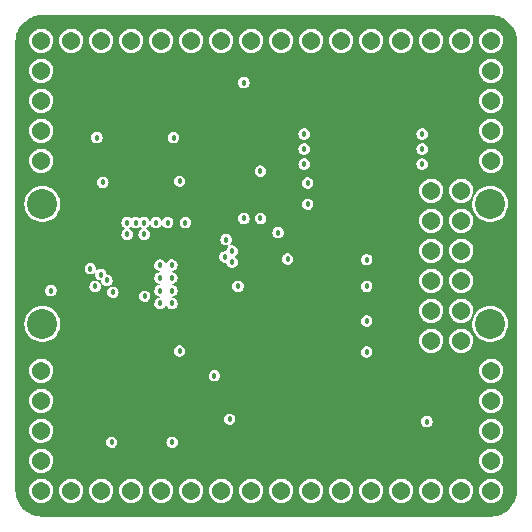
<source format=gbr>
%TF.GenerationSoftware,KiCad,Pcbnew,(6.0.5)*%
%TF.CreationDate,2022-05-30T19:54:15-04:00*%
%TF.ProjectId,pq-cdh,70712d63-6468-42e6-9b69-6361645f7063,V1.0.1*%
%TF.SameCoordinates,Original*%
%TF.FileFunction,Copper,L3,Inr*%
%TF.FilePolarity,Positive*%
%FSLAX46Y46*%
G04 Gerber Fmt 4.6, Leading zero omitted, Abs format (unit mm)*
G04 Created by KiCad (PCBNEW (6.0.5)) date 2022-05-30 19:54:15*
%MOMM*%
%LPD*%
G01*
G04 APERTURE LIST*
%TA.AperFunction,ComponentPad*%
%ADD10C,1.540000*%
%TD*%
%TA.AperFunction,ComponentPad*%
%ADD11C,2.540000*%
%TD*%
%TA.AperFunction,ViaPad*%
%ADD12C,0.457200*%
%TD*%
G04 APERTURE END LIST*
D10*
%TO.N,/DCMI_VSYNC*%
%TO.C,J7*%
X168970000Y-101650000D03*
%TO.N,/DCMI_HSYNC*%
X171510000Y-101650000D03*
%TO.N,/DCMI_PIXCLK*%
X168970000Y-104190000D03*
%TO.N,unconnected-(J7-Pad9)*%
X171510000Y-104190000D03*
%TO.N,/DCMI_D7*%
X168970000Y-106730000D03*
%TO.N,/DCMI_D6*%
X171510000Y-106730000D03*
%TO.N,/DCMI_D5*%
X168970000Y-109270000D03*
%TO.N,/DCMI_D4*%
X171510000Y-109270000D03*
%TO.N,/DCMI_D3*%
X168970000Y-111810000D03*
%TO.N,/DCMI_D2*%
X171510000Y-111810000D03*
%TO.N,/DCMI_D1*%
X168970000Y-114350000D03*
%TO.N,/DCMI_D0*%
X171510000Y-114350000D03*
%TD*%
D11*
%TO.N,GND*%
%TO.C,J6*%
X173960000Y-112930000D03*
X136040000Y-112930000D03*
X173960000Y-102770000D03*
X136040000Y-102770000D03*
%TD*%
D10*
%TO.N,unconnected-(J2-Pad16)*%
%TO.C,J2*%
X174050000Y-127050000D03*
%TO.N,unconnected-(J2-Pad15)*%
X171510000Y-127050000D03*
%TO.N,unconnected-(J2-Pad14)*%
X168970000Y-127050000D03*
%TO.N,unconnected-(J2-Pad13)*%
X166430000Y-127050000D03*
%TO.N,/LPUART_RTS*%
X163890000Y-127050000D03*
%TO.N,/LPUART_RX*%
X161350000Y-127050000D03*
%TO.N,/LPUART_TX*%
X158810000Y-127050000D03*
%TO.N,/LPUART_CTS*%
X156270000Y-127050000D03*
%TO.N,/BOOT0*%
X153730000Y-127050000D03*
%TO.N,unconnected-(J2-Pad7)*%
X151190000Y-127050000D03*
%TO.N,unconnected-(J2-Pad6)*%
X148650000Y-127050000D03*
%TO.N,unconnected-(J2-Pad5)*%
X146110000Y-127050000D03*
%TO.N,unconnected-(J2-Pad4)*%
X143570000Y-127050000D03*
%TO.N,unconnected-(J2-Pad3)*%
X141030000Y-127050000D03*
%TO.N,unconnected-(J2-Pad2)*%
X138490000Y-127050000D03*
%TO.N,unconnected-(J2-Pad1)*%
X135950000Y-127050000D03*
%TD*%
%TO.N,unconnected-(J5-Pad16)*%
%TO.C,J5*%
X174050000Y-88950000D03*
%TO.N,unconnected-(J5-Pad15)*%
X171510000Y-88950000D03*
%TO.N,unconnected-(J5-Pad14)*%
X168970000Y-88950000D03*
%TO.N,unconnected-(J5-Pad13)*%
X166430000Y-88950000D03*
%TO.N,/USART1_RTS*%
X163890000Y-88950000D03*
%TO.N,/USART1_RX*%
X161350000Y-88950000D03*
%TO.N,/USART1_TX*%
X158810000Y-88950000D03*
%TO.N,/USART1_CTS*%
X156270000Y-88950000D03*
%TO.N,/USART1_CK*%
X153730000Y-88950000D03*
%TO.N,/NRST*%
X151190000Y-88950000D03*
%TO.N,unconnected-(J5-Pad6)*%
X148650000Y-88950000D03*
%TO.N,unconnected-(J5-Pad5)*%
X146110000Y-88950000D03*
%TO.N,unconnected-(J5-Pad4)*%
X143570000Y-88950000D03*
%TO.N,GND*%
X141030000Y-88950000D03*
%TO.N,unconnected-(J5-Pad2)*%
X138490000Y-88950000D03*
%TO.N,unconnected-(J5-Pad1)*%
X135950000Y-88950000D03*
%TD*%
%TO.N,unconnected-(J8-Pad1)*%
%TO.C,J8*%
X174050000Y-116890000D03*
%TO.N,GND*%
X174050000Y-119430000D03*
%TO.N,unconnected-(J8-Pad3)*%
X174050000Y-121970000D03*
%TO.N,unconnected-(J8-Pad4)*%
X174050000Y-124510000D03*
%TD*%
%TO.N,/SWCLK*%
%TO.C,J1*%
X135950000Y-124510000D03*
%TO.N,/SWDIO*%
X135950000Y-121970000D03*
%TO.N,GND*%
X135950000Y-119430000D03*
%TO.N,VDD*%
X135950000Y-116890000D03*
%TD*%
%TO.N,unconnected-(J3-Pad4)*%
%TO.C,J3*%
X174050000Y-91490000D03*
%TO.N,unconnected-(J3-Pad3)*%
X174050000Y-94030000D03*
%TO.N,unconnected-(J3-Pad2)*%
X174050000Y-96570000D03*
%TO.N,unconnected-(J3-Pad1)*%
X174050000Y-99110000D03*
%TD*%
%TO.N,unconnected-(J4-Pad4)*%
%TO.C,J4*%
X135950000Y-99110000D03*
%TO.N,GND*%
X135950000Y-96570000D03*
%TO.N,unconnected-(J4-Pad2)*%
X135950000Y-94030000D03*
%TO.N,unconnected-(J4-Pad1)*%
X135950000Y-91490000D03*
%TD*%
D12*
%TO.N,GND*%
X158200000Y-99400000D03*
X158500000Y-102800000D03*
X147650000Y-100850000D03*
X151600000Y-105800000D03*
X147150000Y-97150000D03*
X136770000Y-110120000D03*
X154500000Y-104000000D03*
X163500000Y-115300000D03*
X152600000Y-109750000D03*
X168600000Y-121200000D03*
X156800000Y-107450000D03*
X163500000Y-107500000D03*
X141150000Y-100950000D03*
X147650000Y-115220000D03*
X163500000Y-109750000D03*
X156000000Y-105200000D03*
X147020000Y-122950000D03*
X158500000Y-101000000D03*
X151900000Y-121000000D03*
X150600000Y-117310000D03*
X141900000Y-122950000D03*
X154500000Y-100000000D03*
X163500000Y-112700000D03*
X140650000Y-97150000D03*
%TO.N,/USART1_RTS*%
X142000000Y-110250000D03*
%TO.N,/USART1_RX*%
X141500000Y-109250000D03*
%TO.N,/USART1_TX*%
X141000000Y-108750000D03*
%TO.N,/USART1_CTS*%
X140500000Y-109750000D03*
%TO.N,/USART1_CK*%
X140100000Y-108250000D03*
%TO.N,/NRST*%
X153100000Y-92500000D03*
X153100000Y-104000000D03*
%TO.N,/LPUART_RTS*%
X144650000Y-105350000D03*
%TO.N,/LPUART_RX*%
X143930000Y-104350000D03*
%TO.N,/LPUART_TX*%
X143210000Y-104350000D03*
%TO.N,/LPUART_CTS*%
X143210000Y-105350000D03*
%TO.N,/QUADSPI_BK2_IO1*%
X151500000Y-107250000D03*
X158200000Y-96865000D03*
%TO.N,/QUADSPI_BK2_IO2*%
X152100000Y-106750000D03*
X158200000Y-98135000D03*
%TO.N,/QUADSPI_BK2_IO0*%
X152100000Y-107700000D03*
X168200000Y-99405000D03*
%TO.N,/QUADSPI_CLK*%
X168200000Y-98135000D03*
X148150000Y-104350000D03*
%TO.N,/QUADSPI_BK2_IO3*%
X144650000Y-104350000D03*
X168200000Y-96865000D03*
%TO.N,/VDD_FILT*%
X145840000Y-99900000D03*
X168200000Y-95600000D03*
X149200000Y-117310000D03*
X140000000Y-118140000D03*
X139190000Y-99900000D03*
X136770000Y-110930000D03*
X156100000Y-104000000D03*
%TO.N,/DCMI_HSYNC*%
X146650000Y-104350000D03*
%TO.N,/DCMI_PIXCLK*%
X145650000Y-104350000D03*
%TO.N,/DCMI_D0*%
X147000000Y-111190000D03*
%TO.N,/DCMI_D1*%
X146000000Y-111190000D03*
%TO.N,/DCMI_D2*%
X147000000Y-110110000D03*
%TO.N,/DCMI_D3*%
X146000000Y-110110000D03*
%TO.N,/DCMI_D4*%
X147000000Y-109030000D03*
%TO.N,/DCMI_D5*%
X146000000Y-109030000D03*
%TO.N,/DCMI_VSYNC*%
X144700000Y-110590000D03*
%TO.N,/DCMI_D6*%
X147000000Y-107950000D03*
%TO.N,/DCMI_D7*%
X146000000Y-107950000D03*
%TD*%
%TA.AperFunction,Conductor*%
%TO.N,/VDD_FILT*%
G36*
X173940971Y-86755701D02*
G01*
X173960000Y-86759486D01*
X173971308Y-86757237D01*
X173987273Y-86756150D01*
X174042424Y-86759486D01*
X174231716Y-86770936D01*
X174239208Y-86771846D01*
X174310886Y-86784981D01*
X174503241Y-86820231D01*
X174510559Y-86822035D01*
X174766844Y-86901897D01*
X174773887Y-86904568D01*
X175010456Y-87011038D01*
X175018681Y-87014740D01*
X175025364Y-87018248D01*
X175255076Y-87157114D01*
X175261287Y-87161401D01*
X175472593Y-87326949D01*
X175478242Y-87331954D01*
X175668046Y-87521758D01*
X175673051Y-87527407D01*
X175838599Y-87738713D01*
X175842886Y-87744924D01*
X175981752Y-87974636D01*
X175985260Y-87981319D01*
X176045687Y-88115581D01*
X176095430Y-88226106D01*
X176098103Y-88233156D01*
X176177964Y-88489436D01*
X176179769Y-88496759D01*
X176190937Y-88557704D01*
X176228154Y-88760792D01*
X176229064Y-88768284D01*
X176241689Y-88976993D01*
X176243850Y-89012727D01*
X176242763Y-89028692D01*
X176240514Y-89040000D01*
X176241715Y-89046038D01*
X176244299Y-89059029D01*
X176245500Y-89071222D01*
X176245500Y-126928778D01*
X176244299Y-126940971D01*
X176240514Y-126960000D01*
X176241715Y-126966037D01*
X176242763Y-126971306D01*
X176243850Y-126987273D01*
X176229064Y-127231716D01*
X176228154Y-127239208D01*
X176220500Y-127280974D01*
X176185608Y-127471380D01*
X176179770Y-127503236D01*
X176177965Y-127510559D01*
X176098641Y-127765121D01*
X176098106Y-127766837D01*
X176095432Y-127773887D01*
X176030033Y-127919199D01*
X175985260Y-128018681D01*
X175981752Y-128025364D01*
X175842886Y-128255076D01*
X175838599Y-128261287D01*
X175673051Y-128472593D01*
X175668046Y-128478242D01*
X175478242Y-128668046D01*
X175472593Y-128673051D01*
X175261287Y-128838599D01*
X175255076Y-128842886D01*
X175025364Y-128981752D01*
X175018681Y-128985260D01*
X174773887Y-129095432D01*
X174766844Y-129098103D01*
X174510559Y-129177965D01*
X174503241Y-129179769D01*
X174310886Y-129215019D01*
X174239208Y-129228154D01*
X174231716Y-129229064D01*
X174067466Y-129238999D01*
X173987273Y-129243850D01*
X173971308Y-129242763D01*
X173960000Y-129240514D01*
X173953962Y-129241715D01*
X173940971Y-129244299D01*
X173928778Y-129245500D01*
X136071222Y-129245500D01*
X136059029Y-129244299D01*
X136046038Y-129241715D01*
X136040000Y-129240514D01*
X136028692Y-129242763D01*
X136012727Y-129243850D01*
X135932534Y-129238999D01*
X135768284Y-129229064D01*
X135760792Y-129228154D01*
X135689114Y-129215019D01*
X135496759Y-129179769D01*
X135489441Y-129177965D01*
X135233156Y-129098103D01*
X135226113Y-129095432D01*
X134981319Y-128985260D01*
X134974636Y-128981752D01*
X134744924Y-128842886D01*
X134738713Y-128838599D01*
X134527407Y-128673051D01*
X134521758Y-128668046D01*
X134331954Y-128478242D01*
X134326949Y-128472593D01*
X134161401Y-128261287D01*
X134157114Y-128255076D01*
X134018248Y-128025364D01*
X134014740Y-128018681D01*
X133969967Y-127919199D01*
X133904568Y-127773887D01*
X133901894Y-127766837D01*
X133901360Y-127765121D01*
X133822035Y-127510559D01*
X133820230Y-127503236D01*
X133814393Y-127471380D01*
X133779500Y-127280974D01*
X133771846Y-127239208D01*
X133770936Y-127231716D01*
X133759075Y-127035627D01*
X134920643Y-127035627D01*
X134937455Y-127235837D01*
X134992835Y-127428968D01*
X134994234Y-127431690D01*
X135083273Y-127604942D01*
X135083276Y-127604946D01*
X135084673Y-127607665D01*
X135209471Y-127765121D01*
X135211795Y-127767099D01*
X135211797Y-127767101D01*
X135349645Y-127884419D01*
X135362475Y-127895338D01*
X135537858Y-127993356D01*
X135540762Y-127994300D01*
X135540763Y-127994300D01*
X135726026Y-128054496D01*
X135726031Y-128054497D01*
X135728939Y-128055442D01*
X135928441Y-128079231D01*
X135931483Y-128078997D01*
X135931486Y-128078997D01*
X136125712Y-128064052D01*
X136125714Y-128064052D01*
X136128763Y-128063817D01*
X136322277Y-128009787D01*
X136325000Y-128008412D01*
X136325004Y-128008410D01*
X136498891Y-127920573D01*
X136501611Y-127919199D01*
X136504009Y-127917326D01*
X136504013Y-127917323D01*
X136586817Y-127852629D01*
X136659934Y-127795504D01*
X136678588Y-127773894D01*
X136711374Y-127735910D01*
X136791216Y-127643412D01*
X136890456Y-127468718D01*
X136953874Y-127278075D01*
X136979056Y-127078744D01*
X136979457Y-127050000D01*
X136978048Y-127035627D01*
X137460643Y-127035627D01*
X137477455Y-127235837D01*
X137532835Y-127428968D01*
X137534234Y-127431690D01*
X137623273Y-127604942D01*
X137623276Y-127604946D01*
X137624673Y-127607665D01*
X137749471Y-127765121D01*
X137751795Y-127767099D01*
X137751797Y-127767101D01*
X137889645Y-127884419D01*
X137902475Y-127895338D01*
X138077858Y-127993356D01*
X138080762Y-127994300D01*
X138080763Y-127994300D01*
X138266026Y-128054496D01*
X138266031Y-128054497D01*
X138268939Y-128055442D01*
X138468441Y-128079231D01*
X138471483Y-128078997D01*
X138471486Y-128078997D01*
X138665712Y-128064052D01*
X138665714Y-128064052D01*
X138668763Y-128063817D01*
X138862277Y-128009787D01*
X138865000Y-128008412D01*
X138865004Y-128008410D01*
X139038891Y-127920573D01*
X139041611Y-127919199D01*
X139044009Y-127917326D01*
X139044013Y-127917323D01*
X139126817Y-127852629D01*
X139199934Y-127795504D01*
X139218588Y-127773894D01*
X139251374Y-127735910D01*
X139331216Y-127643412D01*
X139430456Y-127468718D01*
X139493874Y-127278075D01*
X139519056Y-127078744D01*
X139519457Y-127050000D01*
X139518048Y-127035627D01*
X140000643Y-127035627D01*
X140017455Y-127235837D01*
X140072835Y-127428968D01*
X140074234Y-127431690D01*
X140163273Y-127604942D01*
X140163276Y-127604946D01*
X140164673Y-127607665D01*
X140289471Y-127765121D01*
X140291795Y-127767099D01*
X140291797Y-127767101D01*
X140429645Y-127884419D01*
X140442475Y-127895338D01*
X140617858Y-127993356D01*
X140620762Y-127994300D01*
X140620763Y-127994300D01*
X140806026Y-128054496D01*
X140806031Y-128054497D01*
X140808939Y-128055442D01*
X141008441Y-128079231D01*
X141011483Y-128078997D01*
X141011486Y-128078997D01*
X141205712Y-128064052D01*
X141205714Y-128064052D01*
X141208763Y-128063817D01*
X141402277Y-128009787D01*
X141405000Y-128008412D01*
X141405004Y-128008410D01*
X141578891Y-127920573D01*
X141581611Y-127919199D01*
X141584009Y-127917326D01*
X141584013Y-127917323D01*
X141666817Y-127852629D01*
X141739934Y-127795504D01*
X141758588Y-127773894D01*
X141791374Y-127735910D01*
X141871216Y-127643412D01*
X141970456Y-127468718D01*
X142033874Y-127278075D01*
X142059056Y-127078744D01*
X142059457Y-127050000D01*
X142058048Y-127035627D01*
X142540643Y-127035627D01*
X142557455Y-127235837D01*
X142612835Y-127428968D01*
X142614234Y-127431690D01*
X142703273Y-127604942D01*
X142703276Y-127604946D01*
X142704673Y-127607665D01*
X142829471Y-127765121D01*
X142831795Y-127767099D01*
X142831797Y-127767101D01*
X142969645Y-127884419D01*
X142982475Y-127895338D01*
X143157858Y-127993356D01*
X143160762Y-127994300D01*
X143160763Y-127994300D01*
X143346026Y-128054496D01*
X143346031Y-128054497D01*
X143348939Y-128055442D01*
X143548441Y-128079231D01*
X143551483Y-128078997D01*
X143551486Y-128078997D01*
X143745712Y-128064052D01*
X143745714Y-128064052D01*
X143748763Y-128063817D01*
X143942277Y-128009787D01*
X143945000Y-128008412D01*
X143945004Y-128008410D01*
X144118891Y-127920573D01*
X144121611Y-127919199D01*
X144124009Y-127917326D01*
X144124013Y-127917323D01*
X144206817Y-127852629D01*
X144279934Y-127795504D01*
X144298588Y-127773894D01*
X144331374Y-127735910D01*
X144411216Y-127643412D01*
X144510456Y-127468718D01*
X144573874Y-127278075D01*
X144599056Y-127078744D01*
X144599457Y-127050000D01*
X144598048Y-127035627D01*
X145080643Y-127035627D01*
X145097455Y-127235837D01*
X145152835Y-127428968D01*
X145154234Y-127431690D01*
X145243273Y-127604942D01*
X145243276Y-127604946D01*
X145244673Y-127607665D01*
X145369471Y-127765121D01*
X145371795Y-127767099D01*
X145371797Y-127767101D01*
X145509645Y-127884419D01*
X145522475Y-127895338D01*
X145697858Y-127993356D01*
X145700762Y-127994300D01*
X145700763Y-127994300D01*
X145886026Y-128054496D01*
X145886031Y-128054497D01*
X145888939Y-128055442D01*
X146088441Y-128079231D01*
X146091483Y-128078997D01*
X146091486Y-128078997D01*
X146285712Y-128064052D01*
X146285714Y-128064052D01*
X146288763Y-128063817D01*
X146482277Y-128009787D01*
X146485000Y-128008412D01*
X146485004Y-128008410D01*
X146658891Y-127920573D01*
X146661611Y-127919199D01*
X146664009Y-127917326D01*
X146664013Y-127917323D01*
X146746817Y-127852629D01*
X146819934Y-127795504D01*
X146838588Y-127773894D01*
X146871374Y-127735910D01*
X146951216Y-127643412D01*
X147050456Y-127468718D01*
X147113874Y-127278075D01*
X147139056Y-127078744D01*
X147139457Y-127050000D01*
X147138048Y-127035627D01*
X147620643Y-127035627D01*
X147637455Y-127235837D01*
X147692835Y-127428968D01*
X147694234Y-127431690D01*
X147783273Y-127604942D01*
X147783276Y-127604946D01*
X147784673Y-127607665D01*
X147909471Y-127765121D01*
X147911795Y-127767099D01*
X147911797Y-127767101D01*
X148049645Y-127884419D01*
X148062475Y-127895338D01*
X148237858Y-127993356D01*
X148240762Y-127994300D01*
X148240763Y-127994300D01*
X148426026Y-128054496D01*
X148426031Y-128054497D01*
X148428939Y-128055442D01*
X148628441Y-128079231D01*
X148631483Y-128078997D01*
X148631486Y-128078997D01*
X148825712Y-128064052D01*
X148825714Y-128064052D01*
X148828763Y-128063817D01*
X149022277Y-128009787D01*
X149025000Y-128008412D01*
X149025004Y-128008410D01*
X149198891Y-127920573D01*
X149201611Y-127919199D01*
X149204009Y-127917326D01*
X149204013Y-127917323D01*
X149286817Y-127852629D01*
X149359934Y-127795504D01*
X149378588Y-127773894D01*
X149411374Y-127735910D01*
X149491216Y-127643412D01*
X149590456Y-127468718D01*
X149653874Y-127278075D01*
X149679056Y-127078744D01*
X149679457Y-127050000D01*
X149678048Y-127035627D01*
X150160643Y-127035627D01*
X150177455Y-127235837D01*
X150232835Y-127428968D01*
X150234234Y-127431690D01*
X150323273Y-127604942D01*
X150323276Y-127604946D01*
X150324673Y-127607665D01*
X150449471Y-127765121D01*
X150451795Y-127767099D01*
X150451797Y-127767101D01*
X150589645Y-127884419D01*
X150602475Y-127895338D01*
X150777858Y-127993356D01*
X150780762Y-127994300D01*
X150780763Y-127994300D01*
X150966026Y-128054496D01*
X150966031Y-128054497D01*
X150968939Y-128055442D01*
X151168441Y-128079231D01*
X151171483Y-128078997D01*
X151171486Y-128078997D01*
X151365712Y-128064052D01*
X151365714Y-128064052D01*
X151368763Y-128063817D01*
X151562277Y-128009787D01*
X151565000Y-128008412D01*
X151565004Y-128008410D01*
X151738891Y-127920573D01*
X151741611Y-127919199D01*
X151744009Y-127917326D01*
X151744013Y-127917323D01*
X151826817Y-127852629D01*
X151899934Y-127795504D01*
X151918588Y-127773894D01*
X151951374Y-127735910D01*
X152031216Y-127643412D01*
X152130456Y-127468718D01*
X152193874Y-127278075D01*
X152219056Y-127078744D01*
X152219457Y-127050000D01*
X152218048Y-127035627D01*
X152700643Y-127035627D01*
X152717455Y-127235837D01*
X152772835Y-127428968D01*
X152774234Y-127431690D01*
X152863273Y-127604942D01*
X152863276Y-127604946D01*
X152864673Y-127607665D01*
X152989471Y-127765121D01*
X152991795Y-127767099D01*
X152991797Y-127767101D01*
X153129645Y-127884419D01*
X153142475Y-127895338D01*
X153317858Y-127993356D01*
X153320762Y-127994300D01*
X153320763Y-127994300D01*
X153506026Y-128054496D01*
X153506031Y-128054497D01*
X153508939Y-128055442D01*
X153708441Y-128079231D01*
X153711483Y-128078997D01*
X153711486Y-128078997D01*
X153905712Y-128064052D01*
X153905714Y-128064052D01*
X153908763Y-128063817D01*
X154102277Y-128009787D01*
X154105000Y-128008412D01*
X154105004Y-128008410D01*
X154278891Y-127920573D01*
X154281611Y-127919199D01*
X154284009Y-127917326D01*
X154284013Y-127917323D01*
X154366817Y-127852629D01*
X154439934Y-127795504D01*
X154458588Y-127773894D01*
X154491374Y-127735910D01*
X154571216Y-127643412D01*
X154670456Y-127468718D01*
X154733874Y-127278075D01*
X154759056Y-127078744D01*
X154759457Y-127050000D01*
X154758048Y-127035627D01*
X155240643Y-127035627D01*
X155257455Y-127235837D01*
X155312835Y-127428968D01*
X155314234Y-127431690D01*
X155403273Y-127604942D01*
X155403276Y-127604946D01*
X155404673Y-127607665D01*
X155529471Y-127765121D01*
X155531795Y-127767099D01*
X155531797Y-127767101D01*
X155669645Y-127884419D01*
X155682475Y-127895338D01*
X155857858Y-127993356D01*
X155860762Y-127994300D01*
X155860763Y-127994300D01*
X156046026Y-128054496D01*
X156046031Y-128054497D01*
X156048939Y-128055442D01*
X156248441Y-128079231D01*
X156251483Y-128078997D01*
X156251486Y-128078997D01*
X156445712Y-128064052D01*
X156445714Y-128064052D01*
X156448763Y-128063817D01*
X156642277Y-128009787D01*
X156645000Y-128008412D01*
X156645004Y-128008410D01*
X156818891Y-127920573D01*
X156821611Y-127919199D01*
X156824009Y-127917326D01*
X156824013Y-127917323D01*
X156906817Y-127852629D01*
X156979934Y-127795504D01*
X156998588Y-127773894D01*
X157031374Y-127735910D01*
X157111216Y-127643412D01*
X157210456Y-127468718D01*
X157273874Y-127278075D01*
X157299056Y-127078744D01*
X157299457Y-127050000D01*
X157298048Y-127035627D01*
X157780643Y-127035627D01*
X157797455Y-127235837D01*
X157852835Y-127428968D01*
X157854234Y-127431690D01*
X157943273Y-127604942D01*
X157943276Y-127604946D01*
X157944673Y-127607665D01*
X158069471Y-127765121D01*
X158071795Y-127767099D01*
X158071797Y-127767101D01*
X158209645Y-127884419D01*
X158222475Y-127895338D01*
X158397858Y-127993356D01*
X158400762Y-127994300D01*
X158400763Y-127994300D01*
X158586026Y-128054496D01*
X158586031Y-128054497D01*
X158588939Y-128055442D01*
X158788441Y-128079231D01*
X158791483Y-128078997D01*
X158791486Y-128078997D01*
X158985712Y-128064052D01*
X158985714Y-128064052D01*
X158988763Y-128063817D01*
X159182277Y-128009787D01*
X159185000Y-128008412D01*
X159185004Y-128008410D01*
X159358891Y-127920573D01*
X159361611Y-127919199D01*
X159364009Y-127917326D01*
X159364013Y-127917323D01*
X159446817Y-127852629D01*
X159519934Y-127795504D01*
X159538588Y-127773894D01*
X159571374Y-127735910D01*
X159651216Y-127643412D01*
X159750456Y-127468718D01*
X159813874Y-127278075D01*
X159839056Y-127078744D01*
X159839457Y-127050000D01*
X159838048Y-127035627D01*
X160320643Y-127035627D01*
X160337455Y-127235837D01*
X160392835Y-127428968D01*
X160394234Y-127431690D01*
X160483273Y-127604942D01*
X160483276Y-127604946D01*
X160484673Y-127607665D01*
X160609471Y-127765121D01*
X160611795Y-127767099D01*
X160611797Y-127767101D01*
X160749645Y-127884419D01*
X160762475Y-127895338D01*
X160937858Y-127993356D01*
X160940762Y-127994300D01*
X160940763Y-127994300D01*
X161126026Y-128054496D01*
X161126031Y-128054497D01*
X161128939Y-128055442D01*
X161328441Y-128079231D01*
X161331483Y-128078997D01*
X161331486Y-128078997D01*
X161525712Y-128064052D01*
X161525714Y-128064052D01*
X161528763Y-128063817D01*
X161722277Y-128009787D01*
X161725000Y-128008412D01*
X161725004Y-128008410D01*
X161898891Y-127920573D01*
X161901611Y-127919199D01*
X161904009Y-127917326D01*
X161904013Y-127917323D01*
X161986817Y-127852629D01*
X162059934Y-127795504D01*
X162078588Y-127773894D01*
X162111374Y-127735910D01*
X162191216Y-127643412D01*
X162290456Y-127468718D01*
X162353874Y-127278075D01*
X162379056Y-127078744D01*
X162379457Y-127050000D01*
X162378048Y-127035627D01*
X162860643Y-127035627D01*
X162877455Y-127235837D01*
X162932835Y-127428968D01*
X162934234Y-127431690D01*
X163023273Y-127604942D01*
X163023276Y-127604946D01*
X163024673Y-127607665D01*
X163149471Y-127765121D01*
X163151795Y-127767099D01*
X163151797Y-127767101D01*
X163289645Y-127884419D01*
X163302475Y-127895338D01*
X163477858Y-127993356D01*
X163480762Y-127994300D01*
X163480763Y-127994300D01*
X163666026Y-128054496D01*
X163666031Y-128054497D01*
X163668939Y-128055442D01*
X163868441Y-128079231D01*
X163871483Y-128078997D01*
X163871486Y-128078997D01*
X164065712Y-128064052D01*
X164065714Y-128064052D01*
X164068763Y-128063817D01*
X164262277Y-128009787D01*
X164265000Y-128008412D01*
X164265004Y-128008410D01*
X164438891Y-127920573D01*
X164441611Y-127919199D01*
X164444009Y-127917326D01*
X164444013Y-127917323D01*
X164526817Y-127852629D01*
X164599934Y-127795504D01*
X164618588Y-127773894D01*
X164651374Y-127735910D01*
X164731216Y-127643412D01*
X164830456Y-127468718D01*
X164893874Y-127278075D01*
X164919056Y-127078744D01*
X164919457Y-127050000D01*
X164918048Y-127035627D01*
X165400643Y-127035627D01*
X165417455Y-127235837D01*
X165472835Y-127428968D01*
X165474234Y-127431690D01*
X165563273Y-127604942D01*
X165563276Y-127604946D01*
X165564673Y-127607665D01*
X165689471Y-127765121D01*
X165691795Y-127767099D01*
X165691797Y-127767101D01*
X165829645Y-127884419D01*
X165842475Y-127895338D01*
X166017858Y-127993356D01*
X166020762Y-127994300D01*
X166020763Y-127994300D01*
X166206026Y-128054496D01*
X166206031Y-128054497D01*
X166208939Y-128055442D01*
X166408441Y-128079231D01*
X166411483Y-128078997D01*
X166411486Y-128078997D01*
X166605712Y-128064052D01*
X166605714Y-128064052D01*
X166608763Y-128063817D01*
X166802277Y-128009787D01*
X166805000Y-128008412D01*
X166805004Y-128008410D01*
X166978891Y-127920573D01*
X166981611Y-127919199D01*
X166984009Y-127917326D01*
X166984013Y-127917323D01*
X167066817Y-127852629D01*
X167139934Y-127795504D01*
X167158588Y-127773894D01*
X167191374Y-127735910D01*
X167271216Y-127643412D01*
X167370456Y-127468718D01*
X167433874Y-127278075D01*
X167459056Y-127078744D01*
X167459457Y-127050000D01*
X167458048Y-127035627D01*
X167940643Y-127035627D01*
X167957455Y-127235837D01*
X168012835Y-127428968D01*
X168014234Y-127431690D01*
X168103273Y-127604942D01*
X168103276Y-127604946D01*
X168104673Y-127607665D01*
X168229471Y-127765121D01*
X168231795Y-127767099D01*
X168231797Y-127767101D01*
X168369645Y-127884419D01*
X168382475Y-127895338D01*
X168557858Y-127993356D01*
X168560762Y-127994300D01*
X168560763Y-127994300D01*
X168746026Y-128054496D01*
X168746031Y-128054497D01*
X168748939Y-128055442D01*
X168948441Y-128079231D01*
X168951483Y-128078997D01*
X168951486Y-128078997D01*
X169145712Y-128064052D01*
X169145714Y-128064052D01*
X169148763Y-128063817D01*
X169342277Y-128009787D01*
X169345000Y-128008412D01*
X169345004Y-128008410D01*
X169518891Y-127920573D01*
X169521611Y-127919199D01*
X169524009Y-127917326D01*
X169524013Y-127917323D01*
X169606817Y-127852629D01*
X169679934Y-127795504D01*
X169698588Y-127773894D01*
X169731374Y-127735910D01*
X169811216Y-127643412D01*
X169910456Y-127468718D01*
X169973874Y-127278075D01*
X169999056Y-127078744D01*
X169999457Y-127050000D01*
X169998048Y-127035627D01*
X170480643Y-127035627D01*
X170497455Y-127235837D01*
X170552835Y-127428968D01*
X170554234Y-127431690D01*
X170643273Y-127604942D01*
X170643276Y-127604946D01*
X170644673Y-127607665D01*
X170769471Y-127765121D01*
X170771795Y-127767099D01*
X170771797Y-127767101D01*
X170909645Y-127884419D01*
X170922475Y-127895338D01*
X171097858Y-127993356D01*
X171100762Y-127994300D01*
X171100763Y-127994300D01*
X171286026Y-128054496D01*
X171286031Y-128054497D01*
X171288939Y-128055442D01*
X171488441Y-128079231D01*
X171491483Y-128078997D01*
X171491486Y-128078997D01*
X171685712Y-128064052D01*
X171685714Y-128064052D01*
X171688763Y-128063817D01*
X171882277Y-128009787D01*
X171885000Y-128008412D01*
X171885004Y-128008410D01*
X172058891Y-127920573D01*
X172061611Y-127919199D01*
X172064009Y-127917326D01*
X172064013Y-127917323D01*
X172146817Y-127852629D01*
X172219934Y-127795504D01*
X172238588Y-127773894D01*
X172271374Y-127735910D01*
X172351216Y-127643412D01*
X172450456Y-127468718D01*
X172513874Y-127278075D01*
X172539056Y-127078744D01*
X172539457Y-127050000D01*
X172538048Y-127035627D01*
X173020643Y-127035627D01*
X173037455Y-127235837D01*
X173092835Y-127428968D01*
X173094234Y-127431690D01*
X173183273Y-127604942D01*
X173183276Y-127604946D01*
X173184673Y-127607665D01*
X173309471Y-127765121D01*
X173311795Y-127767099D01*
X173311797Y-127767101D01*
X173449645Y-127884419D01*
X173462475Y-127895338D01*
X173637858Y-127993356D01*
X173640762Y-127994300D01*
X173640763Y-127994300D01*
X173826026Y-128054496D01*
X173826031Y-128054497D01*
X173828939Y-128055442D01*
X174028441Y-128079231D01*
X174031483Y-128078997D01*
X174031486Y-128078997D01*
X174225712Y-128064052D01*
X174225714Y-128064052D01*
X174228763Y-128063817D01*
X174422277Y-128009787D01*
X174425000Y-128008412D01*
X174425004Y-128008410D01*
X174598891Y-127920573D01*
X174601611Y-127919199D01*
X174604009Y-127917326D01*
X174604013Y-127917323D01*
X174686817Y-127852629D01*
X174759934Y-127795504D01*
X174778588Y-127773894D01*
X174811374Y-127735910D01*
X174891216Y-127643412D01*
X174990456Y-127468718D01*
X175053874Y-127278075D01*
X175079056Y-127078744D01*
X175079457Y-127050000D01*
X175059851Y-126850044D01*
X175001780Y-126657704D01*
X174907457Y-126480307D01*
X174780473Y-126324609D01*
X174625665Y-126196541D01*
X174448931Y-126100982D01*
X174393191Y-126083727D01*
X174259916Y-126042471D01*
X174259913Y-126042470D01*
X174257001Y-126041569D01*
X174253968Y-126041250D01*
X174253967Y-126041250D01*
X174202675Y-126035859D01*
X174057187Y-126020568D01*
X174054154Y-126020844D01*
X174054150Y-126020844D01*
X173967114Y-126028766D01*
X173857099Y-126038778D01*
X173664359Y-126095504D01*
X173486307Y-126188587D01*
X173329727Y-126314481D01*
X173200581Y-126468391D01*
X173103790Y-126644454D01*
X173043039Y-126835964D01*
X173042698Y-126839002D01*
X173042698Y-126839003D01*
X173041119Y-126853085D01*
X173020643Y-127035627D01*
X172538048Y-127035627D01*
X172519851Y-126850044D01*
X172461780Y-126657704D01*
X172367457Y-126480307D01*
X172240473Y-126324609D01*
X172085665Y-126196541D01*
X171908931Y-126100982D01*
X171853191Y-126083727D01*
X171719916Y-126042471D01*
X171719913Y-126042470D01*
X171717001Y-126041569D01*
X171713968Y-126041250D01*
X171713967Y-126041250D01*
X171662675Y-126035859D01*
X171517187Y-126020568D01*
X171514154Y-126020844D01*
X171514150Y-126020844D01*
X171427114Y-126028766D01*
X171317099Y-126038778D01*
X171124359Y-126095504D01*
X170946307Y-126188587D01*
X170789727Y-126314481D01*
X170660581Y-126468391D01*
X170563790Y-126644454D01*
X170503039Y-126835964D01*
X170502698Y-126839002D01*
X170502698Y-126839003D01*
X170501119Y-126853085D01*
X170480643Y-127035627D01*
X169998048Y-127035627D01*
X169979851Y-126850044D01*
X169921780Y-126657704D01*
X169827457Y-126480307D01*
X169700473Y-126324609D01*
X169545665Y-126196541D01*
X169368931Y-126100982D01*
X169313191Y-126083727D01*
X169179916Y-126042471D01*
X169179913Y-126042470D01*
X169177001Y-126041569D01*
X169173968Y-126041250D01*
X169173967Y-126041250D01*
X169122675Y-126035859D01*
X168977187Y-126020568D01*
X168974154Y-126020844D01*
X168974150Y-126020844D01*
X168887114Y-126028766D01*
X168777099Y-126038778D01*
X168584359Y-126095504D01*
X168406307Y-126188587D01*
X168249727Y-126314481D01*
X168120581Y-126468391D01*
X168023790Y-126644454D01*
X167963039Y-126835964D01*
X167962698Y-126839002D01*
X167962698Y-126839003D01*
X167961119Y-126853085D01*
X167940643Y-127035627D01*
X167458048Y-127035627D01*
X167439851Y-126850044D01*
X167381780Y-126657704D01*
X167287457Y-126480307D01*
X167160473Y-126324609D01*
X167005665Y-126196541D01*
X166828931Y-126100982D01*
X166773191Y-126083727D01*
X166639916Y-126042471D01*
X166639913Y-126042470D01*
X166637001Y-126041569D01*
X166633968Y-126041250D01*
X166633967Y-126041250D01*
X166582675Y-126035859D01*
X166437187Y-126020568D01*
X166434154Y-126020844D01*
X166434150Y-126020844D01*
X166347114Y-126028766D01*
X166237099Y-126038778D01*
X166044359Y-126095504D01*
X165866307Y-126188587D01*
X165709727Y-126314481D01*
X165580581Y-126468391D01*
X165483790Y-126644454D01*
X165423039Y-126835964D01*
X165422698Y-126839002D01*
X165422698Y-126839003D01*
X165421119Y-126853085D01*
X165400643Y-127035627D01*
X164918048Y-127035627D01*
X164899851Y-126850044D01*
X164841780Y-126657704D01*
X164747457Y-126480307D01*
X164620473Y-126324609D01*
X164465665Y-126196541D01*
X164288931Y-126100982D01*
X164233191Y-126083727D01*
X164099916Y-126042471D01*
X164099913Y-126042470D01*
X164097001Y-126041569D01*
X164093968Y-126041250D01*
X164093967Y-126041250D01*
X164042675Y-126035859D01*
X163897187Y-126020568D01*
X163894154Y-126020844D01*
X163894150Y-126020844D01*
X163807114Y-126028766D01*
X163697099Y-126038778D01*
X163504359Y-126095504D01*
X163326307Y-126188587D01*
X163169727Y-126314481D01*
X163040581Y-126468391D01*
X162943790Y-126644454D01*
X162883039Y-126835964D01*
X162882698Y-126839002D01*
X162882698Y-126839003D01*
X162881119Y-126853085D01*
X162860643Y-127035627D01*
X162378048Y-127035627D01*
X162359851Y-126850044D01*
X162301780Y-126657704D01*
X162207457Y-126480307D01*
X162080473Y-126324609D01*
X161925665Y-126196541D01*
X161748931Y-126100982D01*
X161693191Y-126083727D01*
X161559916Y-126042471D01*
X161559913Y-126042470D01*
X161557001Y-126041569D01*
X161553968Y-126041250D01*
X161553967Y-126041250D01*
X161502675Y-126035859D01*
X161357187Y-126020568D01*
X161354154Y-126020844D01*
X161354150Y-126020844D01*
X161267114Y-126028766D01*
X161157099Y-126038778D01*
X160964359Y-126095504D01*
X160786307Y-126188587D01*
X160629727Y-126314481D01*
X160500581Y-126468391D01*
X160403790Y-126644454D01*
X160343039Y-126835964D01*
X160342698Y-126839002D01*
X160342698Y-126839003D01*
X160341119Y-126853085D01*
X160320643Y-127035627D01*
X159838048Y-127035627D01*
X159819851Y-126850044D01*
X159761780Y-126657704D01*
X159667457Y-126480307D01*
X159540473Y-126324609D01*
X159385665Y-126196541D01*
X159208931Y-126100982D01*
X159153191Y-126083727D01*
X159019916Y-126042471D01*
X159019913Y-126042470D01*
X159017001Y-126041569D01*
X159013968Y-126041250D01*
X159013967Y-126041250D01*
X158962675Y-126035859D01*
X158817187Y-126020568D01*
X158814154Y-126020844D01*
X158814150Y-126020844D01*
X158727114Y-126028766D01*
X158617099Y-126038778D01*
X158424359Y-126095504D01*
X158246307Y-126188587D01*
X158089727Y-126314481D01*
X157960581Y-126468391D01*
X157863790Y-126644454D01*
X157803039Y-126835964D01*
X157802698Y-126839002D01*
X157802698Y-126839003D01*
X157801119Y-126853085D01*
X157780643Y-127035627D01*
X157298048Y-127035627D01*
X157279851Y-126850044D01*
X157221780Y-126657704D01*
X157127457Y-126480307D01*
X157000473Y-126324609D01*
X156845665Y-126196541D01*
X156668931Y-126100982D01*
X156613191Y-126083727D01*
X156479916Y-126042471D01*
X156479913Y-126042470D01*
X156477001Y-126041569D01*
X156473968Y-126041250D01*
X156473967Y-126041250D01*
X156422675Y-126035859D01*
X156277187Y-126020568D01*
X156274154Y-126020844D01*
X156274150Y-126020844D01*
X156187114Y-126028766D01*
X156077099Y-126038778D01*
X155884359Y-126095504D01*
X155706307Y-126188587D01*
X155549727Y-126314481D01*
X155420581Y-126468391D01*
X155323790Y-126644454D01*
X155263039Y-126835964D01*
X155262698Y-126839002D01*
X155262698Y-126839003D01*
X155261119Y-126853085D01*
X155240643Y-127035627D01*
X154758048Y-127035627D01*
X154739851Y-126850044D01*
X154681780Y-126657704D01*
X154587457Y-126480307D01*
X154460473Y-126324609D01*
X154305665Y-126196541D01*
X154128931Y-126100982D01*
X154073191Y-126083727D01*
X153939916Y-126042471D01*
X153939913Y-126042470D01*
X153937001Y-126041569D01*
X153933968Y-126041250D01*
X153933967Y-126041250D01*
X153882675Y-126035859D01*
X153737187Y-126020568D01*
X153734154Y-126020844D01*
X153734150Y-126020844D01*
X153647114Y-126028766D01*
X153537099Y-126038778D01*
X153344359Y-126095504D01*
X153166307Y-126188587D01*
X153009727Y-126314481D01*
X152880581Y-126468391D01*
X152783790Y-126644454D01*
X152723039Y-126835964D01*
X152722698Y-126839002D01*
X152722698Y-126839003D01*
X152721119Y-126853085D01*
X152700643Y-127035627D01*
X152218048Y-127035627D01*
X152199851Y-126850044D01*
X152141780Y-126657704D01*
X152047457Y-126480307D01*
X151920473Y-126324609D01*
X151765665Y-126196541D01*
X151588931Y-126100982D01*
X151533191Y-126083727D01*
X151399916Y-126042471D01*
X151399913Y-126042470D01*
X151397001Y-126041569D01*
X151393968Y-126041250D01*
X151393967Y-126041250D01*
X151342675Y-126035859D01*
X151197187Y-126020568D01*
X151194154Y-126020844D01*
X151194150Y-126020844D01*
X151107114Y-126028766D01*
X150997099Y-126038778D01*
X150804359Y-126095504D01*
X150626307Y-126188587D01*
X150469727Y-126314481D01*
X150340581Y-126468391D01*
X150243790Y-126644454D01*
X150183039Y-126835964D01*
X150182698Y-126839002D01*
X150182698Y-126839003D01*
X150181119Y-126853085D01*
X150160643Y-127035627D01*
X149678048Y-127035627D01*
X149659851Y-126850044D01*
X149601780Y-126657704D01*
X149507457Y-126480307D01*
X149380473Y-126324609D01*
X149225665Y-126196541D01*
X149048931Y-126100982D01*
X148993191Y-126083727D01*
X148859916Y-126042471D01*
X148859913Y-126042470D01*
X148857001Y-126041569D01*
X148853968Y-126041250D01*
X148853967Y-126041250D01*
X148802675Y-126035859D01*
X148657187Y-126020568D01*
X148654154Y-126020844D01*
X148654150Y-126020844D01*
X148567114Y-126028766D01*
X148457099Y-126038778D01*
X148264359Y-126095504D01*
X148086307Y-126188587D01*
X147929727Y-126314481D01*
X147800581Y-126468391D01*
X147703790Y-126644454D01*
X147643039Y-126835964D01*
X147642698Y-126839002D01*
X147642698Y-126839003D01*
X147641119Y-126853085D01*
X147620643Y-127035627D01*
X147138048Y-127035627D01*
X147119851Y-126850044D01*
X147061780Y-126657704D01*
X146967457Y-126480307D01*
X146840473Y-126324609D01*
X146685665Y-126196541D01*
X146508931Y-126100982D01*
X146453191Y-126083727D01*
X146319916Y-126042471D01*
X146319913Y-126042470D01*
X146317001Y-126041569D01*
X146313968Y-126041250D01*
X146313967Y-126041250D01*
X146262675Y-126035859D01*
X146117187Y-126020568D01*
X146114154Y-126020844D01*
X146114150Y-126020844D01*
X146027114Y-126028766D01*
X145917099Y-126038778D01*
X145724359Y-126095504D01*
X145546307Y-126188587D01*
X145389727Y-126314481D01*
X145260581Y-126468391D01*
X145163790Y-126644454D01*
X145103039Y-126835964D01*
X145102698Y-126839002D01*
X145102698Y-126839003D01*
X145101119Y-126853085D01*
X145080643Y-127035627D01*
X144598048Y-127035627D01*
X144579851Y-126850044D01*
X144521780Y-126657704D01*
X144427457Y-126480307D01*
X144300473Y-126324609D01*
X144145665Y-126196541D01*
X143968931Y-126100982D01*
X143913191Y-126083727D01*
X143779916Y-126042471D01*
X143779913Y-126042470D01*
X143777001Y-126041569D01*
X143773968Y-126041250D01*
X143773967Y-126041250D01*
X143722675Y-126035859D01*
X143577187Y-126020568D01*
X143574154Y-126020844D01*
X143574150Y-126020844D01*
X143487114Y-126028766D01*
X143377099Y-126038778D01*
X143184359Y-126095504D01*
X143006307Y-126188587D01*
X142849727Y-126314481D01*
X142720581Y-126468391D01*
X142623790Y-126644454D01*
X142563039Y-126835964D01*
X142562698Y-126839002D01*
X142562698Y-126839003D01*
X142561119Y-126853085D01*
X142540643Y-127035627D01*
X142058048Y-127035627D01*
X142039851Y-126850044D01*
X141981780Y-126657704D01*
X141887457Y-126480307D01*
X141760473Y-126324609D01*
X141605665Y-126196541D01*
X141428931Y-126100982D01*
X141373191Y-126083727D01*
X141239916Y-126042471D01*
X141239913Y-126042470D01*
X141237001Y-126041569D01*
X141233968Y-126041250D01*
X141233967Y-126041250D01*
X141182675Y-126035859D01*
X141037187Y-126020568D01*
X141034154Y-126020844D01*
X141034150Y-126020844D01*
X140947114Y-126028766D01*
X140837099Y-126038778D01*
X140644359Y-126095504D01*
X140466307Y-126188587D01*
X140309727Y-126314481D01*
X140180581Y-126468391D01*
X140083790Y-126644454D01*
X140023039Y-126835964D01*
X140022698Y-126839002D01*
X140022698Y-126839003D01*
X140021119Y-126853085D01*
X140000643Y-127035627D01*
X139518048Y-127035627D01*
X139499851Y-126850044D01*
X139441780Y-126657704D01*
X139347457Y-126480307D01*
X139220473Y-126324609D01*
X139065665Y-126196541D01*
X138888931Y-126100982D01*
X138833191Y-126083727D01*
X138699916Y-126042471D01*
X138699913Y-126042470D01*
X138697001Y-126041569D01*
X138693968Y-126041250D01*
X138693967Y-126041250D01*
X138642675Y-126035859D01*
X138497187Y-126020568D01*
X138494154Y-126020844D01*
X138494150Y-126020844D01*
X138407114Y-126028766D01*
X138297099Y-126038778D01*
X138104359Y-126095504D01*
X137926307Y-126188587D01*
X137769727Y-126314481D01*
X137640581Y-126468391D01*
X137543790Y-126644454D01*
X137483039Y-126835964D01*
X137482698Y-126839002D01*
X137482698Y-126839003D01*
X137481119Y-126853085D01*
X137460643Y-127035627D01*
X136978048Y-127035627D01*
X136959851Y-126850044D01*
X136901780Y-126657704D01*
X136807457Y-126480307D01*
X136680473Y-126324609D01*
X136525665Y-126196541D01*
X136348931Y-126100982D01*
X136293191Y-126083727D01*
X136159916Y-126042471D01*
X136159913Y-126042470D01*
X136157001Y-126041569D01*
X136153968Y-126041250D01*
X136153967Y-126041250D01*
X136102675Y-126035859D01*
X135957187Y-126020568D01*
X135954154Y-126020844D01*
X135954150Y-126020844D01*
X135867114Y-126028766D01*
X135757099Y-126038778D01*
X135564359Y-126095504D01*
X135386307Y-126188587D01*
X135229727Y-126314481D01*
X135100581Y-126468391D01*
X135003790Y-126644454D01*
X134943039Y-126835964D01*
X134942698Y-126839002D01*
X134942698Y-126839003D01*
X134941119Y-126853085D01*
X134920643Y-127035627D01*
X133759075Y-127035627D01*
X133756150Y-126987273D01*
X133757237Y-126971306D01*
X133758285Y-126966037D01*
X133759486Y-126960000D01*
X133755701Y-126940971D01*
X133754500Y-126928778D01*
X133754500Y-124495627D01*
X134920643Y-124495627D01*
X134937455Y-124695837D01*
X134992835Y-124888968D01*
X134994234Y-124891690D01*
X135083273Y-125064942D01*
X135083276Y-125064946D01*
X135084673Y-125067665D01*
X135209471Y-125225121D01*
X135211795Y-125227099D01*
X135211797Y-125227101D01*
X135360146Y-125353356D01*
X135362475Y-125355338D01*
X135537858Y-125453356D01*
X135540762Y-125454300D01*
X135540763Y-125454300D01*
X135726026Y-125514496D01*
X135726031Y-125514497D01*
X135728939Y-125515442D01*
X135928441Y-125539231D01*
X135931483Y-125538997D01*
X135931486Y-125538997D01*
X136125712Y-125524052D01*
X136125714Y-125524052D01*
X136128763Y-125523817D01*
X136322277Y-125469787D01*
X136325000Y-125468412D01*
X136325004Y-125468410D01*
X136498891Y-125380573D01*
X136501611Y-125379199D01*
X136504009Y-125377326D01*
X136504013Y-125377323D01*
X136586817Y-125312629D01*
X136659934Y-125255504D01*
X136688227Y-125222727D01*
X136711374Y-125195910D01*
X136791216Y-125103412D01*
X136890456Y-124928718D01*
X136953874Y-124738075D01*
X136979056Y-124538744D01*
X136979457Y-124510000D01*
X136978048Y-124495627D01*
X173020643Y-124495627D01*
X173037455Y-124695837D01*
X173092835Y-124888968D01*
X173094234Y-124891690D01*
X173183273Y-125064942D01*
X173183276Y-125064946D01*
X173184673Y-125067665D01*
X173309471Y-125225121D01*
X173311795Y-125227099D01*
X173311797Y-125227101D01*
X173460146Y-125353356D01*
X173462475Y-125355338D01*
X173637858Y-125453356D01*
X173640762Y-125454300D01*
X173640763Y-125454300D01*
X173826026Y-125514496D01*
X173826031Y-125514497D01*
X173828939Y-125515442D01*
X174028441Y-125539231D01*
X174031483Y-125538997D01*
X174031486Y-125538997D01*
X174225712Y-125524052D01*
X174225714Y-125524052D01*
X174228763Y-125523817D01*
X174422277Y-125469787D01*
X174425000Y-125468412D01*
X174425004Y-125468410D01*
X174598891Y-125380573D01*
X174601611Y-125379199D01*
X174604009Y-125377326D01*
X174604013Y-125377323D01*
X174686817Y-125312629D01*
X174759934Y-125255504D01*
X174788227Y-125222727D01*
X174811374Y-125195910D01*
X174891216Y-125103412D01*
X174990456Y-124928718D01*
X175053874Y-124738075D01*
X175079056Y-124538744D01*
X175079457Y-124510000D01*
X175059851Y-124310044D01*
X175001780Y-124117704D01*
X174907457Y-123940307D01*
X174780473Y-123784609D01*
X174625665Y-123656541D01*
X174448931Y-123560982D01*
X174393191Y-123543727D01*
X174259916Y-123502471D01*
X174259913Y-123502470D01*
X174257001Y-123501569D01*
X174253968Y-123501250D01*
X174253967Y-123501250D01*
X174202675Y-123495859D01*
X174057187Y-123480568D01*
X174054154Y-123480844D01*
X174054150Y-123480844D01*
X173967114Y-123488766D01*
X173857099Y-123498778D01*
X173664359Y-123555504D01*
X173486307Y-123648587D01*
X173329727Y-123774481D01*
X173200581Y-123928391D01*
X173103790Y-124104454D01*
X173043039Y-124295964D01*
X173042698Y-124299002D01*
X173042698Y-124299003D01*
X173041119Y-124313085D01*
X173020643Y-124495627D01*
X136978048Y-124495627D01*
X136959851Y-124310044D01*
X136901780Y-124117704D01*
X136807457Y-123940307D01*
X136680473Y-123784609D01*
X136525665Y-123656541D01*
X136348931Y-123560982D01*
X136293191Y-123543727D01*
X136159916Y-123502471D01*
X136159913Y-123502470D01*
X136157001Y-123501569D01*
X136153968Y-123501250D01*
X136153967Y-123501250D01*
X136102675Y-123495859D01*
X135957187Y-123480568D01*
X135954154Y-123480844D01*
X135954150Y-123480844D01*
X135867114Y-123488766D01*
X135757099Y-123498778D01*
X135564359Y-123555504D01*
X135386307Y-123648587D01*
X135229727Y-123774481D01*
X135100581Y-123928391D01*
X135003790Y-124104454D01*
X134943039Y-124295964D01*
X134942698Y-124299002D01*
X134942698Y-124299003D01*
X134941119Y-124313085D01*
X134920643Y-124495627D01*
X133754500Y-124495627D01*
X133754500Y-121955627D01*
X134920643Y-121955627D01*
X134937455Y-122155837D01*
X134992835Y-122348968D01*
X134994234Y-122351690D01*
X135083273Y-122524942D01*
X135083276Y-122524946D01*
X135084673Y-122527665D01*
X135209471Y-122685121D01*
X135211795Y-122687099D01*
X135211797Y-122687101D01*
X135353034Y-122807303D01*
X135362475Y-122815338D01*
X135537858Y-122913356D01*
X135540762Y-122914300D01*
X135540763Y-122914300D01*
X135726026Y-122974496D01*
X135726031Y-122974497D01*
X135728939Y-122975442D01*
X135928441Y-122999231D01*
X135931483Y-122998997D01*
X135931486Y-122998997D01*
X136125712Y-122984052D01*
X136125714Y-122984052D01*
X136128763Y-122983817D01*
X136271239Y-122944037D01*
X141411968Y-122944037D01*
X141412545Y-122948450D01*
X141412545Y-122948451D01*
X141414307Y-122961925D01*
X141429911Y-123081251D01*
X141485644Y-123207914D01*
X141574687Y-123313843D01*
X141578392Y-123316309D01*
X141578394Y-123316311D01*
X141670443Y-123377584D01*
X141689881Y-123390523D01*
X141821967Y-123431790D01*
X141826417Y-123431872D01*
X141826420Y-123431872D01*
X141955879Y-123434244D01*
X141955882Y-123434244D01*
X141960326Y-123434325D01*
X142019751Y-123418124D01*
X142089534Y-123399100D01*
X142089537Y-123399099D01*
X142093835Y-123397927D01*
X142097631Y-123395596D01*
X142097634Y-123395595D01*
X142207964Y-123327851D01*
X142211762Y-123325519D01*
X142304627Y-123222924D01*
X142364964Y-123098389D01*
X142367848Y-123081251D01*
X142387522Y-122964301D01*
X142387922Y-122961925D01*
X142388068Y-122950000D01*
X142387214Y-122944037D01*
X146531968Y-122944037D01*
X146532545Y-122948450D01*
X146532545Y-122948451D01*
X146534307Y-122961925D01*
X146549911Y-123081251D01*
X146605644Y-123207914D01*
X146694687Y-123313843D01*
X146698392Y-123316309D01*
X146698394Y-123316311D01*
X146790443Y-123377584D01*
X146809881Y-123390523D01*
X146941967Y-123431790D01*
X146946417Y-123431872D01*
X146946420Y-123431872D01*
X147075879Y-123434244D01*
X147075882Y-123434244D01*
X147080326Y-123434325D01*
X147139751Y-123418124D01*
X147209534Y-123399100D01*
X147209537Y-123399099D01*
X147213835Y-123397927D01*
X147217631Y-123395596D01*
X147217634Y-123395595D01*
X147327964Y-123327851D01*
X147331762Y-123325519D01*
X147424627Y-123222924D01*
X147484964Y-123098389D01*
X147487848Y-123081251D01*
X147507522Y-122964301D01*
X147507922Y-122961925D01*
X147508068Y-122950000D01*
X147488450Y-122813016D01*
X147431174Y-122687043D01*
X147340844Y-122582210D01*
X147224721Y-122506943D01*
X147092141Y-122467293D01*
X147022951Y-122466870D01*
X146958215Y-122466475D01*
X146958214Y-122466475D01*
X146953762Y-122466448D01*
X146820707Y-122504475D01*
X146703673Y-122578318D01*
X146700730Y-122581650D01*
X146700728Y-122581652D01*
X146697260Y-122585579D01*
X146612069Y-122682040D01*
X146610177Y-122686070D01*
X146555150Y-122803272D01*
X146555149Y-122803275D01*
X146553258Y-122807303D01*
X146552573Y-122811702D01*
X146552007Y-122815338D01*
X146531968Y-122944037D01*
X142387214Y-122944037D01*
X142368450Y-122813016D01*
X142311174Y-122687043D01*
X142220844Y-122582210D01*
X142104721Y-122506943D01*
X141972141Y-122467293D01*
X141902951Y-122466870D01*
X141838215Y-122466475D01*
X141838214Y-122466475D01*
X141833762Y-122466448D01*
X141700707Y-122504475D01*
X141583673Y-122578318D01*
X141580730Y-122581650D01*
X141580728Y-122581652D01*
X141577260Y-122585579D01*
X141492069Y-122682040D01*
X141490177Y-122686070D01*
X141435150Y-122803272D01*
X141435149Y-122803275D01*
X141433258Y-122807303D01*
X141432573Y-122811702D01*
X141432007Y-122815338D01*
X141411968Y-122944037D01*
X136271239Y-122944037D01*
X136322277Y-122929787D01*
X136325000Y-122928412D01*
X136325004Y-122928410D01*
X136498891Y-122840573D01*
X136501611Y-122839199D01*
X136504009Y-122837326D01*
X136504013Y-122837323D01*
X136586817Y-122772629D01*
X136659934Y-122715504D01*
X136681004Y-122691095D01*
X136711374Y-122655910D01*
X136791216Y-122563412D01*
X136890456Y-122388718D01*
X136953874Y-122198075D01*
X136979056Y-121998744D01*
X136979457Y-121970000D01*
X136978048Y-121955627D01*
X173020643Y-121955627D01*
X173037455Y-122155837D01*
X173092835Y-122348968D01*
X173094234Y-122351690D01*
X173183273Y-122524942D01*
X173183276Y-122524946D01*
X173184673Y-122527665D01*
X173309471Y-122685121D01*
X173311795Y-122687099D01*
X173311797Y-122687101D01*
X173453034Y-122807303D01*
X173462475Y-122815338D01*
X173637858Y-122913356D01*
X173640762Y-122914300D01*
X173640763Y-122914300D01*
X173826026Y-122974496D01*
X173826031Y-122974497D01*
X173828939Y-122975442D01*
X174028441Y-122999231D01*
X174031483Y-122998997D01*
X174031486Y-122998997D01*
X174225712Y-122984052D01*
X174225714Y-122984052D01*
X174228763Y-122983817D01*
X174422277Y-122929787D01*
X174425000Y-122928412D01*
X174425004Y-122928410D01*
X174598891Y-122840573D01*
X174601611Y-122839199D01*
X174604009Y-122837326D01*
X174604013Y-122837323D01*
X174686817Y-122772629D01*
X174759934Y-122715504D01*
X174781004Y-122691095D01*
X174811374Y-122655910D01*
X174891216Y-122563412D01*
X174990456Y-122388718D01*
X175053874Y-122198075D01*
X175079056Y-121998744D01*
X175079457Y-121970000D01*
X175059851Y-121770044D01*
X175001780Y-121577704D01*
X174943937Y-121468917D01*
X174908892Y-121403005D01*
X174908890Y-121403002D01*
X174907457Y-121400307D01*
X174780473Y-121244609D01*
X174625665Y-121116541D01*
X174448931Y-121020982D01*
X174347683Y-120989640D01*
X174259916Y-120962471D01*
X174259913Y-120962470D01*
X174257001Y-120961569D01*
X174253968Y-120961250D01*
X174253967Y-120961250D01*
X174202675Y-120955859D01*
X174057187Y-120940568D01*
X174054154Y-120940844D01*
X174054150Y-120940844D01*
X173967114Y-120948766D01*
X173857099Y-120958778D01*
X173664359Y-121015504D01*
X173486307Y-121108587D01*
X173329727Y-121234481D01*
X173327761Y-121236824D01*
X173234147Y-121348389D01*
X173200581Y-121388391D01*
X173103790Y-121564454D01*
X173043039Y-121755964D01*
X173042698Y-121759002D01*
X173042698Y-121759003D01*
X173041119Y-121773085D01*
X173020643Y-121955627D01*
X136978048Y-121955627D01*
X136959851Y-121770044D01*
X136901780Y-121577704D01*
X136843937Y-121468917D01*
X136808892Y-121403005D01*
X136808890Y-121403002D01*
X136807457Y-121400307D01*
X136680473Y-121244609D01*
X136525665Y-121116541D01*
X136348931Y-121020982D01*
X136261887Y-120994037D01*
X151411968Y-120994037D01*
X151412545Y-120998450D01*
X151412545Y-120998451D01*
X151415682Y-121022439D01*
X151429911Y-121131251D01*
X151431704Y-121135326D01*
X151479790Y-121244609D01*
X151485644Y-121257914D01*
X151488508Y-121261321D01*
X151561697Y-121348389D01*
X151574687Y-121363843D01*
X151578392Y-121366309D01*
X151578394Y-121366311D01*
X151633519Y-121403005D01*
X151689881Y-121440523D01*
X151821967Y-121481790D01*
X151826417Y-121481872D01*
X151826420Y-121481872D01*
X151955879Y-121484244D01*
X151955882Y-121484244D01*
X151960326Y-121484325D01*
X152019751Y-121468124D01*
X152089534Y-121449100D01*
X152089537Y-121449099D01*
X152093835Y-121447927D01*
X152097631Y-121445596D01*
X152097634Y-121445595D01*
X152207964Y-121377851D01*
X152211762Y-121375519D01*
X152304627Y-121272924D01*
X152342848Y-121194037D01*
X168111968Y-121194037D01*
X168112545Y-121198450D01*
X168112545Y-121198451D01*
X168114307Y-121211925D01*
X168129911Y-121331251D01*
X168131704Y-121335326D01*
X168181766Y-121449100D01*
X168185644Y-121457914D01*
X168274687Y-121563843D01*
X168278392Y-121566309D01*
X168278394Y-121566311D01*
X168370443Y-121627584D01*
X168389881Y-121640523D01*
X168521967Y-121681790D01*
X168526417Y-121681872D01*
X168526420Y-121681872D01*
X168655879Y-121684244D01*
X168655882Y-121684244D01*
X168660326Y-121684325D01*
X168719751Y-121668124D01*
X168789534Y-121649100D01*
X168789537Y-121649099D01*
X168793835Y-121647927D01*
X168797631Y-121645596D01*
X168797634Y-121645595D01*
X168907964Y-121577851D01*
X168911762Y-121575519D01*
X169004627Y-121472924D01*
X169064964Y-121348389D01*
X169067848Y-121331251D01*
X169087522Y-121214301D01*
X169087922Y-121211925D01*
X169088068Y-121200000D01*
X169068450Y-121063016D01*
X169011174Y-120937043D01*
X168920844Y-120832210D01*
X168804721Y-120756943D01*
X168672141Y-120717293D01*
X168602951Y-120716870D01*
X168538215Y-120716475D01*
X168538214Y-120716475D01*
X168533762Y-120716448D01*
X168400707Y-120754475D01*
X168283673Y-120828318D01*
X168280730Y-120831650D01*
X168280728Y-120831652D01*
X168249135Y-120867425D01*
X168192069Y-120932040D01*
X168190177Y-120936070D01*
X168135150Y-121053272D01*
X168135149Y-121053275D01*
X168133258Y-121057303D01*
X168111968Y-121194037D01*
X152342848Y-121194037D01*
X152364964Y-121148389D01*
X152367848Y-121131251D01*
X152386398Y-121020982D01*
X152387922Y-121011925D01*
X152388068Y-121000000D01*
X152368450Y-120863016D01*
X152311174Y-120737043D01*
X152220844Y-120632210D01*
X152104721Y-120556943D01*
X151972141Y-120517293D01*
X151902951Y-120516870D01*
X151838215Y-120516475D01*
X151838214Y-120516475D01*
X151833762Y-120516448D01*
X151700707Y-120554475D01*
X151583673Y-120628318D01*
X151580730Y-120631650D01*
X151580728Y-120631652D01*
X151505117Y-120717266D01*
X151492069Y-120732040D01*
X151490177Y-120736070D01*
X151435150Y-120853272D01*
X151435149Y-120853275D01*
X151433258Y-120857303D01*
X151411968Y-120994037D01*
X136261887Y-120994037D01*
X136247683Y-120989640D01*
X136159916Y-120962471D01*
X136159913Y-120962470D01*
X136157001Y-120961569D01*
X136153968Y-120961250D01*
X136153967Y-120961250D01*
X136102675Y-120955859D01*
X135957187Y-120940568D01*
X135954154Y-120940844D01*
X135954150Y-120940844D01*
X135867114Y-120948766D01*
X135757099Y-120958778D01*
X135564359Y-121015504D01*
X135386307Y-121108587D01*
X135229727Y-121234481D01*
X135227761Y-121236824D01*
X135134147Y-121348389D01*
X135100581Y-121388391D01*
X135003790Y-121564454D01*
X134943039Y-121755964D01*
X134942698Y-121759002D01*
X134942698Y-121759003D01*
X134941119Y-121773085D01*
X134920643Y-121955627D01*
X133754500Y-121955627D01*
X133754500Y-119415627D01*
X134920643Y-119415627D01*
X134937455Y-119615837D01*
X134992835Y-119808968D01*
X134994234Y-119811690D01*
X135083273Y-119984942D01*
X135083276Y-119984946D01*
X135084673Y-119987665D01*
X135209471Y-120145121D01*
X135211795Y-120147099D01*
X135211797Y-120147101D01*
X135360146Y-120273356D01*
X135362475Y-120275338D01*
X135537858Y-120373356D01*
X135540762Y-120374300D01*
X135540763Y-120374300D01*
X135726026Y-120434496D01*
X135726031Y-120434497D01*
X135728939Y-120435442D01*
X135928441Y-120459231D01*
X135931483Y-120458997D01*
X135931486Y-120458997D01*
X136125712Y-120444052D01*
X136125714Y-120444052D01*
X136128763Y-120443817D01*
X136322277Y-120389787D01*
X136325000Y-120388412D01*
X136325004Y-120388410D01*
X136498891Y-120300573D01*
X136501611Y-120299199D01*
X136504009Y-120297326D01*
X136504013Y-120297323D01*
X136586817Y-120232629D01*
X136659934Y-120175504D01*
X136688227Y-120142727D01*
X136711374Y-120115910D01*
X136791216Y-120023412D01*
X136890456Y-119848718D01*
X136953874Y-119658075D01*
X136979056Y-119458744D01*
X136979457Y-119430000D01*
X136978048Y-119415627D01*
X173020643Y-119415627D01*
X173037455Y-119615837D01*
X173092835Y-119808968D01*
X173094234Y-119811690D01*
X173183273Y-119984942D01*
X173183276Y-119984946D01*
X173184673Y-119987665D01*
X173309471Y-120145121D01*
X173311795Y-120147099D01*
X173311797Y-120147101D01*
X173460146Y-120273356D01*
X173462475Y-120275338D01*
X173637858Y-120373356D01*
X173640762Y-120374300D01*
X173640763Y-120374300D01*
X173826026Y-120434496D01*
X173826031Y-120434497D01*
X173828939Y-120435442D01*
X174028441Y-120459231D01*
X174031483Y-120458997D01*
X174031486Y-120458997D01*
X174225712Y-120444052D01*
X174225714Y-120444052D01*
X174228763Y-120443817D01*
X174422277Y-120389787D01*
X174425000Y-120388412D01*
X174425004Y-120388410D01*
X174598891Y-120300573D01*
X174601611Y-120299199D01*
X174604009Y-120297326D01*
X174604013Y-120297323D01*
X174686817Y-120232629D01*
X174759934Y-120175504D01*
X174788227Y-120142727D01*
X174811374Y-120115910D01*
X174891216Y-120023412D01*
X174990456Y-119848718D01*
X175053874Y-119658075D01*
X175079056Y-119458744D01*
X175079457Y-119430000D01*
X175059851Y-119230044D01*
X175001780Y-119037704D01*
X174907457Y-118860307D01*
X174780473Y-118704609D01*
X174625665Y-118576541D01*
X174448931Y-118480982D01*
X174393191Y-118463727D01*
X174259916Y-118422471D01*
X174259913Y-118422470D01*
X174257001Y-118421569D01*
X174253968Y-118421250D01*
X174253967Y-118421250D01*
X174202675Y-118415859D01*
X174057187Y-118400568D01*
X174054154Y-118400844D01*
X174054150Y-118400844D01*
X173967114Y-118408766D01*
X173857099Y-118418778D01*
X173664359Y-118475504D01*
X173486307Y-118568587D01*
X173329727Y-118694481D01*
X173200581Y-118848391D01*
X173103790Y-119024454D01*
X173043039Y-119215964D01*
X173042698Y-119219002D01*
X173042698Y-119219003D01*
X173041119Y-119233085D01*
X173020643Y-119415627D01*
X136978048Y-119415627D01*
X136959851Y-119230044D01*
X136901780Y-119037704D01*
X136807457Y-118860307D01*
X136680473Y-118704609D01*
X136525665Y-118576541D01*
X136348931Y-118480982D01*
X136293191Y-118463727D01*
X136159916Y-118422471D01*
X136159913Y-118422470D01*
X136157001Y-118421569D01*
X136153968Y-118421250D01*
X136153967Y-118421250D01*
X136102675Y-118415859D01*
X135957187Y-118400568D01*
X135954154Y-118400844D01*
X135954150Y-118400844D01*
X135867114Y-118408766D01*
X135757099Y-118418778D01*
X135564359Y-118475504D01*
X135386307Y-118568587D01*
X135229727Y-118694481D01*
X135100581Y-118848391D01*
X135003790Y-119024454D01*
X134943039Y-119215964D01*
X134942698Y-119219002D01*
X134942698Y-119219003D01*
X134941119Y-119233085D01*
X134920643Y-119415627D01*
X133754500Y-119415627D01*
X133754500Y-116875627D01*
X134920643Y-116875627D01*
X134937455Y-117075837D01*
X134992835Y-117268968D01*
X134994234Y-117271690D01*
X135083273Y-117444942D01*
X135083276Y-117444946D01*
X135084673Y-117447665D01*
X135209471Y-117605121D01*
X135211795Y-117607099D01*
X135211797Y-117607101D01*
X135300056Y-117682215D01*
X135362475Y-117735338D01*
X135537858Y-117833356D01*
X135540762Y-117834300D01*
X135540763Y-117834300D01*
X135726026Y-117894496D01*
X135726031Y-117894497D01*
X135728939Y-117895442D01*
X135928441Y-117919231D01*
X135931483Y-117918997D01*
X135931486Y-117918997D01*
X136125712Y-117904052D01*
X136125714Y-117904052D01*
X136128763Y-117903817D01*
X136322277Y-117849787D01*
X136325000Y-117848412D01*
X136325004Y-117848410D01*
X136498891Y-117760573D01*
X136501611Y-117759199D01*
X136504009Y-117757326D01*
X136504013Y-117757323D01*
X136615223Y-117670436D01*
X136659934Y-117635504D01*
X136688227Y-117602727D01*
X136718276Y-117567914D01*
X136791216Y-117483412D01*
X136881604Y-117324301D01*
X136888944Y-117311380D01*
X136888945Y-117311378D01*
X136890456Y-117308718D01*
X136892013Y-117304037D01*
X150111968Y-117304037D01*
X150112545Y-117308450D01*
X150112545Y-117308451D01*
X150114307Y-117321925D01*
X150129911Y-117441251D01*
X150185644Y-117567914D01*
X150274687Y-117673843D01*
X150278392Y-117676309D01*
X150278394Y-117676311D01*
X150364092Y-117733356D01*
X150389881Y-117750523D01*
X150521967Y-117791790D01*
X150526417Y-117791872D01*
X150526420Y-117791872D01*
X150655879Y-117794244D01*
X150655882Y-117794244D01*
X150660326Y-117794325D01*
X150719751Y-117778124D01*
X150789534Y-117759100D01*
X150789537Y-117759099D01*
X150793835Y-117757927D01*
X150797631Y-117755596D01*
X150797634Y-117755595D01*
X150907964Y-117687851D01*
X150911762Y-117685519D01*
X151004627Y-117582924D01*
X151064964Y-117458389D01*
X151066769Y-117447665D01*
X151087522Y-117324301D01*
X151087922Y-117321925D01*
X151088068Y-117310000D01*
X151068450Y-117173016D01*
X151011174Y-117047043D01*
X150920844Y-116942210D01*
X150818119Y-116875627D01*
X173020643Y-116875627D01*
X173037455Y-117075837D01*
X173092835Y-117268968D01*
X173094234Y-117271690D01*
X173183273Y-117444942D01*
X173183276Y-117444946D01*
X173184673Y-117447665D01*
X173309471Y-117605121D01*
X173311795Y-117607099D01*
X173311797Y-117607101D01*
X173400056Y-117682215D01*
X173462475Y-117735338D01*
X173637858Y-117833356D01*
X173640762Y-117834300D01*
X173640763Y-117834300D01*
X173826026Y-117894496D01*
X173826031Y-117894497D01*
X173828939Y-117895442D01*
X174028441Y-117919231D01*
X174031483Y-117918997D01*
X174031486Y-117918997D01*
X174225712Y-117904052D01*
X174225714Y-117904052D01*
X174228763Y-117903817D01*
X174422277Y-117849787D01*
X174425000Y-117848412D01*
X174425004Y-117848410D01*
X174598891Y-117760573D01*
X174601611Y-117759199D01*
X174604009Y-117757326D01*
X174604013Y-117757323D01*
X174715223Y-117670436D01*
X174759934Y-117635504D01*
X174788227Y-117602727D01*
X174818276Y-117567914D01*
X174891216Y-117483412D01*
X174981604Y-117324301D01*
X174988944Y-117311380D01*
X174988945Y-117311378D01*
X174990456Y-117308718D01*
X175053874Y-117118075D01*
X175079056Y-116918744D01*
X175079457Y-116890000D01*
X175059851Y-116690044D01*
X175001780Y-116497704D01*
X174907457Y-116320307D01*
X174780473Y-116164609D01*
X174625665Y-116036541D01*
X174448931Y-115940982D01*
X174393191Y-115923727D01*
X174259916Y-115882471D01*
X174259913Y-115882470D01*
X174257001Y-115881569D01*
X174253968Y-115881250D01*
X174253967Y-115881250D01*
X174202675Y-115875859D01*
X174057187Y-115860568D01*
X174054154Y-115860844D01*
X174054150Y-115860844D01*
X173967114Y-115868766D01*
X173857099Y-115878778D01*
X173664359Y-115935504D01*
X173486307Y-116028587D01*
X173329727Y-116154481D01*
X173200581Y-116308391D01*
X173103790Y-116484454D01*
X173043039Y-116675964D01*
X173042698Y-116679002D01*
X173042698Y-116679003D01*
X173021346Y-116869364D01*
X173020643Y-116875627D01*
X150818119Y-116875627D01*
X150804721Y-116866943D01*
X150672141Y-116827293D01*
X150602951Y-116826870D01*
X150538215Y-116826475D01*
X150538214Y-116826475D01*
X150533762Y-116826448D01*
X150400707Y-116864475D01*
X150283673Y-116938318D01*
X150280730Y-116941650D01*
X150280728Y-116941652D01*
X150277260Y-116945579D01*
X150192069Y-117042040D01*
X150190177Y-117046070D01*
X150135150Y-117163272D01*
X150135149Y-117163275D01*
X150133258Y-117167303D01*
X150111968Y-117304037D01*
X136892013Y-117304037D01*
X136953874Y-117118075D01*
X136979056Y-116918744D01*
X136979457Y-116890000D01*
X136959851Y-116690044D01*
X136901780Y-116497704D01*
X136807457Y-116320307D01*
X136680473Y-116164609D01*
X136525665Y-116036541D01*
X136348931Y-115940982D01*
X136293191Y-115923727D01*
X136159916Y-115882471D01*
X136159913Y-115882470D01*
X136157001Y-115881569D01*
X136153968Y-115881250D01*
X136153967Y-115881250D01*
X136102675Y-115875859D01*
X135957187Y-115860568D01*
X135954154Y-115860844D01*
X135954150Y-115860844D01*
X135867114Y-115868766D01*
X135757099Y-115878778D01*
X135564359Y-115935504D01*
X135386307Y-116028587D01*
X135229727Y-116154481D01*
X135100581Y-116308391D01*
X135003790Y-116484454D01*
X134943039Y-116675964D01*
X134942698Y-116679002D01*
X134942698Y-116679003D01*
X134921346Y-116869364D01*
X134920643Y-116875627D01*
X133754500Y-116875627D01*
X133754500Y-115214037D01*
X147161968Y-115214037D01*
X147162545Y-115218450D01*
X147162545Y-115218451D01*
X147164307Y-115231925D01*
X147179911Y-115351251D01*
X147181704Y-115355326D01*
X147224416Y-115452396D01*
X147235644Y-115477914D01*
X147238508Y-115481321D01*
X147318283Y-115576224D01*
X147324687Y-115583843D01*
X147328392Y-115586309D01*
X147328394Y-115586311D01*
X147420443Y-115647584D01*
X147439881Y-115660523D01*
X147571967Y-115701790D01*
X147576417Y-115701872D01*
X147576420Y-115701872D01*
X147705879Y-115704244D01*
X147705882Y-115704244D01*
X147710326Y-115704325D01*
X147769751Y-115688124D01*
X147839534Y-115669100D01*
X147839537Y-115669099D01*
X147843835Y-115667927D01*
X147847631Y-115665596D01*
X147847634Y-115665595D01*
X147957964Y-115597851D01*
X147961762Y-115595519D01*
X148054627Y-115492924D01*
X148114964Y-115368389D01*
X148115734Y-115363817D01*
X148127473Y-115294037D01*
X163011968Y-115294037D01*
X163012545Y-115298450D01*
X163012545Y-115298451D01*
X163014135Y-115310609D01*
X163029911Y-115431251D01*
X163031704Y-115435326D01*
X163055285Y-115488917D01*
X163085644Y-115557914D01*
X163174687Y-115663843D01*
X163178392Y-115666309D01*
X163178394Y-115666311D01*
X163235380Y-115704244D01*
X163289881Y-115740523D01*
X163421967Y-115781790D01*
X163426417Y-115781872D01*
X163426420Y-115781872D01*
X163555879Y-115784244D01*
X163555882Y-115784244D01*
X163560326Y-115784325D01*
X163619751Y-115768124D01*
X163689534Y-115749100D01*
X163689537Y-115749099D01*
X163693835Y-115747927D01*
X163697631Y-115745596D01*
X163697634Y-115745595D01*
X163807964Y-115677851D01*
X163811762Y-115675519D01*
X163904627Y-115572924D01*
X163964964Y-115448389D01*
X163967848Y-115431251D01*
X163987522Y-115314301D01*
X163987922Y-115311925D01*
X163988068Y-115300000D01*
X163968450Y-115163016D01*
X163911174Y-115037043D01*
X163820844Y-114932210D01*
X163704721Y-114856943D01*
X163680807Y-114849791D01*
X163661449Y-114844002D01*
X163572141Y-114817293D01*
X163502951Y-114816870D01*
X163438215Y-114816475D01*
X163438214Y-114816475D01*
X163433762Y-114816448D01*
X163300707Y-114854475D01*
X163183673Y-114928318D01*
X163180730Y-114931650D01*
X163180728Y-114931652D01*
X163162722Y-114952040D01*
X163092069Y-115032040D01*
X163090177Y-115036070D01*
X163035150Y-115153272D01*
X163035149Y-115153275D01*
X163033258Y-115157303D01*
X163011968Y-115294037D01*
X148127473Y-115294037D01*
X148137522Y-115234301D01*
X148137922Y-115231925D01*
X148138068Y-115220000D01*
X148118450Y-115083016D01*
X148061174Y-114957043D01*
X147970844Y-114852210D01*
X147854721Y-114776943D01*
X147722141Y-114737293D01*
X147652951Y-114736870D01*
X147588215Y-114736475D01*
X147588214Y-114736475D01*
X147583762Y-114736448D01*
X147450707Y-114774475D01*
X147333673Y-114848318D01*
X147330730Y-114851650D01*
X147330728Y-114851652D01*
X147260075Y-114931652D01*
X147242069Y-114952040D01*
X147240177Y-114956070D01*
X147185150Y-115073272D01*
X147185149Y-115073275D01*
X147183258Y-115077303D01*
X147161968Y-115214037D01*
X133754500Y-115214037D01*
X133754500Y-112930000D01*
X134510786Y-112930000D01*
X134529613Y-113169222D01*
X134533239Y-113184325D01*
X134585037Y-113400077D01*
X134585631Y-113402553D01*
X134677460Y-113624249D01*
X134802840Y-113828849D01*
X134958682Y-114011318D01*
X135141151Y-114167160D01*
X135345751Y-114292540D01*
X135442429Y-114332585D01*
X135565177Y-114383429D01*
X135565180Y-114383430D01*
X135567447Y-114384369D01*
X135569838Y-114384943D01*
X135569841Y-114384944D01*
X135684112Y-114412378D01*
X135800778Y-114440387D01*
X136040000Y-114459214D01*
X136279222Y-114440387D01*
X136395888Y-114412378D01*
X136510159Y-114384944D01*
X136510162Y-114384943D01*
X136512553Y-114384369D01*
X136514820Y-114383430D01*
X136514823Y-114383429D01*
X136630227Y-114335627D01*
X167940643Y-114335627D01*
X167957455Y-114535837D01*
X168012835Y-114728968D01*
X168017308Y-114737672D01*
X168103273Y-114904942D01*
X168103276Y-114904946D01*
X168104673Y-114907665D01*
X168229471Y-115065121D01*
X168231795Y-115067099D01*
X168231797Y-115067101D01*
X168337784Y-115157303D01*
X168382475Y-115195338D01*
X168557858Y-115293356D01*
X168560762Y-115294300D01*
X168560763Y-115294300D01*
X168746026Y-115354496D01*
X168746031Y-115354497D01*
X168748939Y-115355442D01*
X168948441Y-115379231D01*
X168951483Y-115378997D01*
X168951486Y-115378997D01*
X169145712Y-115364052D01*
X169145714Y-115364052D01*
X169148763Y-115363817D01*
X169342277Y-115309787D01*
X169345000Y-115308412D01*
X169345004Y-115308410D01*
X169518891Y-115220573D01*
X169521611Y-115219199D01*
X169524009Y-115217326D01*
X169524013Y-115217323D01*
X169606817Y-115152629D01*
X169679934Y-115095504D01*
X169690714Y-115083016D01*
X169795952Y-114961095D01*
X169811216Y-114943412D01*
X169907186Y-114774475D01*
X169908944Y-114771380D01*
X169908945Y-114771378D01*
X169910456Y-114768718D01*
X169973874Y-114578075D01*
X169999056Y-114378744D01*
X169999457Y-114350000D01*
X169998048Y-114335627D01*
X170480643Y-114335627D01*
X170497455Y-114535837D01*
X170552835Y-114728968D01*
X170557308Y-114737672D01*
X170643273Y-114904942D01*
X170643276Y-114904946D01*
X170644673Y-114907665D01*
X170769471Y-115065121D01*
X170771795Y-115067099D01*
X170771797Y-115067101D01*
X170877784Y-115157303D01*
X170922475Y-115195338D01*
X171097858Y-115293356D01*
X171100762Y-115294300D01*
X171100763Y-115294300D01*
X171286026Y-115354496D01*
X171286031Y-115354497D01*
X171288939Y-115355442D01*
X171488441Y-115379231D01*
X171491483Y-115378997D01*
X171491486Y-115378997D01*
X171685712Y-115364052D01*
X171685714Y-115364052D01*
X171688763Y-115363817D01*
X171882277Y-115309787D01*
X171885000Y-115308412D01*
X171885004Y-115308410D01*
X172058891Y-115220573D01*
X172061611Y-115219199D01*
X172064009Y-115217326D01*
X172064013Y-115217323D01*
X172146817Y-115152629D01*
X172219934Y-115095504D01*
X172230714Y-115083016D01*
X172335952Y-114961095D01*
X172351216Y-114943412D01*
X172447186Y-114774475D01*
X172448944Y-114771380D01*
X172448945Y-114771378D01*
X172450456Y-114768718D01*
X172513874Y-114578075D01*
X172539056Y-114378744D01*
X172539457Y-114350000D01*
X172519851Y-114150044D01*
X172461780Y-113957704D01*
X172418019Y-113875401D01*
X172368892Y-113783005D01*
X172368890Y-113783002D01*
X172367457Y-113780307D01*
X172240473Y-113624609D01*
X172085665Y-113496541D01*
X171908931Y-113400982D01*
X171853191Y-113383727D01*
X171719916Y-113342471D01*
X171719913Y-113342470D01*
X171717001Y-113341569D01*
X171713968Y-113341250D01*
X171713967Y-113341250D01*
X171662675Y-113335859D01*
X171517187Y-113320568D01*
X171514154Y-113320844D01*
X171514150Y-113320844D01*
X171427114Y-113328766D01*
X171317099Y-113338778D01*
X171124359Y-113395504D01*
X170946307Y-113488587D01*
X170789727Y-113614481D01*
X170660581Y-113768391D01*
X170563790Y-113944454D01*
X170503039Y-114135964D01*
X170502698Y-114139002D01*
X170502698Y-114139003D01*
X170501119Y-114153085D01*
X170480643Y-114335627D01*
X169998048Y-114335627D01*
X169979851Y-114150044D01*
X169921780Y-113957704D01*
X169878019Y-113875401D01*
X169828892Y-113783005D01*
X169828890Y-113783002D01*
X169827457Y-113780307D01*
X169700473Y-113624609D01*
X169545665Y-113496541D01*
X169368931Y-113400982D01*
X169313191Y-113383727D01*
X169179916Y-113342471D01*
X169179913Y-113342470D01*
X169177001Y-113341569D01*
X169173968Y-113341250D01*
X169173967Y-113341250D01*
X169122675Y-113335859D01*
X168977187Y-113320568D01*
X168974154Y-113320844D01*
X168974150Y-113320844D01*
X168887114Y-113328766D01*
X168777099Y-113338778D01*
X168584359Y-113395504D01*
X168406307Y-113488587D01*
X168249727Y-113614481D01*
X168120581Y-113768391D01*
X168023790Y-113944454D01*
X167963039Y-114135964D01*
X167962698Y-114139002D01*
X167962698Y-114139003D01*
X167961119Y-114153085D01*
X167940643Y-114335627D01*
X136630227Y-114335627D01*
X136637571Y-114332585D01*
X136734249Y-114292540D01*
X136938849Y-114167160D01*
X137121318Y-114011318D01*
X137277160Y-113828849D01*
X137402540Y-113624249D01*
X137494369Y-113402553D01*
X137494964Y-113400077D01*
X137546761Y-113184325D01*
X137550387Y-113169222D01*
X137569214Y-112930000D01*
X137550643Y-112694037D01*
X163011968Y-112694037D01*
X163012545Y-112698450D01*
X163012545Y-112698451D01*
X163014307Y-112711925D01*
X163029911Y-112831251D01*
X163031704Y-112835326D01*
X163073362Y-112930000D01*
X163085644Y-112957914D01*
X163174687Y-113063843D01*
X163178392Y-113066309D01*
X163178394Y-113066311D01*
X163270443Y-113127584D01*
X163289881Y-113140523D01*
X163421967Y-113181790D01*
X163426417Y-113181872D01*
X163426420Y-113181872D01*
X163555879Y-113184244D01*
X163555882Y-113184244D01*
X163560326Y-113184325D01*
X163624729Y-113166767D01*
X163689534Y-113149100D01*
X163689537Y-113149099D01*
X163693835Y-113147927D01*
X163697631Y-113145596D01*
X163697634Y-113145595D01*
X163807964Y-113077851D01*
X163811762Y-113075519D01*
X163904627Y-112972924D01*
X163925424Y-112930000D01*
X172430786Y-112930000D01*
X172449613Y-113169222D01*
X172453239Y-113184325D01*
X172505037Y-113400077D01*
X172505631Y-113402553D01*
X172597460Y-113624249D01*
X172722840Y-113828849D01*
X172878682Y-114011318D01*
X173061151Y-114167160D01*
X173265751Y-114292540D01*
X173362429Y-114332585D01*
X173485177Y-114383429D01*
X173485180Y-114383430D01*
X173487447Y-114384369D01*
X173489838Y-114384943D01*
X173489841Y-114384944D01*
X173604112Y-114412378D01*
X173720778Y-114440387D01*
X173960000Y-114459214D01*
X174199222Y-114440387D01*
X174315888Y-114412378D01*
X174430159Y-114384944D01*
X174430162Y-114384943D01*
X174432553Y-114384369D01*
X174434820Y-114383430D01*
X174434823Y-114383429D01*
X174557571Y-114332585D01*
X174654249Y-114292540D01*
X174858849Y-114167160D01*
X175041318Y-114011318D01*
X175197160Y-113828849D01*
X175322540Y-113624249D01*
X175414369Y-113402553D01*
X175414964Y-113400077D01*
X175466761Y-113184325D01*
X175470387Y-113169222D01*
X175489214Y-112930000D01*
X175470387Y-112690778D01*
X175439714Y-112563016D01*
X175414944Y-112459841D01*
X175414943Y-112459838D01*
X175414369Y-112457447D01*
X175405918Y-112437043D01*
X175359899Y-112325944D01*
X175322540Y-112235751D01*
X175197160Y-112031151D01*
X175041318Y-111848682D01*
X174858849Y-111692840D01*
X174654249Y-111567460D01*
X174525802Y-111514256D01*
X174434823Y-111476571D01*
X174434820Y-111476570D01*
X174432553Y-111475631D01*
X174430162Y-111475057D01*
X174430159Y-111475056D01*
X174300134Y-111443840D01*
X174199222Y-111419613D01*
X173960000Y-111400786D01*
X173720778Y-111419613D01*
X173619866Y-111443840D01*
X173489841Y-111475056D01*
X173489838Y-111475057D01*
X173487447Y-111475631D01*
X173485180Y-111476570D01*
X173485177Y-111476571D01*
X173394198Y-111514256D01*
X173265751Y-111567460D01*
X173061151Y-111692840D01*
X172878682Y-111848682D01*
X172722840Y-112031151D01*
X172597460Y-112235751D01*
X172560101Y-112325944D01*
X172514083Y-112437043D01*
X172505631Y-112457447D01*
X172505057Y-112459838D01*
X172505056Y-112459841D01*
X172480286Y-112563016D01*
X172449613Y-112690778D01*
X172430786Y-112930000D01*
X163925424Y-112930000D01*
X163964964Y-112848389D01*
X163967848Y-112831251D01*
X163980952Y-112753356D01*
X163987922Y-112711925D01*
X163988068Y-112700000D01*
X163968450Y-112563016D01*
X163911174Y-112437043D01*
X163820844Y-112332210D01*
X163704721Y-112256943D01*
X163572141Y-112217293D01*
X163502952Y-112216871D01*
X163438215Y-112216475D01*
X163438214Y-112216475D01*
X163433762Y-112216448D01*
X163300707Y-112254475D01*
X163183673Y-112328318D01*
X163180730Y-112331650D01*
X163180728Y-112331652D01*
X163148923Y-112367665D01*
X163092069Y-112432040D01*
X163090177Y-112436070D01*
X163035150Y-112553272D01*
X163035149Y-112553275D01*
X163033258Y-112557303D01*
X163011968Y-112694037D01*
X137550643Y-112694037D01*
X137550387Y-112690778D01*
X137519714Y-112563016D01*
X137494944Y-112459841D01*
X137494943Y-112459838D01*
X137494369Y-112457447D01*
X137485918Y-112437043D01*
X137439899Y-112325944D01*
X137402540Y-112235751D01*
X137277160Y-112031151D01*
X137121318Y-111848682D01*
X137059198Y-111795627D01*
X167940643Y-111795627D01*
X167957455Y-111995837D01*
X167958296Y-111998770D01*
X167968183Y-112033248D01*
X168012835Y-112188968D01*
X168014234Y-112191690D01*
X168103273Y-112364942D01*
X168103276Y-112364946D01*
X168104673Y-112367665D01*
X168229471Y-112525121D01*
X168231795Y-112527099D01*
X168231797Y-112527101D01*
X168272453Y-112561702D01*
X168382475Y-112655338D01*
X168557858Y-112753356D01*
X168560762Y-112754300D01*
X168560763Y-112754300D01*
X168746026Y-112814496D01*
X168746031Y-112814497D01*
X168748939Y-112815442D01*
X168948441Y-112839231D01*
X168951483Y-112838997D01*
X168951486Y-112838997D01*
X169145712Y-112824052D01*
X169145714Y-112824052D01*
X169148763Y-112823817D01*
X169342277Y-112769787D01*
X169345000Y-112768412D01*
X169345004Y-112768410D01*
X169518891Y-112680573D01*
X169521611Y-112679199D01*
X169524009Y-112677326D01*
X169524013Y-112677323D01*
X169606817Y-112612629D01*
X169679934Y-112555504D01*
X169708227Y-112522727D01*
X169764574Y-112457447D01*
X169811216Y-112403412D01*
X169910456Y-112228718D01*
X169973874Y-112038075D01*
X169999056Y-111838744D01*
X169999457Y-111810000D01*
X169998048Y-111795627D01*
X170480643Y-111795627D01*
X170497455Y-111995837D01*
X170498296Y-111998770D01*
X170508183Y-112033248D01*
X170552835Y-112188968D01*
X170554234Y-112191690D01*
X170643273Y-112364942D01*
X170643276Y-112364946D01*
X170644673Y-112367665D01*
X170769471Y-112525121D01*
X170771795Y-112527099D01*
X170771797Y-112527101D01*
X170812453Y-112561702D01*
X170922475Y-112655338D01*
X171097858Y-112753356D01*
X171100762Y-112754300D01*
X171100763Y-112754300D01*
X171286026Y-112814496D01*
X171286031Y-112814497D01*
X171288939Y-112815442D01*
X171488441Y-112839231D01*
X171491483Y-112838997D01*
X171491486Y-112838997D01*
X171685712Y-112824052D01*
X171685714Y-112824052D01*
X171688763Y-112823817D01*
X171882277Y-112769787D01*
X171885000Y-112768412D01*
X171885004Y-112768410D01*
X172058891Y-112680573D01*
X172061611Y-112679199D01*
X172064009Y-112677326D01*
X172064013Y-112677323D01*
X172146817Y-112612629D01*
X172219934Y-112555504D01*
X172248227Y-112522727D01*
X172304574Y-112457447D01*
X172351216Y-112403412D01*
X172450456Y-112228718D01*
X172513874Y-112038075D01*
X172539056Y-111838744D01*
X172539457Y-111810000D01*
X172519851Y-111610044D01*
X172461780Y-111417704D01*
X172367457Y-111240307D01*
X172240473Y-111084609D01*
X172085665Y-110956541D01*
X171908931Y-110860982D01*
X171794564Y-110825579D01*
X171719916Y-110802471D01*
X171719913Y-110802470D01*
X171717001Y-110801569D01*
X171713968Y-110801250D01*
X171713967Y-110801250D01*
X171662675Y-110795859D01*
X171517187Y-110780568D01*
X171514154Y-110780844D01*
X171514150Y-110780844D01*
X171427114Y-110788766D01*
X171317099Y-110798778D01*
X171124359Y-110855504D01*
X170946307Y-110948587D01*
X170789727Y-111074481D01*
X170787761Y-111076824D01*
X170682789Y-111201925D01*
X170660581Y-111228391D01*
X170563790Y-111404454D01*
X170503039Y-111595964D01*
X170502698Y-111599002D01*
X170502698Y-111599003D01*
X170492173Y-111692840D01*
X170480643Y-111795627D01*
X169998048Y-111795627D01*
X169979851Y-111610044D01*
X169921780Y-111417704D01*
X169827457Y-111240307D01*
X169700473Y-111084609D01*
X169545665Y-110956541D01*
X169368931Y-110860982D01*
X169254564Y-110825579D01*
X169179916Y-110802471D01*
X169179913Y-110802470D01*
X169177001Y-110801569D01*
X169173968Y-110801250D01*
X169173967Y-110801250D01*
X169122675Y-110795859D01*
X168977187Y-110780568D01*
X168974154Y-110780844D01*
X168974150Y-110780844D01*
X168887114Y-110788766D01*
X168777099Y-110798778D01*
X168584359Y-110855504D01*
X168406307Y-110948587D01*
X168249727Y-111074481D01*
X168247761Y-111076824D01*
X168142789Y-111201925D01*
X168120581Y-111228391D01*
X168023790Y-111404454D01*
X167963039Y-111595964D01*
X167962698Y-111599002D01*
X167962698Y-111599003D01*
X167952173Y-111692840D01*
X167940643Y-111795627D01*
X137059198Y-111795627D01*
X136938849Y-111692840D01*
X136734249Y-111567460D01*
X136605802Y-111514256D01*
X136514823Y-111476571D01*
X136514820Y-111476570D01*
X136512553Y-111475631D01*
X136510162Y-111475057D01*
X136510159Y-111475056D01*
X136380134Y-111443840D01*
X136279222Y-111419613D01*
X136040000Y-111400786D01*
X135800778Y-111419613D01*
X135699866Y-111443840D01*
X135569841Y-111475056D01*
X135569838Y-111475057D01*
X135567447Y-111475631D01*
X135565180Y-111476570D01*
X135565177Y-111476571D01*
X135474198Y-111514256D01*
X135345751Y-111567460D01*
X135141151Y-111692840D01*
X134958682Y-111848682D01*
X134802840Y-112031151D01*
X134677460Y-112235751D01*
X134640101Y-112325944D01*
X134594083Y-112437043D01*
X134585631Y-112457447D01*
X134585057Y-112459838D01*
X134585056Y-112459841D01*
X134560286Y-112563016D01*
X134529613Y-112690778D01*
X134510786Y-112930000D01*
X133754500Y-112930000D01*
X133754500Y-111184037D01*
X145511968Y-111184037D01*
X145512545Y-111188450D01*
X145512545Y-111188451D01*
X145514307Y-111201925D01*
X145529911Y-111321251D01*
X145531704Y-111325326D01*
X145573640Y-111420632D01*
X145585644Y-111447914D01*
X145674687Y-111553843D01*
X145678392Y-111556309D01*
X145678394Y-111556311D01*
X145697069Y-111568742D01*
X145789881Y-111630523D01*
X145921967Y-111671790D01*
X145926417Y-111671872D01*
X145926420Y-111671872D01*
X146055879Y-111674244D01*
X146055882Y-111674244D01*
X146060326Y-111674325D01*
X146119751Y-111658124D01*
X146189534Y-111639100D01*
X146189537Y-111639099D01*
X146193835Y-111637927D01*
X146197631Y-111635596D01*
X146197634Y-111635595D01*
X146307964Y-111567851D01*
X146311762Y-111565519D01*
X146404627Y-111462924D01*
X146443975Y-111381710D01*
X146479718Y-111349920D01*
X146527472Y-111352715D01*
X146557428Y-111383789D01*
X146573640Y-111420632D01*
X146585644Y-111447914D01*
X146674687Y-111553843D01*
X146678392Y-111556309D01*
X146678394Y-111556311D01*
X146697069Y-111568742D01*
X146789881Y-111630523D01*
X146921967Y-111671790D01*
X146926417Y-111671872D01*
X146926420Y-111671872D01*
X147055879Y-111674244D01*
X147055882Y-111674244D01*
X147060326Y-111674325D01*
X147119751Y-111658124D01*
X147189534Y-111639100D01*
X147189537Y-111639099D01*
X147193835Y-111637927D01*
X147197631Y-111635596D01*
X147197634Y-111635595D01*
X147307964Y-111567851D01*
X147311762Y-111565519D01*
X147404627Y-111462924D01*
X147464964Y-111338389D01*
X147467848Y-111321251D01*
X147487522Y-111204301D01*
X147487922Y-111201925D01*
X147488068Y-111190000D01*
X147468450Y-111053016D01*
X147411174Y-110927043D01*
X147320844Y-110822210D01*
X147204721Y-110746943D01*
X147176119Y-110738389D01*
X147084068Y-110710860D01*
X147078420Y-110709171D01*
X147041324Y-110678970D01*
X147036448Y-110631383D01*
X147066649Y-110594287D01*
X147079889Y-110588992D01*
X147189534Y-110559100D01*
X147189537Y-110559099D01*
X147193835Y-110557927D01*
X147197631Y-110555596D01*
X147197634Y-110555595D01*
X147307964Y-110487851D01*
X147311762Y-110485519D01*
X147404627Y-110382924D01*
X147464964Y-110258389D01*
X147465970Y-110252414D01*
X147483713Y-110146943D01*
X147487922Y-110121925D01*
X147488068Y-110110000D01*
X147468450Y-109973016D01*
X147411174Y-109847043D01*
X147335752Y-109759512D01*
X147323747Y-109745579D01*
X147322418Y-109744037D01*
X152111968Y-109744037D01*
X152112545Y-109748450D01*
X152112545Y-109748451D01*
X152115009Y-109767293D01*
X152129911Y-109881251D01*
X152131704Y-109885326D01*
X152176629Y-109987425D01*
X152185644Y-110007914D01*
X152188508Y-110011321D01*
X152270155Y-110108451D01*
X152274687Y-110113843D01*
X152278392Y-110116309D01*
X152278394Y-110116311D01*
X152324274Y-110146851D01*
X152389881Y-110190523D01*
X152521967Y-110231790D01*
X152526417Y-110231872D01*
X152526420Y-110231872D01*
X152655879Y-110234244D01*
X152655882Y-110234244D01*
X152660326Y-110234325D01*
X152727748Y-110215944D01*
X152789534Y-110199100D01*
X152789537Y-110199099D01*
X152793835Y-110197927D01*
X152797631Y-110195596D01*
X152797634Y-110195595D01*
X152907964Y-110127851D01*
X152911762Y-110125519D01*
X153004627Y-110022924D01*
X153064964Y-109898389D01*
X153067848Y-109881251D01*
X153087023Y-109767266D01*
X153087922Y-109761925D01*
X153088068Y-109750000D01*
X153087214Y-109744037D01*
X163011968Y-109744037D01*
X163012545Y-109748450D01*
X163012545Y-109748451D01*
X163015009Y-109767293D01*
X163029911Y-109881251D01*
X163031704Y-109885326D01*
X163076629Y-109987425D01*
X163085644Y-110007914D01*
X163088508Y-110011321D01*
X163170155Y-110108451D01*
X163174687Y-110113843D01*
X163178392Y-110116309D01*
X163178394Y-110116311D01*
X163224274Y-110146851D01*
X163289881Y-110190523D01*
X163421967Y-110231790D01*
X163426417Y-110231872D01*
X163426420Y-110231872D01*
X163555879Y-110234244D01*
X163555882Y-110234244D01*
X163560326Y-110234325D01*
X163627748Y-110215944D01*
X163689534Y-110199100D01*
X163689537Y-110199099D01*
X163693835Y-110197927D01*
X163697631Y-110195596D01*
X163697634Y-110195595D01*
X163807964Y-110127851D01*
X163811762Y-110125519D01*
X163904627Y-110022924D01*
X163964964Y-109898389D01*
X163967848Y-109881251D01*
X163987023Y-109767266D01*
X163987922Y-109761925D01*
X163988068Y-109750000D01*
X163968450Y-109613016D01*
X163911174Y-109487043D01*
X163820844Y-109382210D01*
X163704721Y-109306943D01*
X163691283Y-109302924D01*
X163652485Y-109291321D01*
X163572141Y-109267293D01*
X163502952Y-109266871D01*
X163438215Y-109266475D01*
X163438214Y-109266475D01*
X163433762Y-109266448D01*
X163300707Y-109304475D01*
X163183673Y-109378318D01*
X163180730Y-109381650D01*
X163180728Y-109381652D01*
X163097761Y-109475595D01*
X163092069Y-109482040D01*
X163090177Y-109486070D01*
X163035150Y-109603272D01*
X163035149Y-109603275D01*
X163033258Y-109607303D01*
X163011968Y-109744037D01*
X153087214Y-109744037D01*
X153068450Y-109613016D01*
X153011174Y-109487043D01*
X152920844Y-109382210D01*
X152804721Y-109306943D01*
X152791283Y-109302924D01*
X152752485Y-109291321D01*
X152672141Y-109267293D01*
X152602952Y-109266871D01*
X152538215Y-109266475D01*
X152538214Y-109266475D01*
X152533762Y-109266448D01*
X152400707Y-109304475D01*
X152283673Y-109378318D01*
X152280730Y-109381650D01*
X152280728Y-109381652D01*
X152197761Y-109475595D01*
X152192069Y-109482040D01*
X152190177Y-109486070D01*
X152135150Y-109603272D01*
X152135149Y-109603275D01*
X152133258Y-109607303D01*
X152111968Y-109744037D01*
X147322418Y-109744037D01*
X147320844Y-109742210D01*
X147302718Y-109730461D01*
X147254333Y-109699100D01*
X147204721Y-109666943D01*
X147078420Y-109629171D01*
X147041324Y-109598970D01*
X147036448Y-109551383D01*
X147066649Y-109514287D01*
X147079889Y-109508992D01*
X147189534Y-109479100D01*
X147189537Y-109479099D01*
X147193835Y-109477927D01*
X147197631Y-109475596D01*
X147197634Y-109475595D01*
X147307964Y-109407851D01*
X147311762Y-109405519D01*
X147404627Y-109302924D01*
X147427542Y-109255627D01*
X167940643Y-109255627D01*
X167957455Y-109455837D01*
X167958296Y-109458770D01*
X168009253Y-109636475D01*
X168012835Y-109648968D01*
X168014234Y-109651690D01*
X168103273Y-109824942D01*
X168103276Y-109824946D01*
X168104673Y-109827665D01*
X168229471Y-109985121D01*
X168231795Y-109987099D01*
X168231797Y-109987101D01*
X168374383Y-110108451D01*
X168382475Y-110115338D01*
X168557858Y-110213356D01*
X168560762Y-110214300D01*
X168560763Y-110214300D01*
X168746026Y-110274496D01*
X168746031Y-110274497D01*
X168748939Y-110275442D01*
X168948441Y-110299231D01*
X168951483Y-110298997D01*
X168951486Y-110298997D01*
X169145712Y-110284052D01*
X169145714Y-110284052D01*
X169148763Y-110283817D01*
X169342277Y-110229787D01*
X169345000Y-110228412D01*
X169345004Y-110228410D01*
X169518891Y-110140573D01*
X169521611Y-110139199D01*
X169524009Y-110137326D01*
X169524013Y-110137323D01*
X169606817Y-110072629D01*
X169679934Y-110015504D01*
X169686486Y-110007914D01*
X169738363Y-109947813D01*
X169811216Y-109863412D01*
X169876523Y-109748451D01*
X169908944Y-109691380D01*
X169908945Y-109691378D01*
X169910456Y-109688718D01*
X169956141Y-109551383D01*
X169972910Y-109500974D01*
X169972911Y-109500971D01*
X169973874Y-109498075D01*
X169999056Y-109298744D01*
X169999457Y-109270000D01*
X169998048Y-109255627D01*
X170480643Y-109255627D01*
X170497455Y-109455837D01*
X170498296Y-109458770D01*
X170549253Y-109636475D01*
X170552835Y-109648968D01*
X170554234Y-109651690D01*
X170643273Y-109824942D01*
X170643276Y-109824946D01*
X170644673Y-109827665D01*
X170769471Y-109985121D01*
X170771795Y-109987099D01*
X170771797Y-109987101D01*
X170914383Y-110108451D01*
X170922475Y-110115338D01*
X171097858Y-110213356D01*
X171100762Y-110214300D01*
X171100763Y-110214300D01*
X171286026Y-110274496D01*
X171286031Y-110274497D01*
X171288939Y-110275442D01*
X171488441Y-110299231D01*
X171491483Y-110298997D01*
X171491486Y-110298997D01*
X171685712Y-110284052D01*
X171685714Y-110284052D01*
X171688763Y-110283817D01*
X171882277Y-110229787D01*
X171885000Y-110228412D01*
X171885004Y-110228410D01*
X172058891Y-110140573D01*
X172061611Y-110139199D01*
X172064009Y-110137326D01*
X172064013Y-110137323D01*
X172146817Y-110072629D01*
X172219934Y-110015504D01*
X172226486Y-110007914D01*
X172278363Y-109947813D01*
X172351216Y-109863412D01*
X172416523Y-109748451D01*
X172448944Y-109691380D01*
X172448945Y-109691378D01*
X172450456Y-109688718D01*
X172496141Y-109551383D01*
X172512910Y-109500974D01*
X172512911Y-109500971D01*
X172513874Y-109498075D01*
X172539056Y-109298744D01*
X172539457Y-109270000D01*
X172519851Y-109070044D01*
X172461780Y-108877704D01*
X172418019Y-108795401D01*
X172368892Y-108703005D01*
X172368890Y-108703002D01*
X172367457Y-108700307D01*
X172240473Y-108544609D01*
X172085665Y-108416541D01*
X171908931Y-108320982D01*
X171851655Y-108303252D01*
X171719916Y-108262471D01*
X171719913Y-108262470D01*
X171717001Y-108261569D01*
X171713968Y-108261250D01*
X171713967Y-108261250D01*
X171662675Y-108255859D01*
X171517187Y-108240568D01*
X171514154Y-108240844D01*
X171514150Y-108240844D01*
X171430570Y-108248451D01*
X171317099Y-108258778D01*
X171314170Y-108259640D01*
X171283832Y-108268569D01*
X171124359Y-108315504D01*
X170946307Y-108408587D01*
X170789727Y-108534481D01*
X170787761Y-108536824D01*
X170679723Y-108665579D01*
X170660581Y-108688391D01*
X170563790Y-108864454D01*
X170503039Y-109055964D01*
X170502698Y-109059002D01*
X170502698Y-109059003D01*
X170483308Y-109231872D01*
X170480643Y-109255627D01*
X169998048Y-109255627D01*
X169979851Y-109070044D01*
X169921780Y-108877704D01*
X169878019Y-108795401D01*
X169828892Y-108703005D01*
X169828890Y-108703002D01*
X169827457Y-108700307D01*
X169700473Y-108544609D01*
X169545665Y-108416541D01*
X169368931Y-108320982D01*
X169311655Y-108303252D01*
X169179916Y-108262471D01*
X169179913Y-108262470D01*
X169177001Y-108261569D01*
X169173968Y-108261250D01*
X169173967Y-108261250D01*
X169122675Y-108255859D01*
X168977187Y-108240568D01*
X168974154Y-108240844D01*
X168974150Y-108240844D01*
X168890570Y-108248451D01*
X168777099Y-108258778D01*
X168774170Y-108259640D01*
X168743832Y-108268569D01*
X168584359Y-108315504D01*
X168406307Y-108408587D01*
X168249727Y-108534481D01*
X168247761Y-108536824D01*
X168139723Y-108665579D01*
X168120581Y-108688391D01*
X168023790Y-108864454D01*
X167963039Y-109055964D01*
X167962698Y-109059002D01*
X167962698Y-109059003D01*
X167943308Y-109231872D01*
X167940643Y-109255627D01*
X147427542Y-109255627D01*
X147464964Y-109178389D01*
X147467848Y-109161251D01*
X147485560Y-109055964D01*
X147487922Y-109041925D01*
X147488068Y-109030000D01*
X147468450Y-108893016D01*
X147411174Y-108767043D01*
X147320844Y-108662210D01*
X147204721Y-108586943D01*
X147078420Y-108549171D01*
X147041324Y-108518970D01*
X147036448Y-108471383D01*
X147066649Y-108434287D01*
X147079889Y-108428992D01*
X147189534Y-108399100D01*
X147189537Y-108399099D01*
X147193835Y-108397927D01*
X147197631Y-108395596D01*
X147197634Y-108395595D01*
X147307964Y-108327851D01*
X147311762Y-108325519D01*
X147404627Y-108222924D01*
X147464964Y-108098389D01*
X147467848Y-108081251D01*
X147479253Y-108013452D01*
X147487922Y-107961925D01*
X147488068Y-107950000D01*
X147468450Y-107813016D01*
X147411174Y-107687043D01*
X147320844Y-107582210D01*
X147298034Y-107567425D01*
X147208456Y-107509364D01*
X147208457Y-107509364D01*
X147204721Y-107506943D01*
X147194346Y-107503840D01*
X147146864Y-107489640D01*
X147072141Y-107467293D01*
X147002951Y-107466870D01*
X146938215Y-107466475D01*
X146938214Y-107466475D01*
X146933762Y-107466448D01*
X146800707Y-107504475D01*
X146683673Y-107578318D01*
X146680730Y-107581650D01*
X146680728Y-107581652D01*
X146601054Y-107671866D01*
X146592069Y-107682040D01*
X146562955Y-107744052D01*
X146556500Y-107757800D01*
X146521148Y-107790024D01*
X146473363Y-107787813D01*
X146443030Y-107757107D01*
X146433345Y-107735805D01*
X146411174Y-107687043D01*
X146320844Y-107582210D01*
X146298034Y-107567425D01*
X146208456Y-107509364D01*
X146208457Y-107509364D01*
X146204721Y-107506943D01*
X146194346Y-107503840D01*
X146146864Y-107489640D01*
X146072141Y-107467293D01*
X146002951Y-107466870D01*
X145938215Y-107466475D01*
X145938214Y-107466475D01*
X145933762Y-107466448D01*
X145800707Y-107504475D01*
X145683673Y-107578318D01*
X145680730Y-107581650D01*
X145680728Y-107581652D01*
X145601054Y-107671866D01*
X145592069Y-107682040D01*
X145589078Y-107688410D01*
X145535150Y-107803272D01*
X145535149Y-107803275D01*
X145533258Y-107807303D01*
X145511968Y-107944037D01*
X145512545Y-107948450D01*
X145512545Y-107948451D01*
X145517083Y-107983154D01*
X145529911Y-108081251D01*
X145531704Y-108085326D01*
X145575265Y-108184325D01*
X145585644Y-108207914D01*
X145619719Y-108248451D01*
X145668810Y-108306851D01*
X145674687Y-108313843D01*
X145678392Y-108316309D01*
X145678394Y-108316311D01*
X145699097Y-108330092D01*
X145789881Y-108390523D01*
X145854849Y-108410821D01*
X145919789Y-108431110D01*
X145956514Y-108461762D01*
X145960807Y-108509404D01*
X145930155Y-108546129D01*
X145918330Y-108550859D01*
X145800707Y-108584475D01*
X145683673Y-108658318D01*
X145680730Y-108661650D01*
X145680728Y-108661652D01*
X145602702Y-108750000D01*
X145592069Y-108762040D01*
X145590177Y-108766070D01*
X145535150Y-108883272D01*
X145535149Y-108883275D01*
X145533258Y-108887303D01*
X145511968Y-109024037D01*
X145512545Y-109028450D01*
X145512545Y-109028451D01*
X145514307Y-109041925D01*
X145529911Y-109161251D01*
X145531704Y-109165326D01*
X145578527Y-109271739D01*
X145585644Y-109287914D01*
X145674687Y-109393843D01*
X145678392Y-109396309D01*
X145678394Y-109396311D01*
X145763250Y-109452796D01*
X145789881Y-109470523D01*
X145842758Y-109487043D01*
X145919789Y-109511110D01*
X145956514Y-109541762D01*
X145960807Y-109589404D01*
X145930155Y-109626129D01*
X145918330Y-109630859D01*
X145800707Y-109664475D01*
X145683673Y-109738318D01*
X145680730Y-109741650D01*
X145680728Y-109741652D01*
X145595016Y-109838703D01*
X145592069Y-109842040D01*
X145590177Y-109846070D01*
X145535150Y-109963272D01*
X145535149Y-109963275D01*
X145533258Y-109967303D01*
X145511968Y-110104037D01*
X145512545Y-110108450D01*
X145512545Y-110108451D01*
X145516321Y-110137323D01*
X145529911Y-110241251D01*
X145531704Y-110245326D01*
X145563991Y-110318703D01*
X145585644Y-110367914D01*
X145674687Y-110473843D01*
X145678392Y-110476309D01*
X145678394Y-110476311D01*
X145725871Y-110507914D01*
X145789881Y-110550523D01*
X145838123Y-110565595D01*
X145919789Y-110591110D01*
X145956514Y-110621762D01*
X145960807Y-110669404D01*
X145930155Y-110706129D01*
X145918330Y-110710859D01*
X145800707Y-110744475D01*
X145683673Y-110818318D01*
X145680730Y-110821650D01*
X145680728Y-110821652D01*
X145644278Y-110862924D01*
X145592069Y-110922040D01*
X145590177Y-110926070D01*
X145535150Y-111043272D01*
X145535149Y-111043275D01*
X145533258Y-111047303D01*
X145511968Y-111184037D01*
X133754500Y-111184037D01*
X133754500Y-110114037D01*
X136281968Y-110114037D01*
X136282545Y-110118450D01*
X136282545Y-110118451D01*
X136284307Y-110131925D01*
X136299911Y-110251251D01*
X136301704Y-110255326D01*
X136329591Y-110318703D01*
X136355644Y-110377914D01*
X136444687Y-110483843D01*
X136448392Y-110486309D01*
X136448394Y-110486311D01*
X136540443Y-110547584D01*
X136559881Y-110560523D01*
X136691967Y-110601790D01*
X136696417Y-110601872D01*
X136696420Y-110601872D01*
X136825879Y-110604244D01*
X136825882Y-110604244D01*
X136830326Y-110604325D01*
X136889751Y-110588124D01*
X136959534Y-110569100D01*
X136959537Y-110569099D01*
X136963835Y-110567927D01*
X136967631Y-110565596D01*
X136967634Y-110565595D01*
X137077964Y-110497851D01*
X137081762Y-110495519D01*
X137174627Y-110392924D01*
X137234964Y-110268389D01*
X137235973Y-110262396D01*
X137239062Y-110244037D01*
X141511968Y-110244037D01*
X141512545Y-110248450D01*
X141512545Y-110248451D01*
X141514307Y-110261925D01*
X141529911Y-110381251D01*
X141531704Y-110385326D01*
X141575053Y-110483843D01*
X141585644Y-110507914D01*
X141674687Y-110613843D01*
X141678392Y-110616309D01*
X141678394Y-110616311D01*
X141770443Y-110677584D01*
X141789881Y-110690523D01*
X141921967Y-110731790D01*
X141926417Y-110731872D01*
X141926420Y-110731872D01*
X142055879Y-110734244D01*
X142055882Y-110734244D01*
X142060326Y-110734325D01*
X142124480Y-110716835D01*
X142189534Y-110699100D01*
X142189537Y-110699099D01*
X142193835Y-110697927D01*
X142197631Y-110695596D01*
X142197634Y-110695595D01*
X142307964Y-110627851D01*
X142311762Y-110625519D01*
X142349310Y-110584037D01*
X144211968Y-110584037D01*
X144212545Y-110588450D01*
X144212545Y-110588451D01*
X144214116Y-110600461D01*
X144229911Y-110721251D01*
X144231704Y-110725326D01*
X144273270Y-110819791D01*
X144285644Y-110847914D01*
X144288508Y-110851321D01*
X144349326Y-110923672D01*
X144374687Y-110953843D01*
X144378392Y-110956309D01*
X144378394Y-110956311D01*
X144439681Y-110997107D01*
X144489881Y-111030523D01*
X144621967Y-111071790D01*
X144626417Y-111071872D01*
X144626420Y-111071872D01*
X144755879Y-111074244D01*
X144755882Y-111074244D01*
X144760326Y-111074325D01*
X144822316Y-111057425D01*
X144889534Y-111039100D01*
X144889537Y-111039099D01*
X144893835Y-111037927D01*
X144897631Y-111035596D01*
X144897634Y-111035595D01*
X145007964Y-110967851D01*
X145011762Y-110965519D01*
X145104627Y-110862924D01*
X145164964Y-110738389D01*
X145166061Y-110731872D01*
X145183953Y-110625519D01*
X145187922Y-110601925D01*
X145188068Y-110590000D01*
X145168450Y-110453016D01*
X145111174Y-110327043D01*
X145020844Y-110222210D01*
X144904721Y-110146943D01*
X144772141Y-110107293D01*
X144702951Y-110106870D01*
X144638215Y-110106475D01*
X144638214Y-110106475D01*
X144633762Y-110106448D01*
X144500707Y-110144475D01*
X144383673Y-110218318D01*
X144380730Y-110221650D01*
X144380728Y-110221652D01*
X144335913Y-110272396D01*
X144292069Y-110322040D01*
X144290177Y-110326070D01*
X144235150Y-110443272D01*
X144235149Y-110443275D01*
X144233258Y-110447303D01*
X144211968Y-110584037D01*
X142349310Y-110584037D01*
X142404627Y-110522924D01*
X142464964Y-110398389D01*
X142465884Y-110392924D01*
X142486577Y-110269920D01*
X142487922Y-110261925D01*
X142487966Y-110258389D01*
X142488038Y-110252414D01*
X142488068Y-110250000D01*
X142468450Y-110113016D01*
X142411174Y-109987043D01*
X142320844Y-109882210D01*
X142204721Y-109806943D01*
X142072141Y-109767293D01*
X142002952Y-109766871D01*
X141938215Y-109766475D01*
X141938214Y-109766475D01*
X141933762Y-109766448D01*
X141800707Y-109804475D01*
X141683673Y-109878318D01*
X141680730Y-109881650D01*
X141680728Y-109881652D01*
X141596145Y-109977425D01*
X141592069Y-109982040D01*
X141590177Y-109986070D01*
X141535150Y-110103272D01*
X141535149Y-110103275D01*
X141533258Y-110107303D01*
X141532573Y-110111702D01*
X141531522Y-110118451D01*
X141511968Y-110244037D01*
X137239062Y-110244037D01*
X137255610Y-110145668D01*
X137257922Y-110131925D01*
X137258068Y-110120000D01*
X137238450Y-109983016D01*
X137181174Y-109857043D01*
X137090844Y-109752210D01*
X137078235Y-109744037D01*
X140011968Y-109744037D01*
X140012545Y-109748450D01*
X140012545Y-109748451D01*
X140015009Y-109767293D01*
X140029911Y-109881251D01*
X140031704Y-109885326D01*
X140076629Y-109987425D01*
X140085644Y-110007914D01*
X140088508Y-110011321D01*
X140170155Y-110108451D01*
X140174687Y-110113843D01*
X140178392Y-110116309D01*
X140178394Y-110116311D01*
X140224274Y-110146851D01*
X140289881Y-110190523D01*
X140421967Y-110231790D01*
X140426417Y-110231872D01*
X140426420Y-110231872D01*
X140555879Y-110234244D01*
X140555882Y-110234244D01*
X140560326Y-110234325D01*
X140627748Y-110215944D01*
X140689534Y-110199100D01*
X140689537Y-110199099D01*
X140693835Y-110197927D01*
X140697631Y-110195596D01*
X140697634Y-110195595D01*
X140807964Y-110127851D01*
X140811762Y-110125519D01*
X140904627Y-110022924D01*
X140964964Y-109898389D01*
X140967848Y-109881251D01*
X140987023Y-109767266D01*
X140987922Y-109761925D01*
X140988068Y-109750000D01*
X140968450Y-109613016D01*
X140911174Y-109487043D01*
X140820844Y-109382210D01*
X140704721Y-109306943D01*
X140691283Y-109302924D01*
X140652485Y-109291321D01*
X140572141Y-109267293D01*
X140502952Y-109266871D01*
X140438215Y-109266475D01*
X140438214Y-109266475D01*
X140433762Y-109266448D01*
X140300707Y-109304475D01*
X140183673Y-109378318D01*
X140180730Y-109381650D01*
X140180728Y-109381652D01*
X140097761Y-109475595D01*
X140092069Y-109482040D01*
X140090177Y-109486070D01*
X140035150Y-109603272D01*
X140035149Y-109603275D01*
X140033258Y-109607303D01*
X140011968Y-109744037D01*
X137078235Y-109744037D01*
X136974721Y-109676943D01*
X136842141Y-109637293D01*
X136772951Y-109636870D01*
X136708215Y-109636475D01*
X136708214Y-109636475D01*
X136703762Y-109636448D01*
X136570707Y-109674475D01*
X136453673Y-109748318D01*
X136450730Y-109751650D01*
X136450728Y-109751652D01*
X136366482Y-109847043D01*
X136362069Y-109852040D01*
X136360177Y-109856070D01*
X136305150Y-109973272D01*
X136305149Y-109973275D01*
X136303258Y-109977303D01*
X136281968Y-110114037D01*
X133754500Y-110114037D01*
X133754500Y-108244037D01*
X139611968Y-108244037D01*
X139612545Y-108248450D01*
X139612545Y-108248451D01*
X139615009Y-108267293D01*
X139629911Y-108381251D01*
X139631704Y-108385326D01*
X139676461Y-108487043D01*
X139685644Y-108507914D01*
X139717767Y-108546129D01*
X139769190Y-108607303D01*
X139774687Y-108613843D01*
X139778392Y-108616309D01*
X139778394Y-108616311D01*
X139837934Y-108655944D01*
X139889881Y-108690523D01*
X140021967Y-108731790D01*
X140026417Y-108731872D01*
X140026420Y-108731872D01*
X140155879Y-108734244D01*
X140155882Y-108734244D01*
X140160326Y-108734325D01*
X140219751Y-108718124D01*
X140289534Y-108699100D01*
X140289537Y-108699099D01*
X140293835Y-108697927D01*
X140297631Y-108695596D01*
X140297634Y-108695595D01*
X140407964Y-108627851D01*
X140411762Y-108625519D01*
X140414824Y-108622136D01*
X140414880Y-108622110D01*
X140418176Y-108619373D01*
X140418876Y-108620216D01*
X140458051Y-108601651D01*
X140503102Y-108617732D01*
X140523587Y-108660959D01*
X140522921Y-108673688D01*
X140519145Y-108697940D01*
X140511968Y-108744037D01*
X140512545Y-108748450D01*
X140512545Y-108748451D01*
X140515009Y-108767293D01*
X140529911Y-108881251D01*
X140531704Y-108885326D01*
X140576461Y-108987043D01*
X140585644Y-109007914D01*
X140674687Y-109113843D01*
X140678392Y-109116309D01*
X140678394Y-109116311D01*
X140770443Y-109177584D01*
X140789881Y-109190523D01*
X140921967Y-109231790D01*
X140926417Y-109231872D01*
X140926420Y-109231872D01*
X140956735Y-109232427D01*
X141000586Y-109251540D01*
X141017562Y-109286812D01*
X141029911Y-109381251D01*
X141031704Y-109385326D01*
X141081315Y-109498075D01*
X141085644Y-109507914D01*
X141088508Y-109511321D01*
X141169190Y-109607303D01*
X141174687Y-109613843D01*
X141178392Y-109616309D01*
X141178394Y-109616311D01*
X141250750Y-109664475D01*
X141289881Y-109690523D01*
X141421967Y-109731790D01*
X141426417Y-109731872D01*
X141426420Y-109731872D01*
X141555879Y-109734244D01*
X141555882Y-109734244D01*
X141560326Y-109734325D01*
X141619751Y-109718124D01*
X141689534Y-109699100D01*
X141689537Y-109699099D01*
X141693835Y-109697927D01*
X141697631Y-109695596D01*
X141697634Y-109695595D01*
X141807964Y-109627851D01*
X141811762Y-109625519D01*
X141904627Y-109522924D01*
X141964964Y-109398389D01*
X141967848Y-109381251D01*
X141980969Y-109303252D01*
X141987922Y-109261925D01*
X141988068Y-109250000D01*
X141968450Y-109113016D01*
X141911174Y-108987043D01*
X141820844Y-108882210D01*
X141809727Y-108875004D01*
X141708456Y-108809364D01*
X141708457Y-108809364D01*
X141704721Y-108806943D01*
X141572141Y-108767293D01*
X141557258Y-108767202D01*
X141544325Y-108767123D01*
X141500244Y-108748547D01*
X141482838Y-108713484D01*
X141468450Y-108613016D01*
X141411174Y-108487043D01*
X141320844Y-108382210D01*
X141204721Y-108306943D01*
X141072141Y-108267293D01*
X141002951Y-108266870D01*
X140938215Y-108266475D01*
X140938214Y-108266475D01*
X140933762Y-108266448D01*
X140800707Y-108304475D01*
X140683673Y-108378318D01*
X140680728Y-108381652D01*
X140679496Y-108382701D01*
X140633976Y-108397404D01*
X140591393Y-108375612D01*
X140576690Y-108330092D01*
X140577355Y-108324736D01*
X140578908Y-108315504D01*
X140587922Y-108261925D01*
X140588068Y-108250000D01*
X140568450Y-108113016D01*
X140511174Y-107987043D01*
X140420844Y-107882210D01*
X140304721Y-107806943D01*
X140172141Y-107767293D01*
X140102952Y-107766871D01*
X140038215Y-107766475D01*
X140038214Y-107766475D01*
X140033762Y-107766448D01*
X139900707Y-107804475D01*
X139783673Y-107878318D01*
X139780730Y-107881650D01*
X139780728Y-107881652D01*
X139695016Y-107978703D01*
X139692069Y-107982040D01*
X139690177Y-107986070D01*
X139635150Y-108103272D01*
X139635149Y-108103275D01*
X139633258Y-108107303D01*
X139611968Y-108244037D01*
X133754500Y-108244037D01*
X133754500Y-107244037D01*
X151011968Y-107244037D01*
X151029911Y-107381251D01*
X151031704Y-107385326D01*
X151083593Y-107503252D01*
X151085644Y-107507914D01*
X151088508Y-107511321D01*
X151161697Y-107598389D01*
X151174687Y-107613843D01*
X151178392Y-107616309D01*
X151178394Y-107616311D01*
X151206960Y-107635326D01*
X151289881Y-107690523D01*
X151421967Y-107731790D01*
X151426417Y-107731872D01*
X151426420Y-107731872D01*
X151560326Y-107734325D01*
X151560296Y-107735973D01*
X151600712Y-107747101D01*
X151624297Y-107788319D01*
X151629911Y-107831251D01*
X151631704Y-107835326D01*
X151682162Y-107950000D01*
X151685644Y-107957914D01*
X151774687Y-108063843D01*
X151778392Y-108066309D01*
X151778394Y-108066311D01*
X151870443Y-108127584D01*
X151889881Y-108140523D01*
X152021967Y-108181790D01*
X152026417Y-108181872D01*
X152026420Y-108181872D01*
X152155879Y-108184244D01*
X152155882Y-108184244D01*
X152160326Y-108184325D01*
X152219751Y-108168124D01*
X152289534Y-108149100D01*
X152289537Y-108149099D01*
X152293835Y-108147927D01*
X152297631Y-108145596D01*
X152297634Y-108145595D01*
X152407964Y-108077851D01*
X152411762Y-108075519D01*
X152504627Y-107972924D01*
X152564964Y-107848389D01*
X152567848Y-107831251D01*
X152583876Y-107735973D01*
X152587922Y-107711925D01*
X152588068Y-107700000D01*
X152568450Y-107563016D01*
X152514354Y-107444037D01*
X156311968Y-107444037D01*
X156312545Y-107448450D01*
X156312545Y-107448451D01*
X156315009Y-107467293D01*
X156329911Y-107581251D01*
X156331704Y-107585326D01*
X156382162Y-107700000D01*
X156385644Y-107707914D01*
X156388508Y-107711321D01*
X156469190Y-107807303D01*
X156474687Y-107813843D01*
X156478392Y-107816309D01*
X156478394Y-107816311D01*
X156506960Y-107835326D01*
X156589881Y-107890523D01*
X156721967Y-107931790D01*
X156726417Y-107931872D01*
X156726420Y-107931872D01*
X156855879Y-107934244D01*
X156855882Y-107934244D01*
X156860326Y-107934325D01*
X156919751Y-107918124D01*
X156989534Y-107899100D01*
X156989537Y-107899099D01*
X156993835Y-107897927D01*
X156997631Y-107895596D01*
X156997634Y-107895595D01*
X157107964Y-107827851D01*
X157111762Y-107825519D01*
X157204627Y-107722924D01*
X157264964Y-107598389D01*
X157267848Y-107581251D01*
X157282520Y-107494037D01*
X163011968Y-107494037D01*
X163012545Y-107498450D01*
X163012545Y-107498451D01*
X163014228Y-107511321D01*
X163029911Y-107631251D01*
X163031704Y-107635326D01*
X163079545Y-107744052D01*
X163085644Y-107757914D01*
X163094601Y-107768569D01*
X163161697Y-107848389D01*
X163174687Y-107863843D01*
X163178392Y-107866309D01*
X163178394Y-107866311D01*
X163270443Y-107927584D01*
X163289881Y-107940523D01*
X163421967Y-107981790D01*
X163426417Y-107981872D01*
X163426420Y-107981872D01*
X163555879Y-107984244D01*
X163555882Y-107984244D01*
X163560326Y-107984325D01*
X163642490Y-107961925D01*
X163689534Y-107949100D01*
X163689537Y-107949099D01*
X163693835Y-107947927D01*
X163697631Y-107945596D01*
X163697634Y-107945595D01*
X163807964Y-107877851D01*
X163811762Y-107875519D01*
X163904627Y-107772924D01*
X163964964Y-107648389D01*
X163967848Y-107631251D01*
X163987522Y-107514301D01*
X163987922Y-107511925D01*
X163987954Y-107509364D01*
X163988038Y-107502414D01*
X163988068Y-107500000D01*
X163968450Y-107363016D01*
X163911174Y-107237043D01*
X163820844Y-107132210D01*
X163704721Y-107056943D01*
X163572141Y-107017293D01*
X163502951Y-107016870D01*
X163438215Y-107016475D01*
X163438214Y-107016475D01*
X163433762Y-107016448D01*
X163300707Y-107054475D01*
X163183673Y-107128318D01*
X163180730Y-107131650D01*
X163180728Y-107131652D01*
X163102835Y-107219850D01*
X163092069Y-107232040D01*
X163090177Y-107236070D01*
X163035150Y-107353272D01*
X163035149Y-107353275D01*
X163033258Y-107357303D01*
X163011968Y-107494037D01*
X157282520Y-107494037D01*
X157285321Y-107477384D01*
X157287922Y-107461925D01*
X157288068Y-107450000D01*
X157268450Y-107313016D01*
X157211174Y-107187043D01*
X157120844Y-107082210D01*
X157004721Y-107006943D01*
X156872141Y-106967293D01*
X156802951Y-106966870D01*
X156738215Y-106966475D01*
X156738214Y-106966475D01*
X156733762Y-106966448D01*
X156600707Y-107004475D01*
X156483673Y-107078318D01*
X156480730Y-107081650D01*
X156480728Y-107081652D01*
X156436570Y-107131652D01*
X156392069Y-107182040D01*
X156390177Y-107186070D01*
X156335150Y-107303272D01*
X156335149Y-107303275D01*
X156333258Y-107307303D01*
X156311968Y-107444037D01*
X152514354Y-107444037D01*
X152511174Y-107437043D01*
X152420844Y-107332210D01*
X152417111Y-107329790D01*
X152417107Y-107329787D01*
X152335791Y-107277080D01*
X152308662Y-107237682D01*
X152317339Y-107190640D01*
X152337082Y-107171373D01*
X152407964Y-107127851D01*
X152411762Y-107125519D01*
X152504627Y-107022924D01*
X152564964Y-106898389D01*
X152587922Y-106761925D01*
X152587983Y-106756993D01*
X152588038Y-106752414D01*
X152588068Y-106750000D01*
X152583145Y-106715627D01*
X167940643Y-106715627D01*
X167957455Y-106915837D01*
X167958296Y-106918770D01*
X168011202Y-107103272D01*
X168012835Y-107108968D01*
X168022540Y-107127851D01*
X168103273Y-107284942D01*
X168103276Y-107284946D01*
X168104673Y-107287665D01*
X168229471Y-107445121D01*
X168231795Y-107447099D01*
X168231797Y-107447101D01*
X168307965Y-107511925D01*
X168382475Y-107575338D01*
X168557858Y-107673356D01*
X168560762Y-107674300D01*
X168560763Y-107674300D01*
X168746026Y-107734496D01*
X168746031Y-107734497D01*
X168748939Y-107735442D01*
X168948441Y-107759231D01*
X168951483Y-107758997D01*
X168951486Y-107758997D01*
X169145712Y-107744052D01*
X169145714Y-107744052D01*
X169148763Y-107743817D01*
X169342277Y-107689787D01*
X169345000Y-107688412D01*
X169345004Y-107688410D01*
X169518891Y-107600573D01*
X169521611Y-107599199D01*
X169524009Y-107597326D01*
X169524013Y-107597323D01*
X169634090Y-107511321D01*
X169679934Y-107475504D01*
X169685921Y-107468569D01*
X169761291Y-107381251D01*
X169811216Y-107323412D01*
X169870047Y-107219850D01*
X169908944Y-107151380D01*
X169908945Y-107151378D01*
X169910456Y-107148718D01*
X169953635Y-107018917D01*
X169972910Y-106960974D01*
X169972911Y-106960971D01*
X169973874Y-106958075D01*
X169999056Y-106758744D01*
X169999457Y-106730000D01*
X169998048Y-106715627D01*
X170480643Y-106715627D01*
X170497455Y-106915837D01*
X170498296Y-106918770D01*
X170551202Y-107103272D01*
X170552835Y-107108968D01*
X170562540Y-107127851D01*
X170643273Y-107284942D01*
X170643276Y-107284946D01*
X170644673Y-107287665D01*
X170769471Y-107445121D01*
X170771795Y-107447099D01*
X170771797Y-107447101D01*
X170847965Y-107511925D01*
X170922475Y-107575338D01*
X171097858Y-107673356D01*
X171100762Y-107674300D01*
X171100763Y-107674300D01*
X171286026Y-107734496D01*
X171286031Y-107734497D01*
X171288939Y-107735442D01*
X171488441Y-107759231D01*
X171491483Y-107758997D01*
X171491486Y-107758997D01*
X171685712Y-107744052D01*
X171685714Y-107744052D01*
X171688763Y-107743817D01*
X171882277Y-107689787D01*
X171885000Y-107688412D01*
X171885004Y-107688410D01*
X172058891Y-107600573D01*
X172061611Y-107599199D01*
X172064009Y-107597326D01*
X172064013Y-107597323D01*
X172174090Y-107511321D01*
X172219934Y-107475504D01*
X172225921Y-107468569D01*
X172301291Y-107381251D01*
X172351216Y-107323412D01*
X172410047Y-107219850D01*
X172448944Y-107151380D01*
X172448945Y-107151378D01*
X172450456Y-107148718D01*
X172493635Y-107018917D01*
X172512910Y-106960974D01*
X172512911Y-106960971D01*
X172513874Y-106958075D01*
X172539056Y-106758744D01*
X172539457Y-106730000D01*
X172519851Y-106530044D01*
X172461780Y-106337704D01*
X172376825Y-106177925D01*
X172368892Y-106163005D01*
X172368890Y-106163002D01*
X172367457Y-106160307D01*
X172240473Y-106004609D01*
X172085665Y-105876541D01*
X171908931Y-105780982D01*
X171853191Y-105763727D01*
X171719916Y-105722471D01*
X171719913Y-105722470D01*
X171717001Y-105721569D01*
X171713968Y-105721250D01*
X171713967Y-105721250D01*
X171643492Y-105713843D01*
X171517187Y-105700568D01*
X171514154Y-105700844D01*
X171514150Y-105700844D01*
X171427114Y-105708766D01*
X171317099Y-105718778D01*
X171124359Y-105775504D01*
X170946307Y-105868587D01*
X170789727Y-105994481D01*
X170787761Y-105996824D01*
X170733642Y-106061321D01*
X170660581Y-106148391D01*
X170563790Y-106324454D01*
X170503039Y-106515964D01*
X170502698Y-106519002D01*
X170502698Y-106519003D01*
X170492608Y-106608961D01*
X170480643Y-106715627D01*
X169998048Y-106715627D01*
X169979851Y-106530044D01*
X169921780Y-106337704D01*
X169836825Y-106177925D01*
X169828892Y-106163005D01*
X169828890Y-106163002D01*
X169827457Y-106160307D01*
X169700473Y-106004609D01*
X169545665Y-105876541D01*
X169368931Y-105780982D01*
X169313191Y-105763727D01*
X169179916Y-105722471D01*
X169179913Y-105722470D01*
X169177001Y-105721569D01*
X169173968Y-105721250D01*
X169173967Y-105721250D01*
X169103492Y-105713843D01*
X168977187Y-105700568D01*
X168974154Y-105700844D01*
X168974150Y-105700844D01*
X168887114Y-105708766D01*
X168777099Y-105718778D01*
X168584359Y-105775504D01*
X168406307Y-105868587D01*
X168249727Y-105994481D01*
X168247761Y-105996824D01*
X168193642Y-106061321D01*
X168120581Y-106148391D01*
X168023790Y-106324454D01*
X167963039Y-106515964D01*
X167962698Y-106519002D01*
X167962698Y-106519003D01*
X167952608Y-106608961D01*
X167940643Y-106715627D01*
X152583145Y-106715627D01*
X152568450Y-106613016D01*
X152511174Y-106487043D01*
X152420844Y-106382210D01*
X152304721Y-106306943D01*
X152172141Y-106267293D01*
X152102951Y-106266870D01*
X152038215Y-106266475D01*
X152038214Y-106266475D01*
X152033762Y-106266448D01*
X152029480Y-106267672D01*
X152029478Y-106267672D01*
X151964970Y-106286108D01*
X151917447Y-106280651D01*
X151887702Y-106243188D01*
X151893159Y-106195665D01*
X151907875Y-106177925D01*
X151907965Y-106177851D01*
X151911762Y-106175519D01*
X151933892Y-106151071D01*
X152001640Y-106076224D01*
X152004627Y-106072924D01*
X152064964Y-105948389D01*
X152067848Y-105931251D01*
X152079253Y-105863452D01*
X152087922Y-105811925D01*
X152088068Y-105800000D01*
X152068450Y-105663016D01*
X152011174Y-105537043D01*
X151920844Y-105432210D01*
X151804721Y-105356943D01*
X151776119Y-105348389D01*
X151704047Y-105326835D01*
X151672141Y-105317293D01*
X151602952Y-105316871D01*
X151538215Y-105316475D01*
X151538214Y-105316475D01*
X151533762Y-105316448D01*
X151400707Y-105354475D01*
X151283673Y-105428318D01*
X151280730Y-105431650D01*
X151280728Y-105431652D01*
X151195016Y-105528703D01*
X151192069Y-105532040D01*
X151190177Y-105536070D01*
X151135150Y-105653272D01*
X151135149Y-105653275D01*
X151133258Y-105657303D01*
X151111968Y-105794037D01*
X151112545Y-105798450D01*
X151112545Y-105798451D01*
X151114307Y-105811925D01*
X151129911Y-105931251D01*
X151131704Y-105935326D01*
X151163232Y-106006978D01*
X151185644Y-106057914D01*
X151274687Y-106163843D01*
X151278392Y-106166309D01*
X151278394Y-106166311D01*
X151322492Y-106195665D01*
X151389881Y-106240523D01*
X151521967Y-106281790D01*
X151526417Y-106281872D01*
X151526420Y-106281872D01*
X151655879Y-106284244D01*
X151655882Y-106284244D01*
X151660326Y-106284325D01*
X151714220Y-106269632D01*
X151736365Y-106263595D01*
X151783818Y-106269632D01*
X151813103Y-106307455D01*
X151807066Y-106354908D01*
X151790294Y-106372428D01*
X151790829Y-106373056D01*
X151787435Y-106375944D01*
X151783673Y-106378318D01*
X151780730Y-106381650D01*
X151780728Y-106381652D01*
X151777260Y-106385579D01*
X151692069Y-106482040D01*
X151690177Y-106486070D01*
X151635150Y-106603272D01*
X151635149Y-106603275D01*
X151633258Y-106607303D01*
X151632573Y-106611702D01*
X151616598Y-106714302D01*
X151591711Y-106755153D01*
X151554460Y-106767185D01*
X151438215Y-106766475D01*
X151438214Y-106766475D01*
X151433762Y-106766448D01*
X151300707Y-106804475D01*
X151183673Y-106878318D01*
X151180730Y-106881650D01*
X151180728Y-106881652D01*
X151105117Y-106967266D01*
X151092069Y-106982040D01*
X151090177Y-106986070D01*
X151035150Y-107103272D01*
X151035149Y-107103275D01*
X151033258Y-107107303D01*
X151011968Y-107244037D01*
X133754500Y-107244037D01*
X133754500Y-105344037D01*
X142721968Y-105344037D01*
X142722545Y-105348450D01*
X142722545Y-105348451D01*
X142724307Y-105361925D01*
X142739911Y-105481251D01*
X142741704Y-105485326D01*
X142762259Y-105532040D01*
X142795644Y-105607914D01*
X142798508Y-105611321D01*
X142857744Y-105681790D01*
X142884687Y-105713843D01*
X142888392Y-105716309D01*
X142888394Y-105716311D01*
X142976020Y-105774640D01*
X142999881Y-105790523D01*
X143131967Y-105831790D01*
X143136417Y-105831872D01*
X143136420Y-105831872D01*
X143265879Y-105834244D01*
X143265882Y-105834244D01*
X143270326Y-105834325D01*
X143352490Y-105811925D01*
X143399534Y-105799100D01*
X143399537Y-105799099D01*
X143403835Y-105797927D01*
X143407631Y-105795596D01*
X143407634Y-105795595D01*
X143517964Y-105727851D01*
X143521762Y-105725519D01*
X143614627Y-105622924D01*
X143674964Y-105498389D01*
X143677848Y-105481251D01*
X143697522Y-105364301D01*
X143697922Y-105361925D01*
X143697954Y-105359364D01*
X143698038Y-105352414D01*
X143698068Y-105350000D01*
X143678450Y-105213016D01*
X143621174Y-105087043D01*
X143530844Y-104982210D01*
X143459659Y-104936070D01*
X143418458Y-104909365D01*
X143418457Y-104909365D01*
X143414721Y-104906943D01*
X143412056Y-104906146D01*
X143380037Y-104871445D01*
X143381957Y-104823648D01*
X143405990Y-104796604D01*
X143517964Y-104727851D01*
X143521762Y-104725519D01*
X143524752Y-104722215D01*
X143528176Y-104719373D01*
X143529399Y-104720846D01*
X143566664Y-104703192D01*
X143603177Y-104716111D01*
X143604687Y-104713843D01*
X143719881Y-104790523D01*
X143851967Y-104831790D01*
X143856417Y-104831872D01*
X143856420Y-104831872D01*
X143985879Y-104834244D01*
X143985882Y-104834244D01*
X143990326Y-104834325D01*
X144049751Y-104818124D01*
X144119534Y-104799100D01*
X144119537Y-104799099D01*
X144123835Y-104797927D01*
X144127631Y-104795596D01*
X144127634Y-104795595D01*
X144237964Y-104727851D01*
X144241762Y-104725519D01*
X144244752Y-104722215D01*
X144248176Y-104719373D01*
X144249399Y-104720846D01*
X144286664Y-104703192D01*
X144323177Y-104716111D01*
X144324687Y-104713843D01*
X144439881Y-104790523D01*
X144444133Y-104791851D01*
X144447826Y-104793613D01*
X144479833Y-104829162D01*
X144477329Y-104876932D01*
X144450095Y-104903505D01*
X144450707Y-104904475D01*
X144333673Y-104978318D01*
X144330730Y-104981650D01*
X144330728Y-104981652D01*
X144245016Y-105078703D01*
X144242069Y-105082040D01*
X144240177Y-105086070D01*
X144185150Y-105203272D01*
X144185149Y-105203275D01*
X144183258Y-105207303D01*
X144161968Y-105344037D01*
X144162545Y-105348450D01*
X144162545Y-105348451D01*
X144164307Y-105361925D01*
X144179911Y-105481251D01*
X144181704Y-105485326D01*
X144202259Y-105532040D01*
X144235644Y-105607914D01*
X144238508Y-105611321D01*
X144297744Y-105681790D01*
X144324687Y-105713843D01*
X144328392Y-105716309D01*
X144328394Y-105716311D01*
X144416020Y-105774640D01*
X144439881Y-105790523D01*
X144571967Y-105831790D01*
X144576417Y-105831872D01*
X144576420Y-105831872D01*
X144705879Y-105834244D01*
X144705882Y-105834244D01*
X144710326Y-105834325D01*
X144792490Y-105811925D01*
X144839534Y-105799100D01*
X144839537Y-105799099D01*
X144843835Y-105797927D01*
X144847631Y-105795596D01*
X144847634Y-105795595D01*
X144957964Y-105727851D01*
X144961762Y-105725519D01*
X145054627Y-105622924D01*
X145114964Y-105498389D01*
X145117848Y-105481251D01*
X145137522Y-105364301D01*
X145137922Y-105361925D01*
X145137954Y-105359364D01*
X145138038Y-105352414D01*
X145138068Y-105350000D01*
X145118450Y-105213016D01*
X145109821Y-105194037D01*
X155511968Y-105194037D01*
X155512545Y-105198450D01*
X155512545Y-105198451D01*
X155517656Y-105237531D01*
X155529911Y-105331251D01*
X155531704Y-105335326D01*
X155573270Y-105429791D01*
X155585644Y-105457914D01*
X155588508Y-105461321D01*
X155649326Y-105533672D01*
X155674687Y-105563843D01*
X155678392Y-105566309D01*
X155678394Y-105566311D01*
X155746012Y-105611321D01*
X155789881Y-105640523D01*
X155921967Y-105681790D01*
X155926417Y-105681872D01*
X155926420Y-105681872D01*
X156055879Y-105684244D01*
X156055882Y-105684244D01*
X156060326Y-105684325D01*
X156122316Y-105667425D01*
X156189534Y-105649100D01*
X156189537Y-105649099D01*
X156193835Y-105647927D01*
X156197631Y-105645596D01*
X156197634Y-105645595D01*
X156307964Y-105577851D01*
X156311762Y-105575519D01*
X156404627Y-105472924D01*
X156464964Y-105348389D01*
X156467848Y-105331251D01*
X156486754Y-105218869D01*
X156487922Y-105211925D01*
X156487959Y-105208961D01*
X156488038Y-105202414D01*
X156488068Y-105200000D01*
X156468450Y-105063016D01*
X156411174Y-104937043D01*
X156320844Y-104832210D01*
X156204721Y-104756943D01*
X156072141Y-104717293D01*
X156002951Y-104716870D01*
X155938215Y-104716475D01*
X155938214Y-104716475D01*
X155933762Y-104716448D01*
X155800707Y-104754475D01*
X155683673Y-104828318D01*
X155680730Y-104831650D01*
X155680728Y-104831652D01*
X155615843Y-104905121D01*
X155592069Y-104932040D01*
X155590177Y-104936070D01*
X155535150Y-105053272D01*
X155535149Y-105053275D01*
X155533258Y-105057303D01*
X155511968Y-105194037D01*
X145109821Y-105194037D01*
X145061174Y-105087043D01*
X144970844Y-104982210D01*
X144899659Y-104936070D01*
X144858458Y-104909365D01*
X144858457Y-104909365D01*
X144854721Y-104906943D01*
X144852056Y-104906146D01*
X144820037Y-104871445D01*
X144821957Y-104823648D01*
X144845990Y-104796604D01*
X144957964Y-104727851D01*
X144961762Y-104725519D01*
X145054627Y-104622924D01*
X145093975Y-104541710D01*
X145129718Y-104509920D01*
X145177472Y-104512715D01*
X145207428Y-104543789D01*
X145235644Y-104607914D01*
X145324687Y-104713843D01*
X145328392Y-104716309D01*
X145328394Y-104716311D01*
X145389435Y-104756943D01*
X145439881Y-104790523D01*
X145571967Y-104831790D01*
X145576417Y-104831872D01*
X145576420Y-104831872D01*
X145705879Y-104834244D01*
X145705882Y-104834244D01*
X145710326Y-104834325D01*
X145769751Y-104818124D01*
X145839534Y-104799100D01*
X145839537Y-104799099D01*
X145843835Y-104797927D01*
X145847631Y-104795596D01*
X145847634Y-104795595D01*
X145957964Y-104727851D01*
X145961762Y-104725519D01*
X146054627Y-104622924D01*
X146093975Y-104541710D01*
X146129718Y-104509920D01*
X146177472Y-104512715D01*
X146207428Y-104543789D01*
X146235644Y-104607914D01*
X146324687Y-104713843D01*
X146328392Y-104716309D01*
X146328394Y-104716311D01*
X146389435Y-104756943D01*
X146439881Y-104790523D01*
X146571967Y-104831790D01*
X146576417Y-104831872D01*
X146576420Y-104831872D01*
X146705879Y-104834244D01*
X146705882Y-104834244D01*
X146710326Y-104834325D01*
X146769751Y-104818124D01*
X146839534Y-104799100D01*
X146839537Y-104799099D01*
X146843835Y-104797927D01*
X146847631Y-104795596D01*
X146847634Y-104795595D01*
X146957964Y-104727851D01*
X146961762Y-104725519D01*
X147054627Y-104622924D01*
X147114964Y-104498389D01*
X147117848Y-104481251D01*
X147135088Y-104378770D01*
X147137922Y-104361925D01*
X147138068Y-104350000D01*
X147137214Y-104344037D01*
X147661968Y-104344037D01*
X147662545Y-104348450D01*
X147662545Y-104348451D01*
X147664112Y-104360436D01*
X147679911Y-104481251D01*
X147681704Y-104485326D01*
X147706514Y-104541710D01*
X147735644Y-104607914D01*
X147824687Y-104713843D01*
X147828392Y-104716309D01*
X147828394Y-104716311D01*
X147889435Y-104756943D01*
X147939881Y-104790523D01*
X148071967Y-104831790D01*
X148076417Y-104831872D01*
X148076420Y-104831872D01*
X148205879Y-104834244D01*
X148205882Y-104834244D01*
X148210326Y-104834325D01*
X148269751Y-104818124D01*
X148339534Y-104799100D01*
X148339537Y-104799099D01*
X148343835Y-104797927D01*
X148347631Y-104795596D01*
X148347634Y-104795595D01*
X148457964Y-104727851D01*
X148461762Y-104725519D01*
X148554627Y-104622924D01*
X148614964Y-104498389D01*
X148617848Y-104481251D01*
X148635088Y-104378770D01*
X148637922Y-104361925D01*
X148638068Y-104350000D01*
X148618450Y-104213016D01*
X148561174Y-104087043D01*
X148481035Y-103994037D01*
X152611968Y-103994037D01*
X152612545Y-103998450D01*
X152612545Y-103998451D01*
X152614307Y-104011925D01*
X152629911Y-104131251D01*
X152631704Y-104135326D01*
X152663375Y-104207303D01*
X152685644Y-104257914D01*
X152774687Y-104363843D01*
X152778392Y-104366309D01*
X152778394Y-104366311D01*
X152797111Y-104378770D01*
X152889881Y-104440523D01*
X153021967Y-104481790D01*
X153026417Y-104481872D01*
X153026420Y-104481872D01*
X153155879Y-104484244D01*
X153155882Y-104484244D01*
X153160326Y-104484325D01*
X153219751Y-104468124D01*
X153289534Y-104449100D01*
X153289537Y-104449099D01*
X153293835Y-104447927D01*
X153297631Y-104445596D01*
X153297634Y-104445595D01*
X153407964Y-104377851D01*
X153411762Y-104375519D01*
X153504627Y-104272924D01*
X153564964Y-104148389D01*
X153567631Y-104132540D01*
X153587522Y-104014301D01*
X153587922Y-104011925D01*
X153588068Y-104000000D01*
X153587214Y-103994037D01*
X154011968Y-103994037D01*
X154012545Y-103998450D01*
X154012545Y-103998451D01*
X154014307Y-104011925D01*
X154029911Y-104131251D01*
X154031704Y-104135326D01*
X154063375Y-104207303D01*
X154085644Y-104257914D01*
X154174687Y-104363843D01*
X154178392Y-104366309D01*
X154178394Y-104366311D01*
X154197111Y-104378770D01*
X154289881Y-104440523D01*
X154421967Y-104481790D01*
X154426417Y-104481872D01*
X154426420Y-104481872D01*
X154555879Y-104484244D01*
X154555882Y-104484244D01*
X154560326Y-104484325D01*
X154619751Y-104468124D01*
X154689534Y-104449100D01*
X154689537Y-104449099D01*
X154693835Y-104447927D01*
X154697631Y-104445596D01*
X154697634Y-104445595D01*
X154807964Y-104377851D01*
X154811762Y-104375519D01*
X154904627Y-104272924D01*
X154951767Y-104175627D01*
X167940643Y-104175627D01*
X167957455Y-104375837D01*
X167958296Y-104378770D01*
X167996705Y-104512715D01*
X168012835Y-104568968D01*
X168014234Y-104571690D01*
X168103273Y-104744942D01*
X168103276Y-104744946D01*
X168104673Y-104747665D01*
X168229471Y-104905121D01*
X168231795Y-104907099D01*
X168231797Y-104907101D01*
X168380146Y-105033356D01*
X168382475Y-105035338D01*
X168557858Y-105133356D01*
X168560762Y-105134300D01*
X168560763Y-105134300D01*
X168746026Y-105194496D01*
X168746031Y-105194497D01*
X168748939Y-105195442D01*
X168948441Y-105219231D01*
X168951483Y-105218997D01*
X168951486Y-105218997D01*
X169145712Y-105204052D01*
X169145714Y-105204052D01*
X169148763Y-105203817D01*
X169342277Y-105149787D01*
X169345000Y-105148412D01*
X169345004Y-105148410D01*
X169518891Y-105060573D01*
X169521611Y-105059199D01*
X169524009Y-105057326D01*
X169524013Y-105057323D01*
X169628173Y-104975944D01*
X169679934Y-104935504D01*
X169682925Y-104932040D01*
X169739541Y-104866448D01*
X169811216Y-104783412D01*
X169910456Y-104608718D01*
X169954327Y-104476835D01*
X169972910Y-104420974D01*
X169972911Y-104420971D01*
X169973874Y-104418075D01*
X169999056Y-104218744D01*
X169999457Y-104190000D01*
X169998048Y-104175627D01*
X170480643Y-104175627D01*
X170497455Y-104375837D01*
X170498296Y-104378770D01*
X170536705Y-104512715D01*
X170552835Y-104568968D01*
X170554234Y-104571690D01*
X170643273Y-104744942D01*
X170643276Y-104744946D01*
X170644673Y-104747665D01*
X170769471Y-104905121D01*
X170771795Y-104907099D01*
X170771797Y-104907101D01*
X170920146Y-105033356D01*
X170922475Y-105035338D01*
X171097858Y-105133356D01*
X171100762Y-105134300D01*
X171100763Y-105134300D01*
X171286026Y-105194496D01*
X171286031Y-105194497D01*
X171288939Y-105195442D01*
X171488441Y-105219231D01*
X171491483Y-105218997D01*
X171491486Y-105218997D01*
X171685712Y-105204052D01*
X171685714Y-105204052D01*
X171688763Y-105203817D01*
X171882277Y-105149787D01*
X171885000Y-105148412D01*
X171885004Y-105148410D01*
X172058891Y-105060573D01*
X172061611Y-105059199D01*
X172064009Y-105057326D01*
X172064013Y-105057323D01*
X172168173Y-104975944D01*
X172219934Y-104935504D01*
X172222925Y-104932040D01*
X172279541Y-104866448D01*
X172351216Y-104783412D01*
X172450456Y-104608718D01*
X172494327Y-104476835D01*
X172512910Y-104420974D01*
X172512911Y-104420971D01*
X172513874Y-104418075D01*
X172539056Y-104218744D01*
X172539457Y-104190000D01*
X172519851Y-103990044D01*
X172461780Y-103797704D01*
X172418019Y-103715401D01*
X172368892Y-103623005D01*
X172368890Y-103623002D01*
X172367457Y-103620307D01*
X172240473Y-103464609D01*
X172085665Y-103336541D01*
X171908931Y-103240982D01*
X171853191Y-103223727D01*
X171719916Y-103182471D01*
X171719913Y-103182470D01*
X171717001Y-103181569D01*
X171713968Y-103181250D01*
X171713967Y-103181250D01*
X171628002Y-103172215D01*
X171517187Y-103160568D01*
X171514154Y-103160844D01*
X171514150Y-103160844D01*
X171427114Y-103168766D01*
X171317099Y-103178778D01*
X171124359Y-103235504D01*
X170946307Y-103328587D01*
X170789727Y-103454481D01*
X170787761Y-103456824D01*
X170701720Y-103559364D01*
X170660581Y-103608391D01*
X170563790Y-103784454D01*
X170503039Y-103975964D01*
X170502698Y-103979002D01*
X170502698Y-103979003D01*
X170482643Y-104157800D01*
X170480643Y-104175627D01*
X169998048Y-104175627D01*
X169979851Y-103990044D01*
X169921780Y-103797704D01*
X169878019Y-103715401D01*
X169828892Y-103623005D01*
X169828890Y-103623002D01*
X169827457Y-103620307D01*
X169700473Y-103464609D01*
X169545665Y-103336541D01*
X169368931Y-103240982D01*
X169313191Y-103223727D01*
X169179916Y-103182471D01*
X169179913Y-103182470D01*
X169177001Y-103181569D01*
X169173968Y-103181250D01*
X169173967Y-103181250D01*
X169088002Y-103172215D01*
X168977187Y-103160568D01*
X168974154Y-103160844D01*
X168974150Y-103160844D01*
X168887114Y-103168766D01*
X168777099Y-103178778D01*
X168584359Y-103235504D01*
X168406307Y-103328587D01*
X168249727Y-103454481D01*
X168247761Y-103456824D01*
X168161720Y-103559364D01*
X168120581Y-103608391D01*
X168023790Y-103784454D01*
X167963039Y-103975964D01*
X167962698Y-103979002D01*
X167962698Y-103979003D01*
X167942643Y-104157800D01*
X167940643Y-104175627D01*
X154951767Y-104175627D01*
X154964964Y-104148389D01*
X154967631Y-104132540D01*
X154987522Y-104014301D01*
X154987922Y-104011925D01*
X154988068Y-104000000D01*
X154968450Y-103863016D01*
X154911174Y-103737043D01*
X154820844Y-103632210D01*
X154704721Y-103556943D01*
X154572141Y-103517293D01*
X154502951Y-103516870D01*
X154438215Y-103516475D01*
X154438214Y-103516475D01*
X154433762Y-103516448D01*
X154300707Y-103554475D01*
X154183673Y-103628318D01*
X154180730Y-103631650D01*
X154180728Y-103631652D01*
X154095016Y-103728703D01*
X154092069Y-103732040D01*
X154090177Y-103736070D01*
X154035150Y-103853272D01*
X154035149Y-103853275D01*
X154033258Y-103857303D01*
X154032573Y-103861702D01*
X154031504Y-103868569D01*
X154011968Y-103994037D01*
X153587214Y-103994037D01*
X153568450Y-103863016D01*
X153511174Y-103737043D01*
X153420844Y-103632210D01*
X153304721Y-103556943D01*
X153172141Y-103517293D01*
X153102951Y-103516870D01*
X153038215Y-103516475D01*
X153038214Y-103516475D01*
X153033762Y-103516448D01*
X152900707Y-103554475D01*
X152783673Y-103628318D01*
X152780730Y-103631650D01*
X152780728Y-103631652D01*
X152695016Y-103728703D01*
X152692069Y-103732040D01*
X152690177Y-103736070D01*
X152635150Y-103853272D01*
X152635149Y-103853275D01*
X152633258Y-103857303D01*
X152632573Y-103861702D01*
X152631504Y-103868569D01*
X152611968Y-103994037D01*
X148481035Y-103994037D01*
X148470844Y-103982210D01*
X148354721Y-103906943D01*
X148222141Y-103867293D01*
X148152951Y-103866870D01*
X148088215Y-103866475D01*
X148088214Y-103866475D01*
X148083762Y-103866448D01*
X147950707Y-103904475D01*
X147833673Y-103978318D01*
X147830730Y-103981650D01*
X147830728Y-103981652D01*
X147745016Y-104078703D01*
X147742069Y-104082040D01*
X147740177Y-104086070D01*
X147685150Y-104203272D01*
X147685149Y-104203275D01*
X147683258Y-104207303D01*
X147661968Y-104344037D01*
X147137214Y-104344037D01*
X147118450Y-104213016D01*
X147061174Y-104087043D01*
X146970844Y-103982210D01*
X146854721Y-103906943D01*
X146722141Y-103867293D01*
X146652951Y-103866870D01*
X146588215Y-103866475D01*
X146588214Y-103866475D01*
X146583762Y-103866448D01*
X146450707Y-103904475D01*
X146333673Y-103978318D01*
X146330730Y-103981650D01*
X146330728Y-103981652D01*
X146245016Y-104078703D01*
X146242069Y-104082040D01*
X146212980Y-104143999D01*
X146206500Y-104157800D01*
X146171148Y-104190024D01*
X146123363Y-104187813D01*
X146093030Y-104157107D01*
X146063016Y-104091095D01*
X146061174Y-104087043D01*
X145970844Y-103982210D01*
X145854721Y-103906943D01*
X145722141Y-103867293D01*
X145652951Y-103866870D01*
X145588215Y-103866475D01*
X145588214Y-103866475D01*
X145583762Y-103866448D01*
X145450707Y-103904475D01*
X145333673Y-103978318D01*
X145330730Y-103981650D01*
X145330728Y-103981652D01*
X145245016Y-104078703D01*
X145242069Y-104082040D01*
X145212980Y-104143999D01*
X145206500Y-104157800D01*
X145171148Y-104190024D01*
X145123363Y-104187813D01*
X145093030Y-104157107D01*
X145063016Y-104091095D01*
X145061174Y-104087043D01*
X144970844Y-103982210D01*
X144854721Y-103906943D01*
X144722141Y-103867293D01*
X144652951Y-103866870D01*
X144588215Y-103866475D01*
X144588214Y-103866475D01*
X144583762Y-103866448D01*
X144450707Y-103904475D01*
X144333673Y-103978318D01*
X144330729Y-103981651D01*
X144330492Y-103981853D01*
X144284972Y-103996553D01*
X144250864Y-103982180D01*
X144250844Y-103982210D01*
X144250673Y-103982099D01*
X144250672Y-103982099D01*
X144134721Y-103906943D01*
X144002141Y-103867293D01*
X143932951Y-103866870D01*
X143868215Y-103866475D01*
X143868214Y-103866475D01*
X143863762Y-103866448D01*
X143730707Y-103904475D01*
X143613673Y-103978318D01*
X143610729Y-103981651D01*
X143610492Y-103981853D01*
X143564972Y-103996553D01*
X143530864Y-103982180D01*
X143530844Y-103982210D01*
X143530673Y-103982099D01*
X143530672Y-103982099D01*
X143414721Y-103906943D01*
X143282141Y-103867293D01*
X143212951Y-103866870D01*
X143148215Y-103866475D01*
X143148214Y-103866475D01*
X143143762Y-103866448D01*
X143010707Y-103904475D01*
X142893673Y-103978318D01*
X142890730Y-103981650D01*
X142890728Y-103981652D01*
X142805016Y-104078703D01*
X142802069Y-104082040D01*
X142800177Y-104086070D01*
X142745150Y-104203272D01*
X142745149Y-104203275D01*
X142743258Y-104207303D01*
X142721968Y-104344037D01*
X142722545Y-104348450D01*
X142722545Y-104348451D01*
X142724112Y-104360436D01*
X142739911Y-104481251D01*
X142741704Y-104485326D01*
X142766514Y-104541710D01*
X142795644Y-104607914D01*
X142884687Y-104713843D01*
X142888392Y-104716309D01*
X142888394Y-104716311D01*
X142949435Y-104756943D01*
X142999881Y-104790523D01*
X143004133Y-104791851D01*
X143007826Y-104793613D01*
X143039833Y-104829162D01*
X143037329Y-104876932D01*
X143010095Y-104903505D01*
X143010707Y-104904475D01*
X142893673Y-104978318D01*
X142890730Y-104981650D01*
X142890728Y-104981652D01*
X142805016Y-105078703D01*
X142802069Y-105082040D01*
X142800177Y-105086070D01*
X142745150Y-105203272D01*
X142745149Y-105203275D01*
X142743258Y-105207303D01*
X142721968Y-105344037D01*
X133754500Y-105344037D01*
X133754500Y-102770000D01*
X134510786Y-102770000D01*
X134529613Y-103009222D01*
X134530188Y-103011616D01*
X134585037Y-103240077D01*
X134585631Y-103242553D01*
X134677460Y-103464249D01*
X134802840Y-103668849D01*
X134958682Y-103851318D01*
X135141151Y-104007160D01*
X135345751Y-104132540D01*
X135442429Y-104172585D01*
X135565177Y-104223429D01*
X135565180Y-104223430D01*
X135567447Y-104224369D01*
X135569838Y-104224943D01*
X135569841Y-104224944D01*
X135684113Y-104252378D01*
X135800778Y-104280387D01*
X136040000Y-104299214D01*
X136279222Y-104280387D01*
X136395888Y-104252378D01*
X136510159Y-104224944D01*
X136510162Y-104224943D01*
X136512553Y-104224369D01*
X136514820Y-104223430D01*
X136514823Y-104223429D01*
X136637571Y-104172585D01*
X136734249Y-104132540D01*
X136938849Y-104007160D01*
X137121318Y-103851318D01*
X137277160Y-103668849D01*
X137402540Y-103464249D01*
X137494369Y-103242553D01*
X137494964Y-103240077D01*
X137549812Y-103011616D01*
X137550387Y-103009222D01*
X137567322Y-102794037D01*
X158011968Y-102794037D01*
X158012545Y-102798450D01*
X158012545Y-102798451D01*
X158014307Y-102811925D01*
X158029911Y-102931251D01*
X158085644Y-103057914D01*
X158174687Y-103163843D01*
X158178392Y-103166309D01*
X158178394Y-103166311D01*
X158197123Y-103178778D01*
X158289881Y-103240523D01*
X158421967Y-103281790D01*
X158426417Y-103281872D01*
X158426420Y-103281872D01*
X158555879Y-103284244D01*
X158555882Y-103284244D01*
X158560326Y-103284325D01*
X158619751Y-103268124D01*
X158689534Y-103249100D01*
X158689537Y-103249099D01*
X158693835Y-103247927D01*
X158697631Y-103245596D01*
X158697634Y-103245595D01*
X158807964Y-103177851D01*
X158811762Y-103175519D01*
X158904627Y-103072924D01*
X158964964Y-102948389D01*
X158967848Y-102931251D01*
X158987522Y-102814301D01*
X158987922Y-102811925D01*
X158988068Y-102800000D01*
X158983772Y-102770000D01*
X172430786Y-102770000D01*
X172449613Y-103009222D01*
X172450188Y-103011616D01*
X172505037Y-103240077D01*
X172505631Y-103242553D01*
X172597460Y-103464249D01*
X172722840Y-103668849D01*
X172878682Y-103851318D01*
X173061151Y-104007160D01*
X173265751Y-104132540D01*
X173362429Y-104172585D01*
X173485177Y-104223429D01*
X173485180Y-104223430D01*
X173487447Y-104224369D01*
X173489838Y-104224943D01*
X173489841Y-104224944D01*
X173604113Y-104252378D01*
X173720778Y-104280387D01*
X173960000Y-104299214D01*
X174199222Y-104280387D01*
X174315888Y-104252378D01*
X174430159Y-104224944D01*
X174430162Y-104224943D01*
X174432553Y-104224369D01*
X174434820Y-104223430D01*
X174434823Y-104223429D01*
X174557571Y-104172585D01*
X174654249Y-104132540D01*
X174858849Y-104007160D01*
X175041318Y-103851318D01*
X175197160Y-103668849D01*
X175322540Y-103464249D01*
X175414369Y-103242553D01*
X175414964Y-103240077D01*
X175469812Y-103011616D01*
X175470387Y-103009222D01*
X175489214Y-102770000D01*
X175470387Y-102530778D01*
X175438362Y-102397384D01*
X175414944Y-102299841D01*
X175414943Y-102299838D01*
X175414369Y-102297447D01*
X175390885Y-102240750D01*
X175323477Y-102078014D01*
X175322540Y-102075751D01*
X175197160Y-101871151D01*
X175041318Y-101688682D01*
X174858849Y-101532840D01*
X174654249Y-101407460D01*
X174477489Y-101334244D01*
X174434823Y-101316571D01*
X174434820Y-101316570D01*
X174432553Y-101315631D01*
X174430162Y-101315057D01*
X174430159Y-101315056D01*
X174315888Y-101287622D01*
X174199222Y-101259613D01*
X173960000Y-101240786D01*
X173720778Y-101259613D01*
X173604112Y-101287622D01*
X173489841Y-101315056D01*
X173489838Y-101315057D01*
X173487447Y-101315631D01*
X173485180Y-101316570D01*
X173485177Y-101316571D01*
X173442511Y-101334244D01*
X173265751Y-101407460D01*
X173061151Y-101532840D01*
X172878682Y-101688682D01*
X172722840Y-101871151D01*
X172597460Y-102075751D01*
X172596523Y-102078014D01*
X172529116Y-102240750D01*
X172505631Y-102297447D01*
X172505057Y-102299838D01*
X172505056Y-102299841D01*
X172481638Y-102397384D01*
X172449613Y-102530778D01*
X172430786Y-102770000D01*
X158983772Y-102770000D01*
X158968450Y-102663016D01*
X158911174Y-102537043D01*
X158820844Y-102432210D01*
X158704721Y-102356943D01*
X158572141Y-102317293D01*
X158502952Y-102316871D01*
X158438215Y-102316475D01*
X158438214Y-102316475D01*
X158433762Y-102316448D01*
X158300707Y-102354475D01*
X158183673Y-102428318D01*
X158180730Y-102431650D01*
X158180728Y-102431652D01*
X158103410Y-102519199D01*
X158092069Y-102532040D01*
X158090177Y-102536070D01*
X158035150Y-102653272D01*
X158035149Y-102653275D01*
X158033258Y-102657303D01*
X158011968Y-102794037D01*
X137567322Y-102794037D01*
X137569214Y-102770000D01*
X137550387Y-102530778D01*
X137518362Y-102397384D01*
X137494944Y-102299841D01*
X137494943Y-102299838D01*
X137494369Y-102297447D01*
X137470885Y-102240750D01*
X137403477Y-102078014D01*
X137402540Y-102075751D01*
X137277160Y-101871151D01*
X137121318Y-101688682D01*
X137059198Y-101635627D01*
X167940643Y-101635627D01*
X167957455Y-101835837D01*
X167958296Y-101838770D01*
X167968183Y-101873248D01*
X168012835Y-102028968D01*
X168014234Y-102031690D01*
X168103273Y-102204942D01*
X168103276Y-102204946D01*
X168104673Y-102207665D01*
X168229471Y-102365121D01*
X168231795Y-102367099D01*
X168231797Y-102367101D01*
X168380146Y-102493356D01*
X168382475Y-102495338D01*
X168557858Y-102593356D01*
X168560762Y-102594300D01*
X168560763Y-102594300D01*
X168746026Y-102654496D01*
X168746031Y-102654497D01*
X168748939Y-102655442D01*
X168948441Y-102679231D01*
X168951483Y-102678997D01*
X168951486Y-102678997D01*
X169145712Y-102664052D01*
X169145714Y-102664052D01*
X169148763Y-102663817D01*
X169342277Y-102609787D01*
X169345000Y-102608412D01*
X169345004Y-102608410D01*
X169518891Y-102520573D01*
X169521611Y-102519199D01*
X169524009Y-102517326D01*
X169524013Y-102517323D01*
X169640972Y-102425944D01*
X169679934Y-102395504D01*
X169708227Y-102362727D01*
X169746342Y-102318569D01*
X169811216Y-102243412D01*
X169910456Y-102068718D01*
X169973874Y-101878075D01*
X169999056Y-101678744D01*
X169999457Y-101650000D01*
X169998048Y-101635627D01*
X170480643Y-101635627D01*
X170497455Y-101835837D01*
X170498296Y-101838770D01*
X170508183Y-101873248D01*
X170552835Y-102028968D01*
X170554234Y-102031690D01*
X170643273Y-102204942D01*
X170643276Y-102204946D01*
X170644673Y-102207665D01*
X170769471Y-102365121D01*
X170771795Y-102367099D01*
X170771797Y-102367101D01*
X170920146Y-102493356D01*
X170922475Y-102495338D01*
X171097858Y-102593356D01*
X171100762Y-102594300D01*
X171100763Y-102594300D01*
X171286026Y-102654496D01*
X171286031Y-102654497D01*
X171288939Y-102655442D01*
X171488441Y-102679231D01*
X171491483Y-102678997D01*
X171491486Y-102678997D01*
X171685712Y-102664052D01*
X171685714Y-102664052D01*
X171688763Y-102663817D01*
X171882277Y-102609787D01*
X171885000Y-102608412D01*
X171885004Y-102608410D01*
X172058891Y-102520573D01*
X172061611Y-102519199D01*
X172064009Y-102517326D01*
X172064013Y-102517323D01*
X172180972Y-102425944D01*
X172219934Y-102395504D01*
X172248227Y-102362727D01*
X172286342Y-102318569D01*
X172351216Y-102243412D01*
X172450456Y-102068718D01*
X172513874Y-101878075D01*
X172539056Y-101678744D01*
X172539457Y-101650000D01*
X172519851Y-101450044D01*
X172461780Y-101257704D01*
X172403657Y-101148389D01*
X172368892Y-101083005D01*
X172368890Y-101083002D01*
X172367457Y-101080307D01*
X172240473Y-100924609D01*
X172085665Y-100796541D01*
X171908931Y-100700982D01*
X171836960Y-100678703D01*
X171719916Y-100642471D01*
X171719913Y-100642470D01*
X171717001Y-100641569D01*
X171713968Y-100641250D01*
X171713967Y-100641250D01*
X171660009Y-100635579D01*
X171517187Y-100620568D01*
X171514154Y-100620844D01*
X171514150Y-100620844D01*
X171432031Y-100628318D01*
X171317099Y-100638778D01*
X171124359Y-100695504D01*
X170946307Y-100788587D01*
X170789727Y-100914481D01*
X170787761Y-100916824D01*
X170707962Y-101011925D01*
X170660581Y-101068391D01*
X170563790Y-101244454D01*
X170503039Y-101435964D01*
X170502698Y-101439002D01*
X170502698Y-101439003D01*
X170492173Y-101532840D01*
X170480643Y-101635627D01*
X169998048Y-101635627D01*
X169979851Y-101450044D01*
X169921780Y-101257704D01*
X169863657Y-101148389D01*
X169828892Y-101083005D01*
X169828890Y-101083002D01*
X169827457Y-101080307D01*
X169700473Y-100924609D01*
X169545665Y-100796541D01*
X169368931Y-100700982D01*
X169296960Y-100678703D01*
X169179916Y-100642471D01*
X169179913Y-100642470D01*
X169177001Y-100641569D01*
X169173968Y-100641250D01*
X169173967Y-100641250D01*
X169120009Y-100635579D01*
X168977187Y-100620568D01*
X168974154Y-100620844D01*
X168974150Y-100620844D01*
X168892031Y-100628318D01*
X168777099Y-100638778D01*
X168584359Y-100695504D01*
X168406307Y-100788587D01*
X168249727Y-100914481D01*
X168247761Y-100916824D01*
X168167962Y-101011925D01*
X168120581Y-101068391D01*
X168023790Y-101244454D01*
X167963039Y-101435964D01*
X167962698Y-101439002D01*
X167962698Y-101439003D01*
X167952173Y-101532840D01*
X167940643Y-101635627D01*
X137059198Y-101635627D01*
X136938849Y-101532840D01*
X136734249Y-101407460D01*
X136557489Y-101334244D01*
X136514823Y-101316571D01*
X136514820Y-101316570D01*
X136512553Y-101315631D01*
X136510162Y-101315057D01*
X136510159Y-101315056D01*
X136395888Y-101287622D01*
X136279222Y-101259613D01*
X136040000Y-101240786D01*
X135800778Y-101259613D01*
X135684112Y-101287622D01*
X135569841Y-101315056D01*
X135569838Y-101315057D01*
X135567447Y-101315631D01*
X135565180Y-101316570D01*
X135565177Y-101316571D01*
X135522511Y-101334244D01*
X135345751Y-101407460D01*
X135141151Y-101532840D01*
X134958682Y-101688682D01*
X134802840Y-101871151D01*
X134677460Y-102075751D01*
X134676523Y-102078014D01*
X134609116Y-102240750D01*
X134585631Y-102297447D01*
X134585057Y-102299838D01*
X134585056Y-102299841D01*
X134561638Y-102397384D01*
X134529613Y-102530778D01*
X134510786Y-102770000D01*
X133754500Y-102770000D01*
X133754500Y-100944037D01*
X140661968Y-100944037D01*
X140662545Y-100948450D01*
X140662545Y-100948451D01*
X140664307Y-100961925D01*
X140679911Y-101081251D01*
X140681704Y-101085326D01*
X140711216Y-101152396D01*
X140735644Y-101207914D01*
X140824687Y-101313843D01*
X140828392Y-101316309D01*
X140828394Y-101316311D01*
X140855456Y-101334325D01*
X140939881Y-101390523D01*
X141071967Y-101431790D01*
X141076417Y-101431872D01*
X141076420Y-101431872D01*
X141205879Y-101434244D01*
X141205882Y-101434244D01*
X141210326Y-101434325D01*
X141269751Y-101418124D01*
X141339534Y-101399100D01*
X141339537Y-101399099D01*
X141343835Y-101397927D01*
X141347631Y-101395596D01*
X141347634Y-101395595D01*
X141457964Y-101327851D01*
X141461762Y-101325519D01*
X141554627Y-101222924D01*
X141614964Y-101098389D01*
X141617553Y-101083005D01*
X141634671Y-100981251D01*
X141637922Y-100961925D01*
X141638068Y-100950000D01*
X141622893Y-100844037D01*
X147161968Y-100844037D01*
X147162545Y-100848450D01*
X147162545Y-100848451D01*
X147164278Y-100861702D01*
X147179911Y-100981251D01*
X147181704Y-100985326D01*
X147224684Y-101083005D01*
X147235644Y-101107914D01*
X147238508Y-101111321D01*
X147316279Y-101203840D01*
X147324687Y-101213843D01*
X147328392Y-101216309D01*
X147328394Y-101216311D01*
X147394977Y-101260632D01*
X147439881Y-101290523D01*
X147571967Y-101331790D01*
X147576417Y-101331872D01*
X147576420Y-101331872D01*
X147705879Y-101334244D01*
X147705882Y-101334244D01*
X147710326Y-101334325D01*
X147778896Y-101315631D01*
X147839534Y-101299100D01*
X147839537Y-101299099D01*
X147843835Y-101297927D01*
X147847631Y-101295596D01*
X147847634Y-101295595D01*
X147957964Y-101227851D01*
X147961762Y-101225519D01*
X148054627Y-101122924D01*
X148114964Y-100998389D01*
X148115696Y-100994037D01*
X158011968Y-100994037D01*
X158012545Y-100998450D01*
X158012545Y-100998451D01*
X158014307Y-101011925D01*
X158029911Y-101131251D01*
X158031704Y-101135326D01*
X158078542Y-101241773D01*
X158085644Y-101257914D01*
X158088508Y-101261321D01*
X158147744Y-101331790D01*
X158174687Y-101363843D01*
X158178392Y-101366309D01*
X158178394Y-101366311D01*
X158238804Y-101406523D01*
X158289881Y-101440523D01*
X158421967Y-101481790D01*
X158426417Y-101481872D01*
X158426420Y-101481872D01*
X158555879Y-101484244D01*
X158555882Y-101484244D01*
X158560326Y-101484325D01*
X158619751Y-101468124D01*
X158689534Y-101449100D01*
X158689537Y-101449099D01*
X158693835Y-101447927D01*
X158697631Y-101445596D01*
X158697634Y-101445595D01*
X158807964Y-101377851D01*
X158811762Y-101375519D01*
X158904627Y-101272924D01*
X158964964Y-101148389D01*
X158967848Y-101131251D01*
X158987522Y-101014301D01*
X158987922Y-101011925D01*
X158988068Y-101000000D01*
X158968450Y-100863016D01*
X158911174Y-100737043D01*
X158839281Y-100653607D01*
X158823747Y-100635579D01*
X158820844Y-100632210D01*
X158704721Y-100556943D01*
X158572141Y-100517293D01*
X158502952Y-100516871D01*
X158438215Y-100516475D01*
X158438214Y-100516475D01*
X158433762Y-100516448D01*
X158300707Y-100554475D01*
X158183673Y-100628318D01*
X158180730Y-100631650D01*
X158180728Y-100631652D01*
X158095016Y-100728703D01*
X158092069Y-100732040D01*
X158090177Y-100736070D01*
X158035150Y-100853272D01*
X158035149Y-100853275D01*
X158033258Y-100857303D01*
X158011968Y-100994037D01*
X148115696Y-100994037D01*
X148117848Y-100981251D01*
X148129402Y-100912566D01*
X148137922Y-100861925D01*
X148137959Y-100858961D01*
X148138038Y-100852414D01*
X148138068Y-100850000D01*
X148118450Y-100713016D01*
X148061174Y-100587043D01*
X147970844Y-100482210D01*
X147949799Y-100468569D01*
X147858456Y-100409364D01*
X147858457Y-100409364D01*
X147854721Y-100406943D01*
X147722141Y-100367293D01*
X147652952Y-100366871D01*
X147588215Y-100366475D01*
X147588214Y-100366475D01*
X147583762Y-100366448D01*
X147450707Y-100404475D01*
X147333673Y-100478318D01*
X147330730Y-100481650D01*
X147330728Y-100481652D01*
X147265360Y-100555668D01*
X147242069Y-100582040D01*
X147240177Y-100586070D01*
X147185150Y-100703272D01*
X147185149Y-100703275D01*
X147183258Y-100707303D01*
X147161968Y-100844037D01*
X141622893Y-100844037D01*
X141618450Y-100813016D01*
X141561174Y-100687043D01*
X141470844Y-100582210D01*
X141354721Y-100506943D01*
X141222141Y-100467293D01*
X141152951Y-100466870D01*
X141088215Y-100466475D01*
X141088214Y-100466475D01*
X141083762Y-100466448D01*
X140950707Y-100504475D01*
X140833673Y-100578318D01*
X140830730Y-100581650D01*
X140830728Y-100581652D01*
X140777015Y-100642471D01*
X140742069Y-100682040D01*
X140740177Y-100686070D01*
X140685150Y-100803272D01*
X140685149Y-100803275D01*
X140683258Y-100807303D01*
X140661968Y-100944037D01*
X133754500Y-100944037D01*
X133754500Y-99095627D01*
X134920643Y-99095627D01*
X134937455Y-99295837D01*
X134938296Y-99298770D01*
X134969450Y-99407414D01*
X134992835Y-99488968D01*
X134994234Y-99491690D01*
X135083273Y-99664942D01*
X135083276Y-99664946D01*
X135084673Y-99667665D01*
X135209471Y-99825121D01*
X135211795Y-99827099D01*
X135211797Y-99827101D01*
X135282028Y-99886872D01*
X135362475Y-99955338D01*
X135537858Y-100053356D01*
X135540762Y-100054300D01*
X135540763Y-100054300D01*
X135726026Y-100114496D01*
X135726031Y-100114497D01*
X135728939Y-100115442D01*
X135928441Y-100139231D01*
X135931483Y-100138997D01*
X135931486Y-100138997D01*
X136125712Y-100124052D01*
X136125714Y-100124052D01*
X136128763Y-100123817D01*
X136322277Y-100069787D01*
X136325000Y-100068412D01*
X136325004Y-100068410D01*
X136472237Y-99994037D01*
X154011968Y-99994037D01*
X154012545Y-99998450D01*
X154012545Y-99998451D01*
X154014307Y-100011925D01*
X154029911Y-100131251D01*
X154085644Y-100257914D01*
X154174687Y-100363843D01*
X154178392Y-100366309D01*
X154178394Y-100366311D01*
X154239435Y-100406943D01*
X154289881Y-100440523D01*
X154421967Y-100481790D01*
X154426417Y-100481872D01*
X154426420Y-100481872D01*
X154555879Y-100484244D01*
X154555882Y-100484244D01*
X154560326Y-100484325D01*
X154625800Y-100466475D01*
X154689534Y-100449100D01*
X154689537Y-100449099D01*
X154693835Y-100447927D01*
X154697631Y-100445596D01*
X154697634Y-100445595D01*
X154807964Y-100377851D01*
X154811762Y-100375519D01*
X154904627Y-100272924D01*
X154964964Y-100148389D01*
X154967848Y-100131251D01*
X154980952Y-100053356D01*
X154987922Y-100011925D01*
X154988068Y-100000000D01*
X154968450Y-99863016D01*
X154911174Y-99737043D01*
X154820844Y-99632210D01*
X154704721Y-99556943D01*
X154692838Y-99553389D01*
X154620766Y-99531835D01*
X154572141Y-99517293D01*
X154502952Y-99516871D01*
X154438215Y-99516475D01*
X154438214Y-99516475D01*
X154433762Y-99516448D01*
X154300707Y-99554475D01*
X154183673Y-99628318D01*
X154180730Y-99631650D01*
X154180728Y-99631652D01*
X154136948Y-99681224D01*
X154092069Y-99732040D01*
X154090177Y-99736070D01*
X154035150Y-99853272D01*
X154035149Y-99853275D01*
X154033258Y-99857303D01*
X154011968Y-99994037D01*
X136472237Y-99994037D01*
X136498891Y-99980573D01*
X136501611Y-99979199D01*
X136504009Y-99977326D01*
X136504013Y-99977323D01*
X136616645Y-99889325D01*
X136659934Y-99855504D01*
X136662159Y-99852927D01*
X136732607Y-99771311D01*
X136791216Y-99703412D01*
X136886702Y-99535326D01*
X136888944Y-99531380D01*
X136888945Y-99531378D01*
X136890456Y-99528718D01*
X136931611Y-99405000D01*
X136935258Y-99394037D01*
X157711968Y-99394037D01*
X157712545Y-99398450D01*
X157712545Y-99398451D01*
X157714307Y-99411925D01*
X157729911Y-99531251D01*
X157731704Y-99535326D01*
X157773270Y-99629791D01*
X157785644Y-99657914D01*
X157788508Y-99661321D01*
X157849326Y-99733672D01*
X157874687Y-99763843D01*
X157878392Y-99766309D01*
X157878394Y-99766311D01*
X157903242Y-99782851D01*
X157989881Y-99840523D01*
X158121967Y-99881790D01*
X158126417Y-99881872D01*
X158126420Y-99881872D01*
X158255879Y-99884244D01*
X158255882Y-99884244D01*
X158260326Y-99884325D01*
X158322316Y-99867425D01*
X158389534Y-99849100D01*
X158389537Y-99849099D01*
X158393835Y-99847927D01*
X158397631Y-99845596D01*
X158397634Y-99845595D01*
X158507964Y-99777851D01*
X158511762Y-99775519D01*
X158604627Y-99672924D01*
X158664964Y-99548389D01*
X158666321Y-99540326D01*
X158687522Y-99414301D01*
X158687922Y-99411925D01*
X158688068Y-99400000D01*
X158687930Y-99399037D01*
X167711968Y-99399037D01*
X167712545Y-99403450D01*
X167712545Y-99403451D01*
X167714307Y-99416925D01*
X167729911Y-99536251D01*
X167731704Y-99540326D01*
X167771070Y-99629791D01*
X167785644Y-99662914D01*
X167874687Y-99768843D01*
X167878392Y-99771309D01*
X167878394Y-99771311D01*
X167955635Y-99822727D01*
X167989881Y-99845523D01*
X168121967Y-99886790D01*
X168126417Y-99886872D01*
X168126420Y-99886872D01*
X168255879Y-99889244D01*
X168255882Y-99889244D01*
X168260326Y-99889325D01*
X168340656Y-99867425D01*
X168389534Y-99854100D01*
X168389537Y-99854099D01*
X168393835Y-99852927D01*
X168397631Y-99850596D01*
X168397634Y-99850595D01*
X168507964Y-99782851D01*
X168511762Y-99780519D01*
X168604627Y-99677924D01*
X168664964Y-99553389D01*
X168665806Y-99548389D01*
X168687522Y-99419301D01*
X168687922Y-99416925D01*
X168687955Y-99414301D01*
X168688038Y-99407414D01*
X168688068Y-99405000D01*
X168668450Y-99268016D01*
X168611174Y-99142043D01*
X168571179Y-99095627D01*
X173020643Y-99095627D01*
X173037455Y-99295837D01*
X173038296Y-99298770D01*
X173069450Y-99407414D01*
X173092835Y-99488968D01*
X173094234Y-99491690D01*
X173183273Y-99664942D01*
X173183276Y-99664946D01*
X173184673Y-99667665D01*
X173309471Y-99825121D01*
X173311795Y-99827099D01*
X173311797Y-99827101D01*
X173382028Y-99886872D01*
X173462475Y-99955338D01*
X173637858Y-100053356D01*
X173640762Y-100054300D01*
X173640763Y-100054300D01*
X173826026Y-100114496D01*
X173826031Y-100114497D01*
X173828939Y-100115442D01*
X174028441Y-100139231D01*
X174031483Y-100138997D01*
X174031486Y-100138997D01*
X174225712Y-100124052D01*
X174225714Y-100124052D01*
X174228763Y-100123817D01*
X174422277Y-100069787D01*
X174425000Y-100068412D01*
X174425004Y-100068410D01*
X174598891Y-99980573D01*
X174601611Y-99979199D01*
X174604009Y-99977326D01*
X174604013Y-99977323D01*
X174716645Y-99889325D01*
X174759934Y-99855504D01*
X174762159Y-99852927D01*
X174832607Y-99771311D01*
X174891216Y-99703412D01*
X174986702Y-99535326D01*
X174988944Y-99531380D01*
X174988945Y-99531378D01*
X174990456Y-99528718D01*
X175031611Y-99405000D01*
X175052910Y-99340974D01*
X175052911Y-99340971D01*
X175053874Y-99338075D01*
X175079056Y-99138744D01*
X175079457Y-99110000D01*
X175059851Y-98910044D01*
X175001780Y-98717704D01*
X174948167Y-98616872D01*
X174908892Y-98543005D01*
X174908890Y-98543002D01*
X174907457Y-98540307D01*
X174780473Y-98384609D01*
X174625665Y-98256541D01*
X174448931Y-98160982D01*
X174345735Y-98129037D01*
X174259916Y-98102471D01*
X174259913Y-98102470D01*
X174257001Y-98101569D01*
X174253968Y-98101250D01*
X174253967Y-98101250D01*
X174202675Y-98095859D01*
X174057187Y-98080568D01*
X174054154Y-98080844D01*
X174054150Y-98080844D01*
X173967114Y-98088766D01*
X173857099Y-98098778D01*
X173664359Y-98155504D01*
X173486307Y-98248587D01*
X173329727Y-98374481D01*
X173327761Y-98376824D01*
X173213621Y-98512851D01*
X173200581Y-98528391D01*
X173103790Y-98704454D01*
X173043039Y-98895964D01*
X173042698Y-98899002D01*
X173042698Y-98899003D01*
X173026818Y-99040579D01*
X173020643Y-99095627D01*
X168571179Y-99095627D01*
X168520844Y-99037210D01*
X168404721Y-98961943D01*
X168396098Y-98959364D01*
X168361449Y-98949002D01*
X168272141Y-98922293D01*
X168202952Y-98921871D01*
X168138215Y-98921475D01*
X168138214Y-98921475D01*
X168133762Y-98921448D01*
X168000707Y-98959475D01*
X167883673Y-99033318D01*
X167880730Y-99036650D01*
X167880728Y-99036652D01*
X167795016Y-99133703D01*
X167792069Y-99137040D01*
X167790177Y-99141070D01*
X167735150Y-99258272D01*
X167735149Y-99258275D01*
X167733258Y-99262303D01*
X167711968Y-99399037D01*
X158687930Y-99399037D01*
X158668450Y-99263016D01*
X158611174Y-99137043D01*
X158525152Y-99037210D01*
X158523747Y-99035579D01*
X158520844Y-99032210D01*
X158404721Y-98956943D01*
X158272141Y-98917293D01*
X158202951Y-98916870D01*
X158138215Y-98916475D01*
X158138214Y-98916475D01*
X158133762Y-98916448D01*
X158000707Y-98954475D01*
X157883673Y-99028318D01*
X157880730Y-99031650D01*
X157880728Y-99031652D01*
X157872844Y-99040579D01*
X157792069Y-99132040D01*
X157788105Y-99140483D01*
X157735150Y-99253272D01*
X157735149Y-99253275D01*
X157733258Y-99257303D01*
X157732573Y-99261702D01*
X157731682Y-99267425D01*
X157711968Y-99394037D01*
X136935258Y-99394037D01*
X136952910Y-99340974D01*
X136952911Y-99340971D01*
X136953874Y-99338075D01*
X136979056Y-99138744D01*
X136979457Y-99110000D01*
X136959851Y-98910044D01*
X136901780Y-98717704D01*
X136848167Y-98616872D01*
X136808892Y-98543005D01*
X136808890Y-98543002D01*
X136807457Y-98540307D01*
X136680473Y-98384609D01*
X136525665Y-98256541D01*
X136348931Y-98160982D01*
X136245735Y-98129037D01*
X157711968Y-98129037D01*
X157712545Y-98133450D01*
X157712545Y-98133451D01*
X157714307Y-98146925D01*
X157729911Y-98266251D01*
X157731704Y-98270326D01*
X157781990Y-98384609D01*
X157785644Y-98392914D01*
X157874687Y-98498843D01*
X157878392Y-98501309D01*
X157878394Y-98501311D01*
X157915559Y-98526050D01*
X157989881Y-98575523D01*
X158121967Y-98616790D01*
X158126417Y-98616872D01*
X158126420Y-98616872D01*
X158255879Y-98619244D01*
X158255882Y-98619244D01*
X158260326Y-98619325D01*
X158319751Y-98603124D01*
X158389534Y-98584100D01*
X158389537Y-98584099D01*
X158393835Y-98582927D01*
X158397631Y-98580596D01*
X158397634Y-98580595D01*
X158507964Y-98512851D01*
X158511762Y-98510519D01*
X158604627Y-98407924D01*
X158664964Y-98283389D01*
X158667848Y-98266251D01*
X158686240Y-98156921D01*
X158687922Y-98146925D01*
X158688068Y-98135000D01*
X158687214Y-98129037D01*
X167711968Y-98129037D01*
X167712545Y-98133450D01*
X167712545Y-98133451D01*
X167714307Y-98146925D01*
X167729911Y-98266251D01*
X167731704Y-98270326D01*
X167781990Y-98384609D01*
X167785644Y-98392914D01*
X167874687Y-98498843D01*
X167878392Y-98501309D01*
X167878394Y-98501311D01*
X167915559Y-98526050D01*
X167989881Y-98575523D01*
X168121967Y-98616790D01*
X168126417Y-98616872D01*
X168126420Y-98616872D01*
X168255879Y-98619244D01*
X168255882Y-98619244D01*
X168260326Y-98619325D01*
X168319751Y-98603124D01*
X168389534Y-98584100D01*
X168389537Y-98584099D01*
X168393835Y-98582927D01*
X168397631Y-98580596D01*
X168397634Y-98580595D01*
X168507964Y-98512851D01*
X168511762Y-98510519D01*
X168604627Y-98407924D01*
X168664964Y-98283389D01*
X168667848Y-98266251D01*
X168686240Y-98156921D01*
X168687922Y-98146925D01*
X168688068Y-98135000D01*
X168668450Y-97998016D01*
X168611174Y-97872043D01*
X168520844Y-97767210D01*
X168404721Y-97691943D01*
X168272141Y-97652293D01*
X168202952Y-97651871D01*
X168138215Y-97651475D01*
X168138214Y-97651475D01*
X168133762Y-97651448D01*
X168000707Y-97689475D01*
X167883673Y-97763318D01*
X167880730Y-97766650D01*
X167880728Y-97766652D01*
X167877260Y-97770579D01*
X167792069Y-97867040D01*
X167790177Y-97871070D01*
X167735150Y-97988272D01*
X167735149Y-97988275D01*
X167733258Y-97992303D01*
X167711968Y-98129037D01*
X158687214Y-98129037D01*
X158668450Y-97998016D01*
X158611174Y-97872043D01*
X158520844Y-97767210D01*
X158404721Y-97691943D01*
X158272141Y-97652293D01*
X158202952Y-97651871D01*
X158138215Y-97651475D01*
X158138214Y-97651475D01*
X158133762Y-97651448D01*
X158000707Y-97689475D01*
X157883673Y-97763318D01*
X157880730Y-97766650D01*
X157880728Y-97766652D01*
X157877260Y-97770579D01*
X157792069Y-97867040D01*
X157790177Y-97871070D01*
X157735150Y-97988272D01*
X157735149Y-97988275D01*
X157733258Y-97992303D01*
X157711968Y-98129037D01*
X136245735Y-98129037D01*
X136159916Y-98102471D01*
X136159913Y-98102470D01*
X136157001Y-98101569D01*
X136153968Y-98101250D01*
X136153967Y-98101250D01*
X136102675Y-98095859D01*
X135957187Y-98080568D01*
X135954154Y-98080844D01*
X135954150Y-98080844D01*
X135867114Y-98088766D01*
X135757099Y-98098778D01*
X135564359Y-98155504D01*
X135386307Y-98248587D01*
X135229727Y-98374481D01*
X135227761Y-98376824D01*
X135113621Y-98512851D01*
X135100581Y-98528391D01*
X135003790Y-98704454D01*
X134943039Y-98895964D01*
X134942698Y-98899002D01*
X134942698Y-98899003D01*
X134926818Y-99040579D01*
X134920643Y-99095627D01*
X133754500Y-99095627D01*
X133754500Y-96555627D01*
X134920643Y-96555627D01*
X134937455Y-96755837D01*
X134938296Y-96758770D01*
X134973644Y-96882040D01*
X134992835Y-96948968D01*
X134994234Y-96951690D01*
X135083273Y-97124942D01*
X135083276Y-97124946D01*
X135084673Y-97127665D01*
X135209471Y-97285121D01*
X135211795Y-97287099D01*
X135211797Y-97287101D01*
X135282028Y-97346872D01*
X135362475Y-97415338D01*
X135537858Y-97513356D01*
X135540762Y-97514300D01*
X135540763Y-97514300D01*
X135726026Y-97574496D01*
X135726031Y-97574497D01*
X135728939Y-97575442D01*
X135928441Y-97599231D01*
X135931483Y-97598997D01*
X135931486Y-97598997D01*
X136125712Y-97584052D01*
X136125714Y-97584052D01*
X136128763Y-97583817D01*
X136322277Y-97529787D01*
X136325000Y-97528412D01*
X136325004Y-97528410D01*
X136498891Y-97440573D01*
X136501611Y-97439199D01*
X136504009Y-97437326D01*
X136504013Y-97437323D01*
X136616645Y-97349325D01*
X136659934Y-97315504D01*
X136662159Y-97312927D01*
X136732607Y-97231311D01*
X136791216Y-97163412D01*
X136802223Y-97144037D01*
X140161968Y-97144037D01*
X140162545Y-97148450D01*
X140162545Y-97148451D01*
X140164618Y-97164301D01*
X140179911Y-97281251D01*
X140181704Y-97285326D01*
X140209829Y-97349244D01*
X140235644Y-97407914D01*
X140324687Y-97513843D01*
X140328392Y-97516309D01*
X140328394Y-97516311D01*
X140348639Y-97529787D01*
X140439881Y-97590523D01*
X140571967Y-97631790D01*
X140576417Y-97631872D01*
X140576420Y-97631872D01*
X140705879Y-97634244D01*
X140705882Y-97634244D01*
X140710326Y-97634325D01*
X140769751Y-97618124D01*
X140839534Y-97599100D01*
X140839537Y-97599099D01*
X140843835Y-97597927D01*
X140847631Y-97595596D01*
X140847634Y-97595595D01*
X140957964Y-97527851D01*
X140961762Y-97525519D01*
X141054627Y-97422924D01*
X141114964Y-97298389D01*
X141117197Y-97285121D01*
X141137522Y-97164301D01*
X141137922Y-97161925D01*
X141138068Y-97150000D01*
X141137214Y-97144037D01*
X146661968Y-97144037D01*
X146662545Y-97148450D01*
X146662545Y-97148451D01*
X146664618Y-97164301D01*
X146679911Y-97281251D01*
X146681704Y-97285326D01*
X146709829Y-97349244D01*
X146735644Y-97407914D01*
X146824687Y-97513843D01*
X146828392Y-97516309D01*
X146828394Y-97516311D01*
X146848639Y-97529787D01*
X146939881Y-97590523D01*
X147071967Y-97631790D01*
X147076417Y-97631872D01*
X147076420Y-97631872D01*
X147205879Y-97634244D01*
X147205882Y-97634244D01*
X147210326Y-97634325D01*
X147269751Y-97618124D01*
X147339534Y-97599100D01*
X147339537Y-97599099D01*
X147343835Y-97597927D01*
X147347631Y-97595596D01*
X147347634Y-97595595D01*
X147457964Y-97527851D01*
X147461762Y-97525519D01*
X147554627Y-97422924D01*
X147614964Y-97298389D01*
X147617197Y-97285121D01*
X147637522Y-97164301D01*
X147637922Y-97161925D01*
X147638068Y-97150000D01*
X147618450Y-97013016D01*
X147561174Y-96887043D01*
X147537042Y-96859037D01*
X157711968Y-96859037D01*
X157712545Y-96863450D01*
X157712545Y-96863451D01*
X157714307Y-96876925D01*
X157729911Y-96996251D01*
X157731704Y-97000326D01*
X157735504Y-97008961D01*
X157785644Y-97122914D01*
X157874687Y-97228843D01*
X157878392Y-97231309D01*
X157878394Y-97231311D01*
X157946784Y-97276835D01*
X157989881Y-97305523D01*
X158121967Y-97346790D01*
X158126417Y-97346872D01*
X158126420Y-97346872D01*
X158255879Y-97349244D01*
X158255882Y-97349244D01*
X158260326Y-97349325D01*
X158319751Y-97333124D01*
X158389534Y-97314100D01*
X158389537Y-97314099D01*
X158393835Y-97312927D01*
X158397631Y-97310596D01*
X158397634Y-97310595D01*
X158507964Y-97242851D01*
X158511762Y-97240519D01*
X158604627Y-97137924D01*
X158664964Y-97013389D01*
X158667848Y-96996251D01*
X158687522Y-96879301D01*
X158687922Y-96876925D01*
X158688068Y-96865000D01*
X158687214Y-96859037D01*
X167711968Y-96859037D01*
X167712545Y-96863450D01*
X167712545Y-96863451D01*
X167714307Y-96876925D01*
X167729911Y-96996251D01*
X167731704Y-97000326D01*
X167735504Y-97008961D01*
X167785644Y-97122914D01*
X167874687Y-97228843D01*
X167878392Y-97231309D01*
X167878394Y-97231311D01*
X167946784Y-97276835D01*
X167989881Y-97305523D01*
X168121967Y-97346790D01*
X168126417Y-97346872D01*
X168126420Y-97346872D01*
X168255879Y-97349244D01*
X168255882Y-97349244D01*
X168260326Y-97349325D01*
X168319751Y-97333124D01*
X168389534Y-97314100D01*
X168389537Y-97314099D01*
X168393835Y-97312927D01*
X168397631Y-97310596D01*
X168397634Y-97310595D01*
X168507964Y-97242851D01*
X168511762Y-97240519D01*
X168604627Y-97137924D01*
X168664964Y-97013389D01*
X168667848Y-96996251D01*
X168687522Y-96879301D01*
X168687922Y-96876925D01*
X168688068Y-96865000D01*
X168668450Y-96728016D01*
X168611174Y-96602043D01*
X168571179Y-96555627D01*
X173020643Y-96555627D01*
X173037455Y-96755837D01*
X173038296Y-96758770D01*
X173073644Y-96882040D01*
X173092835Y-96948968D01*
X173094234Y-96951690D01*
X173183273Y-97124942D01*
X173183276Y-97124946D01*
X173184673Y-97127665D01*
X173309471Y-97285121D01*
X173311795Y-97287099D01*
X173311797Y-97287101D01*
X173382028Y-97346872D01*
X173462475Y-97415338D01*
X173637858Y-97513356D01*
X173640762Y-97514300D01*
X173640763Y-97514300D01*
X173826026Y-97574496D01*
X173826031Y-97574497D01*
X173828939Y-97575442D01*
X174028441Y-97599231D01*
X174031483Y-97598997D01*
X174031486Y-97598997D01*
X174225712Y-97584052D01*
X174225714Y-97584052D01*
X174228763Y-97583817D01*
X174422277Y-97529787D01*
X174425000Y-97528412D01*
X174425004Y-97528410D01*
X174598891Y-97440573D01*
X174601611Y-97439199D01*
X174604009Y-97437326D01*
X174604013Y-97437323D01*
X174716645Y-97349325D01*
X174759934Y-97315504D01*
X174762159Y-97312927D01*
X174832607Y-97231311D01*
X174891216Y-97163412D01*
X174978935Y-97008999D01*
X174988944Y-96991380D01*
X174988945Y-96991378D01*
X174990456Y-96988718D01*
X175031611Y-96865000D01*
X175052910Y-96800974D01*
X175052911Y-96800971D01*
X175053874Y-96798075D01*
X175079056Y-96598744D01*
X175079457Y-96570000D01*
X175059851Y-96370044D01*
X175001780Y-96177704D01*
X174907457Y-96000307D01*
X174780473Y-95844609D01*
X174625665Y-95716541D01*
X174448931Y-95620982D01*
X174393191Y-95603727D01*
X174259916Y-95562471D01*
X174259913Y-95562470D01*
X174257001Y-95561569D01*
X174253968Y-95561250D01*
X174253967Y-95561250D01*
X174202675Y-95555859D01*
X174057187Y-95540568D01*
X174054154Y-95540844D01*
X174054150Y-95540844D01*
X173967114Y-95548766D01*
X173857099Y-95558778D01*
X173664359Y-95615504D01*
X173486307Y-95708587D01*
X173329727Y-95834481D01*
X173200581Y-95988391D01*
X173103790Y-96164454D01*
X173043039Y-96355964D01*
X173042698Y-96359002D01*
X173042698Y-96359003D01*
X173026818Y-96500579D01*
X173020643Y-96555627D01*
X168571179Y-96555627D01*
X168520844Y-96497210D01*
X168404721Y-96421943D01*
X168272141Y-96382293D01*
X168202951Y-96381870D01*
X168138215Y-96381475D01*
X168138214Y-96381475D01*
X168133762Y-96381448D01*
X168000707Y-96419475D01*
X167883673Y-96493318D01*
X167880730Y-96496650D01*
X167880728Y-96496652D01*
X167817477Y-96568271D01*
X167792069Y-96597040D01*
X167790177Y-96601070D01*
X167735150Y-96718272D01*
X167735149Y-96718275D01*
X167733258Y-96722303D01*
X167711968Y-96859037D01*
X158687214Y-96859037D01*
X158668450Y-96728016D01*
X158611174Y-96602043D01*
X158520844Y-96497210D01*
X158404721Y-96421943D01*
X158272141Y-96382293D01*
X158202951Y-96381870D01*
X158138215Y-96381475D01*
X158138214Y-96381475D01*
X158133762Y-96381448D01*
X158000707Y-96419475D01*
X157883673Y-96493318D01*
X157880730Y-96496650D01*
X157880728Y-96496652D01*
X157817477Y-96568271D01*
X157792069Y-96597040D01*
X157790177Y-96601070D01*
X157735150Y-96718272D01*
X157735149Y-96718275D01*
X157733258Y-96722303D01*
X157711968Y-96859037D01*
X147537042Y-96859037D01*
X147470844Y-96782210D01*
X147354721Y-96706943D01*
X147222141Y-96667293D01*
X147152951Y-96666870D01*
X147088215Y-96666475D01*
X147088214Y-96666475D01*
X147083762Y-96666448D01*
X146950707Y-96704475D01*
X146833673Y-96778318D01*
X146830730Y-96781650D01*
X146830728Y-96781652D01*
X146759225Y-96862614D01*
X146742069Y-96882040D01*
X146740177Y-96886070D01*
X146685150Y-97003272D01*
X146685149Y-97003275D01*
X146683258Y-97007303D01*
X146661968Y-97144037D01*
X141137214Y-97144037D01*
X141118450Y-97013016D01*
X141061174Y-96887043D01*
X140970844Y-96782210D01*
X140854721Y-96706943D01*
X140722141Y-96667293D01*
X140652951Y-96666870D01*
X140588215Y-96666475D01*
X140588214Y-96666475D01*
X140583762Y-96666448D01*
X140450707Y-96704475D01*
X140333673Y-96778318D01*
X140330730Y-96781650D01*
X140330728Y-96781652D01*
X140259225Y-96862614D01*
X140242069Y-96882040D01*
X140240177Y-96886070D01*
X140185150Y-97003272D01*
X140185149Y-97003275D01*
X140183258Y-97007303D01*
X140161968Y-97144037D01*
X136802223Y-97144037D01*
X136878935Y-97008999D01*
X136888944Y-96991380D01*
X136888945Y-96991378D01*
X136890456Y-96988718D01*
X136931611Y-96865000D01*
X136952910Y-96800974D01*
X136952911Y-96800971D01*
X136953874Y-96798075D01*
X136979056Y-96598744D01*
X136979457Y-96570000D01*
X136959851Y-96370044D01*
X136901780Y-96177704D01*
X136807457Y-96000307D01*
X136680473Y-95844609D01*
X136525665Y-95716541D01*
X136348931Y-95620982D01*
X136293191Y-95603727D01*
X136159916Y-95562471D01*
X136159913Y-95562470D01*
X136157001Y-95561569D01*
X136153968Y-95561250D01*
X136153967Y-95561250D01*
X136102675Y-95555859D01*
X135957187Y-95540568D01*
X135954154Y-95540844D01*
X135954150Y-95540844D01*
X135867114Y-95548766D01*
X135757099Y-95558778D01*
X135564359Y-95615504D01*
X135386307Y-95708587D01*
X135229727Y-95834481D01*
X135100581Y-95988391D01*
X135003790Y-96164454D01*
X134943039Y-96355964D01*
X134942698Y-96359002D01*
X134942698Y-96359003D01*
X134926818Y-96500579D01*
X134920643Y-96555627D01*
X133754500Y-96555627D01*
X133754500Y-94015627D01*
X134920643Y-94015627D01*
X134937455Y-94215837D01*
X134992835Y-94408968D01*
X134994234Y-94411690D01*
X135083273Y-94584942D01*
X135083276Y-94584946D01*
X135084673Y-94587665D01*
X135209471Y-94745121D01*
X135211795Y-94747099D01*
X135211797Y-94747101D01*
X135360146Y-94873356D01*
X135362475Y-94875338D01*
X135537858Y-94973356D01*
X135540762Y-94974300D01*
X135540763Y-94974300D01*
X135726026Y-95034496D01*
X135726031Y-95034497D01*
X135728939Y-95035442D01*
X135928441Y-95059231D01*
X135931483Y-95058997D01*
X135931486Y-95058997D01*
X136125712Y-95044052D01*
X136125714Y-95044052D01*
X136128763Y-95043817D01*
X136322277Y-94989787D01*
X136325000Y-94988412D01*
X136325004Y-94988410D01*
X136498891Y-94900573D01*
X136501611Y-94899199D01*
X136504009Y-94897326D01*
X136504013Y-94897323D01*
X136586817Y-94832629D01*
X136659934Y-94775504D01*
X136688227Y-94742727D01*
X136711374Y-94715910D01*
X136791216Y-94623412D01*
X136890456Y-94448718D01*
X136953874Y-94258075D01*
X136979056Y-94058744D01*
X136979457Y-94030000D01*
X136978048Y-94015627D01*
X173020643Y-94015627D01*
X173037455Y-94215837D01*
X173092835Y-94408968D01*
X173094234Y-94411690D01*
X173183273Y-94584942D01*
X173183276Y-94584946D01*
X173184673Y-94587665D01*
X173309471Y-94745121D01*
X173311795Y-94747099D01*
X173311797Y-94747101D01*
X173460146Y-94873356D01*
X173462475Y-94875338D01*
X173637858Y-94973356D01*
X173640762Y-94974300D01*
X173640763Y-94974300D01*
X173826026Y-95034496D01*
X173826031Y-95034497D01*
X173828939Y-95035442D01*
X174028441Y-95059231D01*
X174031483Y-95058997D01*
X174031486Y-95058997D01*
X174225712Y-95044052D01*
X174225714Y-95044052D01*
X174228763Y-95043817D01*
X174422277Y-94989787D01*
X174425000Y-94988412D01*
X174425004Y-94988410D01*
X174598891Y-94900573D01*
X174601611Y-94899199D01*
X174604009Y-94897326D01*
X174604013Y-94897323D01*
X174686817Y-94832629D01*
X174759934Y-94775504D01*
X174788227Y-94742727D01*
X174811374Y-94715910D01*
X174891216Y-94623412D01*
X174990456Y-94448718D01*
X175053874Y-94258075D01*
X175079056Y-94058744D01*
X175079457Y-94030000D01*
X175059851Y-93830044D01*
X175001780Y-93637704D01*
X174907457Y-93460307D01*
X174780473Y-93304609D01*
X174625665Y-93176541D01*
X174448931Y-93080982D01*
X174393191Y-93063727D01*
X174259916Y-93022471D01*
X174259913Y-93022470D01*
X174257001Y-93021569D01*
X174253968Y-93021250D01*
X174253967Y-93021250D01*
X174202675Y-93015859D01*
X174057187Y-93000568D01*
X174054154Y-93000844D01*
X174054150Y-93000844D01*
X173967114Y-93008766D01*
X173857099Y-93018778D01*
X173664359Y-93075504D01*
X173486307Y-93168587D01*
X173329727Y-93294481D01*
X173200581Y-93448391D01*
X173103790Y-93624454D01*
X173043039Y-93815964D01*
X173042698Y-93819002D01*
X173042698Y-93819003D01*
X173041119Y-93833085D01*
X173020643Y-94015627D01*
X136978048Y-94015627D01*
X136959851Y-93830044D01*
X136901780Y-93637704D01*
X136807457Y-93460307D01*
X136680473Y-93304609D01*
X136525665Y-93176541D01*
X136348931Y-93080982D01*
X136293191Y-93063727D01*
X136159916Y-93022471D01*
X136159913Y-93022470D01*
X136157001Y-93021569D01*
X136153968Y-93021250D01*
X136153967Y-93021250D01*
X136102675Y-93015859D01*
X135957187Y-93000568D01*
X135954154Y-93000844D01*
X135954150Y-93000844D01*
X135867114Y-93008766D01*
X135757099Y-93018778D01*
X135564359Y-93075504D01*
X135386307Y-93168587D01*
X135229727Y-93294481D01*
X135100581Y-93448391D01*
X135003790Y-93624454D01*
X134943039Y-93815964D01*
X134942698Y-93819002D01*
X134942698Y-93819003D01*
X134941119Y-93833085D01*
X134920643Y-94015627D01*
X133754500Y-94015627D01*
X133754500Y-91475627D01*
X134920643Y-91475627D01*
X134937455Y-91675837D01*
X134992835Y-91868968D01*
X134994234Y-91871690D01*
X135083273Y-92044942D01*
X135083276Y-92044946D01*
X135084673Y-92047665D01*
X135209471Y-92205121D01*
X135211795Y-92207099D01*
X135211797Y-92207101D01*
X135251740Y-92241095D01*
X135362475Y-92335338D01*
X135537858Y-92433356D01*
X135540762Y-92434300D01*
X135540763Y-92434300D01*
X135726026Y-92494496D01*
X135726031Y-92494497D01*
X135728939Y-92495442D01*
X135928441Y-92519231D01*
X135931483Y-92518997D01*
X135931486Y-92518997D01*
X136125712Y-92504052D01*
X136125714Y-92504052D01*
X136128763Y-92503817D01*
X136163791Y-92494037D01*
X152611968Y-92494037D01*
X152612545Y-92498450D01*
X152612545Y-92498451D01*
X152617656Y-92537531D01*
X152629911Y-92631251D01*
X152685644Y-92757914D01*
X152774687Y-92863843D01*
X152778392Y-92866309D01*
X152778394Y-92866311D01*
X152870443Y-92927584D01*
X152889881Y-92940523D01*
X153021967Y-92981790D01*
X153026417Y-92981872D01*
X153026420Y-92981872D01*
X153155879Y-92984244D01*
X153155882Y-92984244D01*
X153160326Y-92984325D01*
X153219751Y-92968124D01*
X153289534Y-92949100D01*
X153289537Y-92949099D01*
X153293835Y-92947927D01*
X153297631Y-92945596D01*
X153297634Y-92945595D01*
X153407964Y-92877851D01*
X153411762Y-92875519D01*
X153504627Y-92772924D01*
X153564964Y-92648389D01*
X153567848Y-92631251D01*
X153587522Y-92514301D01*
X153587922Y-92511925D01*
X153588068Y-92500000D01*
X153568450Y-92363016D01*
X153511174Y-92237043D01*
X153420844Y-92132210D01*
X153304721Y-92056943D01*
X153172141Y-92017293D01*
X153102951Y-92016870D01*
X153038215Y-92016475D01*
X153038214Y-92016475D01*
X153033762Y-92016448D01*
X152900707Y-92054475D01*
X152783673Y-92128318D01*
X152780730Y-92131650D01*
X152780728Y-92131652D01*
X152777260Y-92135579D01*
X152692069Y-92232040D01*
X152690177Y-92236070D01*
X152635150Y-92353272D01*
X152635149Y-92353275D01*
X152633258Y-92357303D01*
X152611968Y-92494037D01*
X136163791Y-92494037D01*
X136322277Y-92449787D01*
X136325000Y-92448412D01*
X136325004Y-92448410D01*
X136498891Y-92360573D01*
X136501611Y-92359199D01*
X136504009Y-92357326D01*
X136504013Y-92357323D01*
X136586817Y-92292629D01*
X136659934Y-92235504D01*
X136662925Y-92232040D01*
X136711374Y-92175910D01*
X136791216Y-92083412D01*
X136890456Y-91908718D01*
X136953874Y-91718075D01*
X136979056Y-91518744D01*
X136979457Y-91490000D01*
X136978048Y-91475627D01*
X173020643Y-91475627D01*
X173037455Y-91675837D01*
X173092835Y-91868968D01*
X173094234Y-91871690D01*
X173183273Y-92044942D01*
X173183276Y-92044946D01*
X173184673Y-92047665D01*
X173309471Y-92205121D01*
X173311795Y-92207099D01*
X173311797Y-92207101D01*
X173351740Y-92241095D01*
X173462475Y-92335338D01*
X173637858Y-92433356D01*
X173640762Y-92434300D01*
X173640763Y-92434300D01*
X173826026Y-92494496D01*
X173826031Y-92494497D01*
X173828939Y-92495442D01*
X174028441Y-92519231D01*
X174031483Y-92518997D01*
X174031486Y-92518997D01*
X174225712Y-92504052D01*
X174225714Y-92504052D01*
X174228763Y-92503817D01*
X174422277Y-92449787D01*
X174425000Y-92448412D01*
X174425004Y-92448410D01*
X174598891Y-92360573D01*
X174601611Y-92359199D01*
X174604009Y-92357326D01*
X174604013Y-92357323D01*
X174686817Y-92292629D01*
X174759934Y-92235504D01*
X174762925Y-92232040D01*
X174811374Y-92175910D01*
X174891216Y-92083412D01*
X174990456Y-91908718D01*
X175053874Y-91718075D01*
X175079056Y-91518744D01*
X175079457Y-91490000D01*
X175059851Y-91290044D01*
X175001780Y-91097704D01*
X174907457Y-90920307D01*
X174780473Y-90764609D01*
X174625665Y-90636541D01*
X174448931Y-90540982D01*
X174393191Y-90523727D01*
X174259916Y-90482471D01*
X174259913Y-90482470D01*
X174257001Y-90481569D01*
X174253968Y-90481250D01*
X174253967Y-90481250D01*
X174202675Y-90475859D01*
X174057187Y-90460568D01*
X174054154Y-90460844D01*
X174054150Y-90460844D01*
X173967114Y-90468766D01*
X173857099Y-90478778D01*
X173664359Y-90535504D01*
X173486307Y-90628587D01*
X173329727Y-90754481D01*
X173200581Y-90908391D01*
X173103790Y-91084454D01*
X173043039Y-91275964D01*
X173042698Y-91279002D01*
X173042698Y-91279003D01*
X173041119Y-91293085D01*
X173020643Y-91475627D01*
X136978048Y-91475627D01*
X136959851Y-91290044D01*
X136901780Y-91097704D01*
X136807457Y-90920307D01*
X136680473Y-90764609D01*
X136525665Y-90636541D01*
X136348931Y-90540982D01*
X136293191Y-90523727D01*
X136159916Y-90482471D01*
X136159913Y-90482470D01*
X136157001Y-90481569D01*
X136153968Y-90481250D01*
X136153967Y-90481250D01*
X136102675Y-90475859D01*
X135957187Y-90460568D01*
X135954154Y-90460844D01*
X135954150Y-90460844D01*
X135867114Y-90468766D01*
X135757099Y-90478778D01*
X135564359Y-90535504D01*
X135386307Y-90628587D01*
X135229727Y-90754481D01*
X135100581Y-90908391D01*
X135003790Y-91084454D01*
X134943039Y-91275964D01*
X134942698Y-91279002D01*
X134942698Y-91279003D01*
X134941119Y-91293085D01*
X134920643Y-91475627D01*
X133754500Y-91475627D01*
X133754500Y-89071222D01*
X133755701Y-89059029D01*
X133758285Y-89046038D01*
X133759486Y-89040000D01*
X133757237Y-89028692D01*
X133756150Y-89012727D01*
X133758312Y-88976993D01*
X133760814Y-88935627D01*
X134920643Y-88935627D01*
X134937455Y-89135837D01*
X134992835Y-89328968D01*
X134994234Y-89331690D01*
X135083273Y-89504942D01*
X135083276Y-89504946D01*
X135084673Y-89507665D01*
X135209471Y-89665121D01*
X135211795Y-89667099D01*
X135211797Y-89667101D01*
X135360146Y-89793356D01*
X135362475Y-89795338D01*
X135537858Y-89893356D01*
X135540762Y-89894300D01*
X135540763Y-89894300D01*
X135726026Y-89954496D01*
X135726031Y-89954497D01*
X135728939Y-89955442D01*
X135928441Y-89979231D01*
X135931483Y-89978997D01*
X135931486Y-89978997D01*
X136125712Y-89964052D01*
X136125714Y-89964052D01*
X136128763Y-89963817D01*
X136322277Y-89909787D01*
X136325000Y-89908412D01*
X136325004Y-89908410D01*
X136498891Y-89820573D01*
X136501611Y-89819199D01*
X136504009Y-89817326D01*
X136504013Y-89817323D01*
X136586817Y-89752629D01*
X136659934Y-89695504D01*
X136688227Y-89662727D01*
X136711374Y-89635910D01*
X136791216Y-89543412D01*
X136890456Y-89368718D01*
X136953874Y-89178075D01*
X136979056Y-88978744D01*
X136979457Y-88950000D01*
X136978048Y-88935627D01*
X137460643Y-88935627D01*
X137477455Y-89135837D01*
X137532835Y-89328968D01*
X137534234Y-89331690D01*
X137623273Y-89504942D01*
X137623276Y-89504946D01*
X137624673Y-89507665D01*
X137749471Y-89665121D01*
X137751795Y-89667099D01*
X137751797Y-89667101D01*
X137900146Y-89793356D01*
X137902475Y-89795338D01*
X138077858Y-89893356D01*
X138080762Y-89894300D01*
X138080763Y-89894300D01*
X138266026Y-89954496D01*
X138266031Y-89954497D01*
X138268939Y-89955442D01*
X138468441Y-89979231D01*
X138471483Y-89978997D01*
X138471486Y-89978997D01*
X138665712Y-89964052D01*
X138665714Y-89964052D01*
X138668763Y-89963817D01*
X138862277Y-89909787D01*
X138865000Y-89908412D01*
X138865004Y-89908410D01*
X139038891Y-89820573D01*
X139041611Y-89819199D01*
X139044009Y-89817326D01*
X139044013Y-89817323D01*
X139126817Y-89752629D01*
X139199934Y-89695504D01*
X139228227Y-89662727D01*
X139251374Y-89635910D01*
X139331216Y-89543412D01*
X139430456Y-89368718D01*
X139493874Y-89178075D01*
X139519056Y-88978744D01*
X139519457Y-88950000D01*
X139518048Y-88935627D01*
X140000643Y-88935627D01*
X140017455Y-89135837D01*
X140072835Y-89328968D01*
X140074234Y-89331690D01*
X140163273Y-89504942D01*
X140163276Y-89504946D01*
X140164673Y-89507665D01*
X140289471Y-89665121D01*
X140291795Y-89667099D01*
X140291797Y-89667101D01*
X140440146Y-89793356D01*
X140442475Y-89795338D01*
X140617858Y-89893356D01*
X140620762Y-89894300D01*
X140620763Y-89894300D01*
X140806026Y-89954496D01*
X140806031Y-89954497D01*
X140808939Y-89955442D01*
X141008441Y-89979231D01*
X141011483Y-89978997D01*
X141011486Y-89978997D01*
X141205712Y-89964052D01*
X141205714Y-89964052D01*
X141208763Y-89963817D01*
X141402277Y-89909787D01*
X141405000Y-89908412D01*
X141405004Y-89908410D01*
X141578891Y-89820573D01*
X141581611Y-89819199D01*
X141584009Y-89817326D01*
X141584013Y-89817323D01*
X141666817Y-89752629D01*
X141739934Y-89695504D01*
X141768227Y-89662727D01*
X141791374Y-89635910D01*
X141871216Y-89543412D01*
X141970456Y-89368718D01*
X142033874Y-89178075D01*
X142059056Y-88978744D01*
X142059457Y-88950000D01*
X142058048Y-88935627D01*
X142540643Y-88935627D01*
X142557455Y-89135837D01*
X142612835Y-89328968D01*
X142614234Y-89331690D01*
X142703273Y-89504942D01*
X142703276Y-89504946D01*
X142704673Y-89507665D01*
X142829471Y-89665121D01*
X142831795Y-89667099D01*
X142831797Y-89667101D01*
X142980146Y-89793356D01*
X142982475Y-89795338D01*
X143157858Y-89893356D01*
X143160762Y-89894300D01*
X143160763Y-89894300D01*
X143346026Y-89954496D01*
X143346031Y-89954497D01*
X143348939Y-89955442D01*
X143548441Y-89979231D01*
X143551483Y-89978997D01*
X143551486Y-89978997D01*
X143745712Y-89964052D01*
X143745714Y-89964052D01*
X143748763Y-89963817D01*
X143942277Y-89909787D01*
X143945000Y-89908412D01*
X143945004Y-89908410D01*
X144118891Y-89820573D01*
X144121611Y-89819199D01*
X144124009Y-89817326D01*
X144124013Y-89817323D01*
X144206817Y-89752629D01*
X144279934Y-89695504D01*
X144308227Y-89662727D01*
X144331374Y-89635910D01*
X144411216Y-89543412D01*
X144510456Y-89368718D01*
X144573874Y-89178075D01*
X144599056Y-88978744D01*
X144599457Y-88950000D01*
X144598048Y-88935627D01*
X145080643Y-88935627D01*
X145097455Y-89135837D01*
X145152835Y-89328968D01*
X145154234Y-89331690D01*
X145243273Y-89504942D01*
X145243276Y-89504946D01*
X145244673Y-89507665D01*
X145369471Y-89665121D01*
X145371795Y-89667099D01*
X145371797Y-89667101D01*
X145520146Y-89793356D01*
X145522475Y-89795338D01*
X145697858Y-89893356D01*
X145700762Y-89894300D01*
X145700763Y-89894300D01*
X145886026Y-89954496D01*
X145886031Y-89954497D01*
X145888939Y-89955442D01*
X146088441Y-89979231D01*
X146091483Y-89978997D01*
X146091486Y-89978997D01*
X146285712Y-89964052D01*
X146285714Y-89964052D01*
X146288763Y-89963817D01*
X146482277Y-89909787D01*
X146485000Y-89908412D01*
X146485004Y-89908410D01*
X146658891Y-89820573D01*
X146661611Y-89819199D01*
X146664009Y-89817326D01*
X146664013Y-89817323D01*
X146746817Y-89752629D01*
X146819934Y-89695504D01*
X146848227Y-89662727D01*
X146871374Y-89635910D01*
X146951216Y-89543412D01*
X147050456Y-89368718D01*
X147113874Y-89178075D01*
X147139056Y-88978744D01*
X147139457Y-88950000D01*
X147138048Y-88935627D01*
X147620643Y-88935627D01*
X147637455Y-89135837D01*
X147692835Y-89328968D01*
X147694234Y-89331690D01*
X147783273Y-89504942D01*
X147783276Y-89504946D01*
X147784673Y-89507665D01*
X147909471Y-89665121D01*
X147911795Y-89667099D01*
X147911797Y-89667101D01*
X148060146Y-89793356D01*
X148062475Y-89795338D01*
X148237858Y-89893356D01*
X148240762Y-89894300D01*
X148240763Y-89894300D01*
X148426026Y-89954496D01*
X148426031Y-89954497D01*
X148428939Y-89955442D01*
X148628441Y-89979231D01*
X148631483Y-89978997D01*
X148631486Y-89978997D01*
X148825712Y-89964052D01*
X148825714Y-89964052D01*
X148828763Y-89963817D01*
X149022277Y-89909787D01*
X149025000Y-89908412D01*
X149025004Y-89908410D01*
X149198891Y-89820573D01*
X149201611Y-89819199D01*
X149204009Y-89817326D01*
X149204013Y-89817323D01*
X149286817Y-89752629D01*
X149359934Y-89695504D01*
X149388227Y-89662727D01*
X149411374Y-89635910D01*
X149491216Y-89543412D01*
X149590456Y-89368718D01*
X149653874Y-89178075D01*
X149679056Y-88978744D01*
X149679457Y-88950000D01*
X149678048Y-88935627D01*
X150160643Y-88935627D01*
X150177455Y-89135837D01*
X150232835Y-89328968D01*
X150234234Y-89331690D01*
X150323273Y-89504942D01*
X150323276Y-89504946D01*
X150324673Y-89507665D01*
X150449471Y-89665121D01*
X150451795Y-89667099D01*
X150451797Y-89667101D01*
X150600146Y-89793356D01*
X150602475Y-89795338D01*
X150777858Y-89893356D01*
X150780762Y-89894300D01*
X150780763Y-89894300D01*
X150966026Y-89954496D01*
X150966031Y-89954497D01*
X150968939Y-89955442D01*
X151168441Y-89979231D01*
X151171483Y-89978997D01*
X151171486Y-89978997D01*
X151365712Y-89964052D01*
X151365714Y-89964052D01*
X151368763Y-89963817D01*
X151562277Y-89909787D01*
X151565000Y-89908412D01*
X151565004Y-89908410D01*
X151738891Y-89820573D01*
X151741611Y-89819199D01*
X151744009Y-89817326D01*
X151744013Y-89817323D01*
X151826817Y-89752629D01*
X151899934Y-89695504D01*
X151928227Y-89662727D01*
X151951374Y-89635910D01*
X152031216Y-89543412D01*
X152130456Y-89368718D01*
X152193874Y-89178075D01*
X152219056Y-88978744D01*
X152219457Y-88950000D01*
X152218048Y-88935627D01*
X152700643Y-88935627D01*
X152717455Y-89135837D01*
X152772835Y-89328968D01*
X152774234Y-89331690D01*
X152863273Y-89504942D01*
X152863276Y-89504946D01*
X152864673Y-89507665D01*
X152989471Y-89665121D01*
X152991795Y-89667099D01*
X152991797Y-89667101D01*
X153140146Y-89793356D01*
X153142475Y-89795338D01*
X153317858Y-89893356D01*
X153320762Y-89894300D01*
X153320763Y-89894300D01*
X153506026Y-89954496D01*
X153506031Y-89954497D01*
X153508939Y-89955442D01*
X153708441Y-89979231D01*
X153711483Y-89978997D01*
X153711486Y-89978997D01*
X153905712Y-89964052D01*
X153905714Y-89964052D01*
X153908763Y-89963817D01*
X154102277Y-89909787D01*
X154105000Y-89908412D01*
X154105004Y-89908410D01*
X154278891Y-89820573D01*
X154281611Y-89819199D01*
X154284009Y-89817326D01*
X154284013Y-89817323D01*
X154366817Y-89752629D01*
X154439934Y-89695504D01*
X154468227Y-89662727D01*
X154491374Y-89635910D01*
X154571216Y-89543412D01*
X154670456Y-89368718D01*
X154733874Y-89178075D01*
X154759056Y-88978744D01*
X154759457Y-88950000D01*
X154758048Y-88935627D01*
X155240643Y-88935627D01*
X155257455Y-89135837D01*
X155312835Y-89328968D01*
X155314234Y-89331690D01*
X155403273Y-89504942D01*
X155403276Y-89504946D01*
X155404673Y-89507665D01*
X155529471Y-89665121D01*
X155531795Y-89667099D01*
X155531797Y-89667101D01*
X155680146Y-89793356D01*
X155682475Y-89795338D01*
X155857858Y-89893356D01*
X155860762Y-89894300D01*
X155860763Y-89894300D01*
X156046026Y-89954496D01*
X156046031Y-89954497D01*
X156048939Y-89955442D01*
X156248441Y-89979231D01*
X156251483Y-89978997D01*
X156251486Y-89978997D01*
X156445712Y-89964052D01*
X156445714Y-89964052D01*
X156448763Y-89963817D01*
X156642277Y-89909787D01*
X156645000Y-89908412D01*
X156645004Y-89908410D01*
X156818891Y-89820573D01*
X156821611Y-89819199D01*
X156824009Y-89817326D01*
X156824013Y-89817323D01*
X156906817Y-89752629D01*
X156979934Y-89695504D01*
X157008227Y-89662727D01*
X157031374Y-89635910D01*
X157111216Y-89543412D01*
X157210456Y-89368718D01*
X157273874Y-89178075D01*
X157299056Y-88978744D01*
X157299457Y-88950000D01*
X157298048Y-88935627D01*
X157780643Y-88935627D01*
X157797455Y-89135837D01*
X157852835Y-89328968D01*
X157854234Y-89331690D01*
X157943273Y-89504942D01*
X157943276Y-89504946D01*
X157944673Y-89507665D01*
X158069471Y-89665121D01*
X158071795Y-89667099D01*
X158071797Y-89667101D01*
X158220146Y-89793356D01*
X158222475Y-89795338D01*
X158397858Y-89893356D01*
X158400762Y-89894300D01*
X158400763Y-89894300D01*
X158586026Y-89954496D01*
X158586031Y-89954497D01*
X158588939Y-89955442D01*
X158788441Y-89979231D01*
X158791483Y-89978997D01*
X158791486Y-89978997D01*
X158985712Y-89964052D01*
X158985714Y-89964052D01*
X158988763Y-89963817D01*
X159182277Y-89909787D01*
X159185000Y-89908412D01*
X159185004Y-89908410D01*
X159358891Y-89820573D01*
X159361611Y-89819199D01*
X159364009Y-89817326D01*
X159364013Y-89817323D01*
X159446817Y-89752629D01*
X159519934Y-89695504D01*
X159548227Y-89662727D01*
X159571374Y-89635910D01*
X159651216Y-89543412D01*
X159750456Y-89368718D01*
X159813874Y-89178075D01*
X159839056Y-88978744D01*
X159839457Y-88950000D01*
X159838048Y-88935627D01*
X160320643Y-88935627D01*
X160337455Y-89135837D01*
X160392835Y-89328968D01*
X160394234Y-89331690D01*
X160483273Y-89504942D01*
X160483276Y-89504946D01*
X160484673Y-89507665D01*
X160609471Y-89665121D01*
X160611795Y-89667099D01*
X160611797Y-89667101D01*
X160760146Y-89793356D01*
X160762475Y-89795338D01*
X160937858Y-89893356D01*
X160940762Y-89894300D01*
X160940763Y-89894300D01*
X161126026Y-89954496D01*
X161126031Y-89954497D01*
X161128939Y-89955442D01*
X161328441Y-89979231D01*
X161331483Y-89978997D01*
X161331486Y-89978997D01*
X161525712Y-89964052D01*
X161525714Y-89964052D01*
X161528763Y-89963817D01*
X161722277Y-89909787D01*
X161725000Y-89908412D01*
X161725004Y-89908410D01*
X161898891Y-89820573D01*
X161901611Y-89819199D01*
X161904009Y-89817326D01*
X161904013Y-89817323D01*
X161986817Y-89752629D01*
X162059934Y-89695504D01*
X162088227Y-89662727D01*
X162111374Y-89635910D01*
X162191216Y-89543412D01*
X162290456Y-89368718D01*
X162353874Y-89178075D01*
X162379056Y-88978744D01*
X162379457Y-88950000D01*
X162378048Y-88935627D01*
X162860643Y-88935627D01*
X162877455Y-89135837D01*
X162932835Y-89328968D01*
X162934234Y-89331690D01*
X163023273Y-89504942D01*
X163023276Y-89504946D01*
X163024673Y-89507665D01*
X163149471Y-89665121D01*
X163151795Y-89667099D01*
X163151797Y-89667101D01*
X163300146Y-89793356D01*
X163302475Y-89795338D01*
X163477858Y-89893356D01*
X163480762Y-89894300D01*
X163480763Y-89894300D01*
X163666026Y-89954496D01*
X163666031Y-89954497D01*
X163668939Y-89955442D01*
X163868441Y-89979231D01*
X163871483Y-89978997D01*
X163871486Y-89978997D01*
X164065712Y-89964052D01*
X164065714Y-89964052D01*
X164068763Y-89963817D01*
X164262277Y-89909787D01*
X164265000Y-89908412D01*
X164265004Y-89908410D01*
X164438891Y-89820573D01*
X164441611Y-89819199D01*
X164444009Y-89817326D01*
X164444013Y-89817323D01*
X164526817Y-89752629D01*
X164599934Y-89695504D01*
X164628227Y-89662727D01*
X164651374Y-89635910D01*
X164731216Y-89543412D01*
X164830456Y-89368718D01*
X164893874Y-89178075D01*
X164919056Y-88978744D01*
X164919457Y-88950000D01*
X164918048Y-88935627D01*
X165400643Y-88935627D01*
X165417455Y-89135837D01*
X165472835Y-89328968D01*
X165474234Y-89331690D01*
X165563273Y-89504942D01*
X165563276Y-89504946D01*
X165564673Y-89507665D01*
X165689471Y-89665121D01*
X165691795Y-89667099D01*
X165691797Y-89667101D01*
X165840146Y-89793356D01*
X165842475Y-89795338D01*
X166017858Y-89893356D01*
X166020762Y-89894300D01*
X166020763Y-89894300D01*
X166206026Y-89954496D01*
X166206031Y-89954497D01*
X166208939Y-89955442D01*
X166408441Y-89979231D01*
X166411483Y-89978997D01*
X166411486Y-89978997D01*
X166605712Y-89964052D01*
X166605714Y-89964052D01*
X166608763Y-89963817D01*
X166802277Y-89909787D01*
X166805000Y-89908412D01*
X166805004Y-89908410D01*
X166978891Y-89820573D01*
X166981611Y-89819199D01*
X166984009Y-89817326D01*
X166984013Y-89817323D01*
X167066817Y-89752629D01*
X167139934Y-89695504D01*
X167168227Y-89662727D01*
X167191374Y-89635910D01*
X167271216Y-89543412D01*
X167370456Y-89368718D01*
X167433874Y-89178075D01*
X167459056Y-88978744D01*
X167459457Y-88950000D01*
X167458048Y-88935627D01*
X167940643Y-88935627D01*
X167957455Y-89135837D01*
X168012835Y-89328968D01*
X168014234Y-89331690D01*
X168103273Y-89504942D01*
X168103276Y-89504946D01*
X168104673Y-89507665D01*
X168229471Y-89665121D01*
X168231795Y-89667099D01*
X168231797Y-89667101D01*
X168380146Y-89793356D01*
X168382475Y-89795338D01*
X168557858Y-89893356D01*
X168560762Y-89894300D01*
X168560763Y-89894300D01*
X168746026Y-89954496D01*
X168746031Y-89954497D01*
X168748939Y-89955442D01*
X168948441Y-89979231D01*
X168951483Y-89978997D01*
X168951486Y-89978997D01*
X169145712Y-89964052D01*
X169145714Y-89964052D01*
X169148763Y-89963817D01*
X169342277Y-89909787D01*
X169345000Y-89908412D01*
X169345004Y-89908410D01*
X169518891Y-89820573D01*
X169521611Y-89819199D01*
X169524009Y-89817326D01*
X169524013Y-89817323D01*
X169606817Y-89752629D01*
X169679934Y-89695504D01*
X169708227Y-89662727D01*
X169731374Y-89635910D01*
X169811216Y-89543412D01*
X169910456Y-89368718D01*
X169973874Y-89178075D01*
X169999056Y-88978744D01*
X169999457Y-88950000D01*
X169998048Y-88935627D01*
X170480643Y-88935627D01*
X170497455Y-89135837D01*
X170552835Y-89328968D01*
X170554234Y-89331690D01*
X170643273Y-89504942D01*
X170643276Y-89504946D01*
X170644673Y-89507665D01*
X170769471Y-89665121D01*
X170771795Y-89667099D01*
X170771797Y-89667101D01*
X170920146Y-89793356D01*
X170922475Y-89795338D01*
X171097858Y-89893356D01*
X171100762Y-89894300D01*
X171100763Y-89894300D01*
X171286026Y-89954496D01*
X171286031Y-89954497D01*
X171288939Y-89955442D01*
X171488441Y-89979231D01*
X171491483Y-89978997D01*
X171491486Y-89978997D01*
X171685712Y-89964052D01*
X171685714Y-89964052D01*
X171688763Y-89963817D01*
X171882277Y-89909787D01*
X171885000Y-89908412D01*
X171885004Y-89908410D01*
X172058891Y-89820573D01*
X172061611Y-89819199D01*
X172064009Y-89817326D01*
X172064013Y-89817323D01*
X172146817Y-89752629D01*
X172219934Y-89695504D01*
X172248227Y-89662727D01*
X172271374Y-89635910D01*
X172351216Y-89543412D01*
X172450456Y-89368718D01*
X172513874Y-89178075D01*
X172539056Y-88978744D01*
X172539457Y-88950000D01*
X172538048Y-88935627D01*
X173020643Y-88935627D01*
X173037455Y-89135837D01*
X173092835Y-89328968D01*
X173094234Y-89331690D01*
X173183273Y-89504942D01*
X173183276Y-89504946D01*
X173184673Y-89507665D01*
X173309471Y-89665121D01*
X173311795Y-89667099D01*
X173311797Y-89667101D01*
X173460146Y-89793356D01*
X173462475Y-89795338D01*
X173637858Y-89893356D01*
X173640762Y-89894300D01*
X173640763Y-89894300D01*
X173826026Y-89954496D01*
X173826031Y-89954497D01*
X173828939Y-89955442D01*
X174028441Y-89979231D01*
X174031483Y-89978997D01*
X174031486Y-89978997D01*
X174225712Y-89964052D01*
X174225714Y-89964052D01*
X174228763Y-89963817D01*
X174422277Y-89909787D01*
X174425000Y-89908412D01*
X174425004Y-89908410D01*
X174598891Y-89820573D01*
X174601611Y-89819199D01*
X174604009Y-89817326D01*
X174604013Y-89817323D01*
X174686817Y-89752629D01*
X174759934Y-89695504D01*
X174788227Y-89662727D01*
X174811374Y-89635910D01*
X174891216Y-89543412D01*
X174990456Y-89368718D01*
X175053874Y-89178075D01*
X175079056Y-88978744D01*
X175079457Y-88950000D01*
X175059851Y-88750044D01*
X175001780Y-88557704D01*
X174958019Y-88475401D01*
X174908892Y-88383005D01*
X174908890Y-88383002D01*
X174907457Y-88380307D01*
X174780473Y-88224609D01*
X174625665Y-88096541D01*
X174448931Y-88000982D01*
X174363822Y-87974636D01*
X174259916Y-87942471D01*
X174259913Y-87942470D01*
X174257001Y-87941569D01*
X174253968Y-87941250D01*
X174253967Y-87941250D01*
X174202675Y-87935859D01*
X174057187Y-87920568D01*
X174054154Y-87920844D01*
X174054150Y-87920844D01*
X173967114Y-87928766D01*
X173857099Y-87938778D01*
X173664359Y-87995504D01*
X173486307Y-88088587D01*
X173329727Y-88214481D01*
X173200581Y-88368391D01*
X173103790Y-88544454D01*
X173043039Y-88735964D01*
X173042698Y-88739002D01*
X173042698Y-88739003D01*
X173041119Y-88753085D01*
X173020643Y-88935627D01*
X172538048Y-88935627D01*
X172519851Y-88750044D01*
X172461780Y-88557704D01*
X172418019Y-88475401D01*
X172368892Y-88383005D01*
X172368890Y-88383002D01*
X172367457Y-88380307D01*
X172240473Y-88224609D01*
X172085665Y-88096541D01*
X171908931Y-88000982D01*
X171823822Y-87974636D01*
X171719916Y-87942471D01*
X171719913Y-87942470D01*
X171717001Y-87941569D01*
X171713968Y-87941250D01*
X171713967Y-87941250D01*
X171662675Y-87935859D01*
X171517187Y-87920568D01*
X171514154Y-87920844D01*
X171514150Y-87920844D01*
X171427114Y-87928766D01*
X171317099Y-87938778D01*
X171124359Y-87995504D01*
X170946307Y-88088587D01*
X170789727Y-88214481D01*
X170660581Y-88368391D01*
X170563790Y-88544454D01*
X170503039Y-88735964D01*
X170502698
... [12743 chars truncated]
</source>
